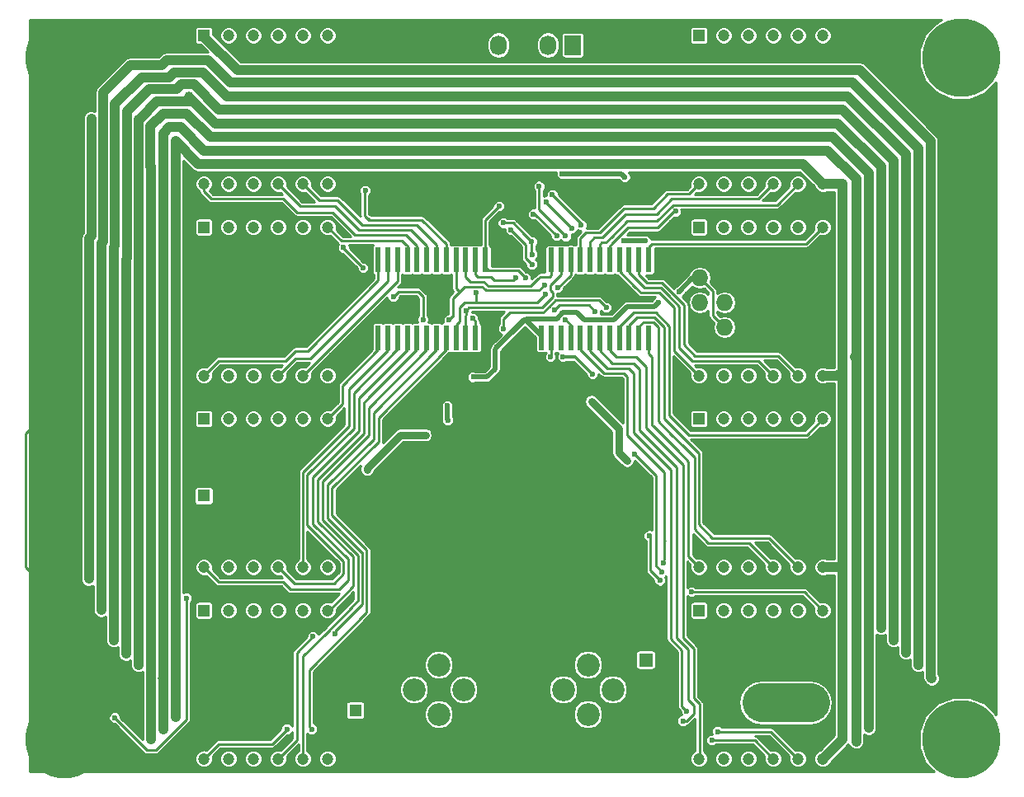
<source format=gbr>
G04 #@! TF.FileFunction,Copper,L2,Bot,Signal*
%FSLAX46Y46*%
G04 Gerber Fmt 4.6, Leading zero omitted, Abs format (unit mm)*
G04 Created by KiCad (PCBNEW 4.0.6) date Wed Sep  6 14:36:40 2017*
%MOMM*%
%LPD*%
G01*
G04 APERTURE LIST*
%ADD10C,0.100000*%
%ADD11R,1.200000X1.200000*%
%ADD12C,1.200000*%
%ADD13C,8.000000*%
%ADD14C,2.349500*%
%ADD15R,1.727200X2.032000*%
%ADD16O,1.727200X2.032000*%
%ADD17R,1.300000X1.300000*%
%ADD18C,1.300000*%
%ADD19R,1.397000X1.397000*%
%ADD20C,1.397000*%
%ADD21C,3.000000*%
%ADD22R,0.600000X2.500000*%
%ADD23R,1.727200X1.727200*%
%ADD24O,1.727200X1.727200*%
%ADD25C,0.600000*%
%ADD26C,1.000000*%
%ADD27C,0.500000*%
%ADD28C,0.254000*%
%ADD29C,0.800000*%
%ADD30C,0.350000*%
%ADD31C,1.000000*%
%ADD32C,0.250000*%
%ADD33C,4.000000*%
G04 APERTURE END LIST*
D10*
D11*
X118110000Y-65405000D03*
D12*
X120650000Y-65405000D03*
X123190000Y-65405000D03*
X125730000Y-65405000D03*
X128270000Y-65405000D03*
X130810000Y-65405000D03*
X125730000Y-80645000D03*
X128270000Y-80645000D03*
X118110000Y-80645000D03*
X120650000Y-80645000D03*
X130810000Y-80645000D03*
X123190000Y-80645000D03*
D13*
X145000000Y-48000000D03*
X53000000Y-118000000D03*
D14*
X93939360Y-112903000D03*
X88859360Y-112903000D03*
X104178100Y-112903000D03*
X109258100Y-112903000D03*
X91399360Y-115443000D03*
X91399360Y-110363000D03*
X106718100Y-115443000D03*
X106718100Y-110363000D03*
D15*
X105175000Y-46700000D03*
D16*
X102635000Y-46700000D03*
X100095000Y-46700000D03*
X97555000Y-46700000D03*
D17*
X82850000Y-115050000D03*
D18*
X82850000Y-110050000D03*
D17*
X67300000Y-93000000D03*
D18*
X72300000Y-93000000D03*
D19*
X112649000Y-109855000D03*
D20*
X112649000Y-117475000D03*
D21*
X124500000Y-114250000D03*
X129500000Y-114250000D03*
X124500000Y-94500000D03*
X129500000Y-94500000D03*
D13*
X145000000Y-118000000D03*
X53000000Y-48000000D03*
D22*
X101942000Y-68771000D03*
X102942000Y-68771000D03*
X103942000Y-68771000D03*
X104942000Y-68771000D03*
X105942000Y-68771000D03*
X106942000Y-68771000D03*
X107942000Y-68771000D03*
X108942000Y-68771000D03*
X109942000Y-68771000D03*
X110942000Y-68771000D03*
X111942000Y-68771000D03*
X112942000Y-68771000D03*
X112942000Y-76771000D03*
X111942000Y-76771000D03*
X110942000Y-76771000D03*
X109942000Y-76771000D03*
X108942000Y-76771000D03*
X107942000Y-76771000D03*
X106942000Y-76771000D03*
X105942000Y-76771000D03*
X104942000Y-76771000D03*
X103942000Y-76771000D03*
X102942000Y-76771000D03*
X101942000Y-76771000D03*
X96178000Y-76771000D03*
X95178000Y-76771000D03*
X94178000Y-76771000D03*
X93178000Y-76771000D03*
X92178000Y-76771000D03*
X91178000Y-76771000D03*
X90178000Y-76771000D03*
X89178000Y-76771000D03*
X88178000Y-76771000D03*
X87178000Y-76771000D03*
X86178000Y-76771000D03*
X85178000Y-76771000D03*
X85178000Y-68771000D03*
X86178000Y-68771000D03*
X87178000Y-68771000D03*
X88178000Y-68771000D03*
X89178000Y-68771000D03*
X90178000Y-68771000D03*
X91178000Y-68771000D03*
X92178000Y-68771000D03*
X93178000Y-68771000D03*
X94178000Y-68771000D03*
X95178000Y-68771000D03*
X96178000Y-68771000D03*
D23*
X118200000Y-75700000D03*
D24*
X120740000Y-75700000D03*
X118200000Y-73160000D03*
X120740000Y-73160000D03*
X118200000Y-70620000D03*
X120740000Y-70620000D03*
D11*
X67310000Y-104775000D03*
D12*
X69850000Y-104775000D03*
X72390000Y-104775000D03*
X74930000Y-104775000D03*
X77470000Y-104775000D03*
X80010000Y-104775000D03*
X74930000Y-120015000D03*
X77470000Y-120015000D03*
X67310000Y-120015000D03*
X69850000Y-120015000D03*
X80010000Y-120015000D03*
X72390000Y-120015000D03*
D11*
X67310000Y-85090000D03*
D12*
X69850000Y-85090000D03*
X72390000Y-85090000D03*
X74930000Y-85090000D03*
X77470000Y-85090000D03*
X80010000Y-85090000D03*
X74930000Y-100330000D03*
X77470000Y-100330000D03*
X67310000Y-100330000D03*
X69850000Y-100330000D03*
X80010000Y-100330000D03*
X72390000Y-100330000D03*
D11*
X67310000Y-65405000D03*
D12*
X69850000Y-65405000D03*
X72390000Y-65405000D03*
X74930000Y-65405000D03*
X77470000Y-65405000D03*
X80010000Y-65405000D03*
X74930000Y-80645000D03*
X77470000Y-80645000D03*
X67310000Y-80645000D03*
X69850000Y-80645000D03*
X80010000Y-80645000D03*
X72390000Y-80645000D03*
D11*
X67310000Y-45720000D03*
D12*
X69850000Y-45720000D03*
X72390000Y-45720000D03*
X74930000Y-45720000D03*
X77470000Y-45720000D03*
X80010000Y-45720000D03*
X74930000Y-60960000D03*
X77470000Y-60960000D03*
X67310000Y-60960000D03*
X69850000Y-60960000D03*
X80010000Y-60960000D03*
X72390000Y-60960000D03*
D11*
X118110000Y-85090000D03*
D12*
X120650000Y-85090000D03*
X123190000Y-85090000D03*
X125730000Y-85090000D03*
X128270000Y-85090000D03*
X130810000Y-85090000D03*
X125730000Y-100330000D03*
X128270000Y-100330000D03*
X118110000Y-100330000D03*
X120650000Y-100330000D03*
X130810000Y-100330000D03*
X123190000Y-100330000D03*
D11*
X118110000Y-104775000D03*
D12*
X120650000Y-104775000D03*
X123190000Y-104775000D03*
X125730000Y-104775000D03*
X128270000Y-104775000D03*
X130810000Y-104775000D03*
X125730000Y-120015000D03*
X128270000Y-120015000D03*
X118110000Y-120015000D03*
X120650000Y-120015000D03*
X130810000Y-120015000D03*
X123190000Y-120015000D03*
D11*
X118110000Y-45720000D03*
D12*
X120650000Y-45720000D03*
X123190000Y-45720000D03*
X125730000Y-45720000D03*
X128270000Y-45720000D03*
X130810000Y-45720000D03*
X125730000Y-60960000D03*
X128270000Y-60960000D03*
X118110000Y-60960000D03*
X120650000Y-60960000D03*
X130810000Y-60960000D03*
X123190000Y-60960000D03*
D25*
X96393000Y-79121000D03*
X95885000Y-79121000D03*
X94869000Y-79248000D03*
X94234000Y-79121000D03*
X90297000Y-81153000D03*
X98806000Y-98298000D03*
X93218000Y-101727000D03*
X107188000Y-71628000D03*
X111760000Y-72644000D03*
X89662000Y-70739000D03*
X92329000Y-72390000D03*
X104013000Y-67056000D03*
D26*
X92710000Y-60198000D03*
X92964000Y-63246000D03*
X68453000Y-82804000D03*
X72390000Y-74549000D03*
D25*
X72700000Y-82600000D03*
X71400000Y-82600000D03*
X69800000Y-82700000D03*
X53700000Y-86200000D03*
X53700000Y-84400000D03*
X53700000Y-83000000D03*
X53700000Y-81600000D03*
X70700000Y-111800000D03*
X73400000Y-111500000D03*
X74800000Y-111000000D03*
D26*
X109664000Y-110190000D03*
D25*
X97300000Y-110400000D03*
X96700000Y-108900000D03*
X98400000Y-108900000D03*
X111800000Y-62650000D03*
X87100000Y-110750000D03*
X96850000Y-107200000D03*
X85450000Y-108750000D03*
X85100000Y-109950000D03*
X110998000Y-61976000D03*
X100076000Y-69342000D03*
X97028000Y-75184000D03*
X82296000Y-71882000D03*
X83820000Y-77724000D03*
X83820000Y-75692000D03*
D26*
X99060000Y-67564000D03*
D25*
X78875000Y-47425000D03*
D26*
X63309500Y-120713500D03*
X74993500Y-109474000D03*
D25*
X111450000Y-104125000D03*
X80400000Y-78600000D03*
X94725000Y-66575000D03*
X86300000Y-61900000D03*
X91675000Y-62100000D03*
X103825000Y-61075000D03*
D26*
X115290600Y-115109000D03*
X89000000Y-72975000D03*
X119278400Y-95237300D03*
X119202200Y-93649800D03*
X52895000Y-53548000D03*
X51752000Y-55580000D03*
X49974000Y-57866000D03*
X50038000Y-55580000D03*
X49974000Y-53548000D03*
X119634000Y-109474000D03*
X120396000Y-115570000D03*
X115062000Y-110236000D03*
X50038000Y-103632000D03*
X50038000Y-101346000D03*
X50038000Y-106426000D03*
X50038000Y-109220000D03*
X117983000Y-98171000D03*
X130429000Y-102489000D03*
X77343000Y-68199000D03*
X65786000Y-62357000D03*
X65595500Y-101282500D03*
X143332200Y-98463100D03*
X143332200Y-96672400D03*
X143243300Y-93408500D03*
X143306800Y-94970600D03*
X76073000Y-95351600D03*
X76098400Y-93929200D03*
X75996800Y-92481400D03*
X81737200Y-94996000D03*
X81711800Y-92329000D03*
X81762600Y-93624400D03*
X86563200Y-93853000D03*
X91059000Y-93675200D03*
X119240300Y-91922600D03*
D25*
X107061000Y-83312000D03*
X110744000Y-89408000D03*
X110425000Y-66800000D03*
X112600000Y-66800000D03*
X110500000Y-60275000D03*
X104075000Y-59950000D03*
X114300000Y-100800000D03*
X111500000Y-88750000D03*
X114500000Y-99900000D03*
X117348000Y-102870000D03*
X116459000Y-116128800D03*
X119430800Y-118110000D03*
X116865400Y-115163600D03*
X120015000Y-117221000D03*
X115697000Y-63792100D03*
D26*
X55498500Y-101554000D03*
X55750000Y-54250000D03*
X141859000Y-91948000D03*
X141859000Y-72263000D03*
X141986000Y-111760000D03*
X118110000Y-49276000D03*
X55499000Y-85090000D03*
X55753000Y-65532000D03*
X56768500Y-104729000D03*
X63000000Y-48750000D03*
X56769000Y-86995000D03*
X56953002Y-63627000D03*
X140589000Y-90678000D03*
X140589000Y-70993000D03*
X140589000Y-110363000D03*
X120650000Y-50546000D03*
X63750000Y-50000000D03*
X58039000Y-88265000D03*
X58166000Y-67310000D03*
X139319000Y-89408000D03*
X139319000Y-69723000D03*
X139319000Y-109093000D03*
X123190000Y-51943000D03*
X58039000Y-107823000D03*
X59308500Y-73487000D03*
X64500000Y-51250000D03*
X59309000Y-89535000D03*
X138049000Y-88138000D03*
X138049000Y-68453000D03*
X138049000Y-107823000D03*
X125730000Y-53340000D03*
X59309000Y-109220000D03*
X59436000Y-68580000D03*
X65750000Y-52000000D03*
X136779000Y-86868000D03*
X136779000Y-67183000D03*
X136779000Y-106553000D03*
X128270000Y-54737000D03*
X60579000Y-110363000D03*
X60579000Y-90805000D03*
X60579000Y-69780002D03*
D25*
X83858100Y-61633100D03*
D26*
X61848500Y-80726000D03*
X61849000Y-98552000D03*
X61849000Y-117983000D03*
X61849000Y-59182000D03*
X135509000Y-97282000D03*
X135509000Y-77470000D03*
X135509000Y-116840000D03*
X120650000Y-56134000D03*
X64389000Y-115697000D03*
X64389000Y-95758000D03*
X64389000Y-76073000D03*
X64389000Y-56584998D03*
X63100000Y-111800000D03*
X63119000Y-97155000D03*
X63119000Y-57785000D03*
X63119000Y-77470000D03*
X134239000Y-98552000D03*
X134112000Y-78740000D03*
X134239000Y-118237000D03*
X123190000Y-57531000D03*
X63119000Y-116967000D03*
D25*
X78486000Y-107442000D03*
X80772000Y-107188000D03*
X75819000Y-116967000D03*
X78359000Y-116967000D03*
X104425000Y-66325000D03*
X101700000Y-61200000D03*
X102870000Y-78740000D03*
X99314000Y-70612000D03*
X102425000Y-62800000D03*
X105050000Y-65525000D03*
X106025000Y-65200000D03*
X103075000Y-62100000D03*
X107442000Y-74041000D03*
X103251000Y-73914000D03*
X100965000Y-68199000D03*
X100950000Y-66900000D03*
X98025000Y-64975000D03*
X100965000Y-69215000D03*
X98806000Y-65659000D03*
X107188000Y-80518000D03*
X104140000Y-78740000D03*
X103505000Y-66294000D03*
X101125000Y-64075000D03*
X113000000Y-97100000D03*
X114100000Y-101700000D03*
X102362000Y-72263000D03*
X103632000Y-71628000D03*
X95250000Y-72175000D03*
X94875000Y-74775000D03*
X94200000Y-73975000D03*
X104394000Y-74930000D03*
X102235000Y-71374000D03*
X92456000Y-74930000D03*
X58150000Y-115800000D03*
X65532000Y-103505000D03*
X83642200Y-69596000D03*
X81635600Y-67513200D03*
X90043000Y-86741000D03*
X113919000Y-73152000D03*
X116078000Y-72009000D03*
X97376000Y-77724000D03*
X100330000Y-70612000D03*
X100330000Y-74930000D03*
X97600000Y-63250000D03*
X94950000Y-80800000D03*
X92275000Y-83775000D03*
X84050000Y-90325000D03*
X92325000Y-85225000D03*
X98044000Y-75819000D03*
X89789000Y-74930000D03*
X86741000Y-72517000D03*
X108585000Y-73660000D03*
D27*
X96178000Y-78906000D02*
X96178000Y-76771000D01*
X96393000Y-79121000D02*
X96178000Y-78906000D01*
X94996000Y-79121000D02*
X95885000Y-79121000D01*
X94869000Y-79248000D02*
X94996000Y-79121000D01*
X92329000Y-79121000D02*
X94234000Y-79121000D01*
X90297000Y-81153000D02*
X92329000Y-79121000D01*
D28*
X93218000Y-105168000D02*
X95250000Y-107200000D01*
X93218000Y-101727000D02*
X93218000Y-105168000D01*
D27*
X110744000Y-71628000D02*
X110109000Y-71628000D01*
X110109000Y-71628000D02*
X107188000Y-71628000D01*
X111760000Y-72644000D02*
X110744000Y-71628000D01*
D28*
X83025000Y-75975000D02*
X83450000Y-75975000D01*
X80400000Y-78600000D02*
X83025000Y-75975000D01*
D29*
X83450000Y-75975000D02*
X84030500Y-75394500D01*
D27*
X80400000Y-78600000D02*
X80912000Y-78600000D01*
X80912000Y-78600000D02*
X83820000Y-75692000D01*
D28*
X89662000Y-70739000D02*
X91313000Y-72390000D01*
X91313000Y-72390000D02*
X92329000Y-72390000D01*
X101942000Y-67056000D02*
X104013000Y-67056000D01*
D30*
X91675000Y-62100000D02*
X91675000Y-61233000D01*
X91675000Y-61233000D02*
X92710000Y-60198000D01*
X92821000Y-63246000D02*
X91675000Y-62100000D01*
X92964000Y-63246000D02*
X92821000Y-63246000D01*
D29*
X65600000Y-87900000D02*
X71415400Y-87900000D01*
X71415400Y-87900000D02*
X75996800Y-92481400D01*
X65600000Y-96045600D02*
X65600000Y-87900000D01*
X65600000Y-87900000D02*
X65659000Y-87900000D01*
X65659000Y-87900000D02*
X65700000Y-87900000D01*
X65700000Y-87900000D02*
X65659000Y-87900000D01*
D28*
X68453000Y-82804000D02*
X66230500Y-82804000D01*
X66230500Y-82804000D02*
X65659000Y-82232500D01*
X65659000Y-82232500D02*
X65659000Y-77406500D01*
X65659000Y-77406500D02*
X68516500Y-74549000D01*
X72390000Y-74549000D02*
X68516500Y-74549000D01*
X72390000Y-74549000D02*
X68707000Y-74549000D01*
X65659000Y-77597000D02*
X68707000Y-74549000D01*
X65659000Y-79184500D02*
X65659000Y-77597000D01*
X65659000Y-87900000D02*
X65659000Y-79184500D01*
D29*
X69900000Y-82600000D02*
X71400000Y-82600000D01*
X69800000Y-82700000D02*
X69900000Y-82600000D01*
X50038000Y-78486000D02*
X50586000Y-78486000D01*
X53700000Y-83000000D02*
X53700000Y-84400000D01*
X50586000Y-78486000D02*
X53700000Y-81600000D01*
X50038000Y-85598000D02*
X50038000Y-78486000D01*
X74300000Y-111500000D02*
X73400000Y-111500000D01*
X74800000Y-111000000D02*
X74300000Y-111500000D01*
X115290600Y-115109000D02*
X110371600Y-110190000D01*
X109664000Y-110190000D02*
X106607986Y-105832057D01*
X110371600Y-110190000D02*
X109664000Y-110190000D01*
X103000000Y-102492000D02*
X103208000Y-102700000D01*
D27*
X94183200Y-93675200D02*
X91059000Y-93675200D01*
X103000000Y-102492000D02*
X98806000Y-98298000D01*
X98806000Y-98298000D02*
X94183200Y-93675200D01*
D29*
X103208000Y-102700000D02*
X106900000Y-102700000D01*
X106900000Y-102700000D02*
X106900000Y-105540043D01*
X106900000Y-105540043D02*
X106607986Y-105832057D01*
X96700000Y-108900000D02*
X98400000Y-108900000D01*
X99850000Y-64300000D02*
X99850000Y-60750000D01*
X103325000Y-61075000D02*
X103825000Y-61075000D01*
X102450000Y-60200000D02*
X103325000Y-61075000D01*
X100400000Y-60200000D02*
X102450000Y-60200000D01*
X99850000Y-60750000D02*
X100400000Y-60200000D01*
X111800000Y-62650000D02*
X111750000Y-62600000D01*
X101942000Y-68771000D02*
X101942000Y-67056000D01*
X101942000Y-67056000D02*
X101942000Y-66392000D01*
X98400000Y-62100000D02*
X95950000Y-62100000D01*
X99250000Y-62950000D02*
X98400000Y-62100000D01*
X99250000Y-63700000D02*
X99250000Y-62950000D01*
X101942000Y-66392000D02*
X99850000Y-64300000D01*
X99850000Y-64300000D02*
X99250000Y-63700000D01*
D31*
X87100000Y-110750000D02*
X87100000Y-110400000D01*
X87100000Y-110400000D02*
X87100000Y-110750000D01*
X87100000Y-110400000D02*
X90300000Y-107200000D01*
X90300000Y-107200000D02*
X95250000Y-107200000D01*
X95250000Y-107200000D02*
X96850000Y-107200000D01*
X82850000Y-110050000D02*
X85000000Y-110050000D01*
X85450000Y-108750000D02*
X87100000Y-110400000D01*
X85000000Y-110050000D02*
X85100000Y-109950000D01*
D29*
X110744000Y-62230000D02*
X109474000Y-62230000D01*
X110998000Y-61976000D02*
X110744000Y-62230000D01*
D28*
X99060000Y-67564000D02*
X99060000Y-68326000D01*
X99060000Y-68326000D02*
X100076000Y-69342000D01*
X97028000Y-75921000D02*
X96178000Y-76771000D01*
X97028000Y-75184000D02*
X97028000Y-75921000D01*
X72390000Y-74549000D02*
X72390000Y-73215500D01*
X79629000Y-74549000D02*
X72390000Y-74549000D01*
X82296000Y-71882000D02*
X79629000Y-74549000D01*
X83820000Y-77724000D02*
X83820000Y-75692000D01*
X84030500Y-75481500D02*
X84030500Y-75394500D01*
X83820000Y-75692000D02*
X84030500Y-75481500D01*
X50927000Y-91012000D02*
X50927000Y-91821000D01*
X53086000Y-100584000D02*
X50038000Y-103632000D01*
X53086000Y-93980000D02*
X53086000Y-100584000D01*
X50927000Y-91821000D02*
X53086000Y-93980000D01*
X53000000Y-118000000D02*
X53000000Y-114976000D01*
X53000000Y-114976000D02*
X50038000Y-112014000D01*
X50038000Y-112014000D02*
X50038000Y-109220000D01*
X99060000Y-67564000D02*
X97028000Y-65532000D01*
X97028000Y-65532000D02*
X97028000Y-65024000D01*
X97028000Y-65024000D02*
X98552000Y-63500000D01*
X98552000Y-63500000D02*
X99050000Y-63500000D01*
X98495000Y-48300000D02*
X100095000Y-46700000D01*
X96375000Y-48300000D02*
X98495000Y-48300000D01*
X95600000Y-47525000D02*
X96375000Y-48300000D01*
X78975000Y-47525000D02*
X95600000Y-47525000D01*
X78875000Y-47425000D02*
X78975000Y-47525000D01*
X99050000Y-63675000D02*
X99050000Y-63500000D01*
X101942000Y-66567000D02*
X99050000Y-63675000D01*
X101942000Y-68771000D02*
X101942000Y-66567000D01*
X99050000Y-63500000D02*
X99050000Y-62000000D01*
X99050000Y-62000000D02*
X99087500Y-62037500D01*
X99087500Y-62037500D02*
X99087500Y-62100000D01*
D29*
X74993500Y-109474000D02*
X74549000Y-109474000D01*
X63309500Y-120713500D02*
X74549000Y-109474000D01*
D28*
X109742943Y-105832057D02*
X106607986Y-105832057D01*
X111450000Y-104125000D02*
X109742943Y-105832057D01*
X101942000Y-68771000D02*
X101846000Y-68675000D01*
X95175000Y-66125000D02*
X95175000Y-63275000D01*
X95175000Y-63275000D02*
X95175000Y-62100000D01*
X94725000Y-66575000D02*
X95175000Y-66125000D01*
X100450000Y-60025000D02*
X100450000Y-60675000D01*
X100450000Y-60675000D02*
X99025000Y-62100000D01*
X99025000Y-62100000D02*
X99087500Y-62100000D01*
X99087500Y-62100000D02*
X95950000Y-62100000D01*
X95950000Y-62100000D02*
X95175000Y-62100000D01*
X95175000Y-62100000D02*
X91675000Y-62100000D01*
X86300000Y-61900000D02*
X86500000Y-62100000D01*
X86500000Y-62100000D02*
X91675000Y-62100000D01*
X103825000Y-61075000D02*
X102775000Y-60025000D01*
X102775000Y-60025000D02*
X100450000Y-60025000D01*
X115290600Y-115109000D02*
X115116781Y-114935181D01*
X115116781Y-114935181D02*
X115114927Y-114935181D01*
D29*
X88375000Y-73600000D02*
X89000000Y-72975000D01*
X84030500Y-75394500D02*
X85825000Y-73600000D01*
X85825000Y-73600000D02*
X88375000Y-73600000D01*
D28*
X119202200Y-91960700D02*
X119202200Y-93649800D01*
X119240300Y-91922600D02*
X119202200Y-91960700D01*
X49974000Y-57358000D02*
X51752000Y-55580000D01*
X49974000Y-57866000D02*
X49974000Y-57358000D01*
X49974000Y-55516000D02*
X50038000Y-55580000D01*
X49974000Y-53548000D02*
X49974000Y-55516000D01*
D32*
X120250000Y-110090000D02*
X121500000Y-111340000D01*
D28*
X120250000Y-110090000D02*
X119634000Y-109474000D01*
D32*
X121500000Y-111340000D02*
X121500000Y-114466000D01*
X121500000Y-114466000D02*
X120396000Y-115570000D01*
D31*
X50038000Y-50962000D02*
X50038000Y-78486000D01*
X50038000Y-50962000D02*
X52750000Y-48250000D01*
D32*
X50038000Y-85598000D02*
X50927000Y-86487000D01*
X50927000Y-86487000D02*
X50927000Y-91012000D01*
D28*
X50038000Y-101346000D02*
X49022000Y-100330000D01*
X49022000Y-100330000D02*
X49022000Y-86614000D01*
X49022000Y-86614000D02*
X50038000Y-85598000D01*
X50038000Y-103632000D02*
X50038000Y-106426000D01*
X143332200Y-98463100D02*
X143332200Y-112598200D01*
X139319000Y-115824000D02*
X139319000Y-120523000D01*
X142240000Y-112903000D02*
X139319000Y-115824000D01*
X143027400Y-112903000D02*
X142240000Y-112903000D01*
X143332200Y-112598200D02*
X143027400Y-112903000D01*
X72390000Y-73152000D02*
X77343000Y-68199000D01*
X72390000Y-73215500D02*
X72390000Y-73152000D01*
X65786000Y-68897500D02*
X70104000Y-73215500D01*
X70104000Y-73215500D02*
X72390000Y-73215500D01*
X65786000Y-62357000D02*
X65786000Y-68897500D01*
X65600000Y-96045600D02*
X65595500Y-96050100D01*
X65595500Y-96050100D02*
X65595500Y-101282500D01*
D29*
X143332200Y-96672400D02*
X143332200Y-98463100D01*
X143306800Y-93472000D02*
X143243300Y-93408500D01*
X143306800Y-94970600D02*
X143306800Y-93472000D01*
X115290600Y-115109000D02*
X115114927Y-114935181D01*
X76098400Y-93929200D02*
X76098400Y-92583000D01*
X76098400Y-92583000D02*
X75996800Y-92481400D01*
X81762600Y-93624400D02*
X81762600Y-92379800D01*
X81762600Y-92379800D02*
X81711800Y-92329000D01*
X86563200Y-93853000D02*
X81991200Y-93853000D01*
X81991200Y-93853000D02*
X81762600Y-93624400D01*
D28*
X96178000Y-76771000D02*
X96178000Y-77864600D01*
X96178000Y-75703800D02*
X96178000Y-76771000D01*
X86563200Y-93853000D02*
X86741000Y-93675200D01*
X86741000Y-93675200D02*
X91059000Y-93675200D01*
D29*
X109855000Y-86106000D02*
X107061000Y-83312000D01*
X109855000Y-88519000D02*
X109855000Y-86106000D01*
X110744000Y-89408000D02*
X109855000Y-88519000D01*
D27*
X110500000Y-60275000D02*
X110175000Y-59950000D01*
X110175000Y-59950000D02*
X104075000Y-59950000D01*
X112600000Y-66800000D02*
X110425000Y-66800000D01*
D28*
X110175000Y-59950000D02*
X104075000Y-59950000D01*
D32*
X113700000Y-99700000D02*
X113700000Y-100200000D01*
X113700000Y-100200000D02*
X114300000Y-100800000D01*
X114300000Y-100800000D02*
X113700000Y-100200000D01*
X113700000Y-90950000D02*
X111500000Y-88750000D01*
X113700000Y-99700000D02*
X113700000Y-90950000D01*
X114500000Y-99654000D02*
X114554000Y-99600000D01*
X114500000Y-99900000D02*
X114500000Y-99654000D01*
X114600000Y-97650000D02*
X114554000Y-97650000D01*
X114554000Y-97696000D02*
X114600000Y-97650000D01*
X114554000Y-99600000D02*
X114554000Y-97696000D01*
X114554000Y-95875000D02*
X114554000Y-96246000D01*
X108331000Y-80391000D02*
X105942000Y-78002000D01*
X114554000Y-95875000D02*
X114554000Y-90551000D01*
X114554000Y-90551000D02*
X110744000Y-86741000D01*
X110744000Y-86741000D02*
X110744000Y-80772000D01*
X110744000Y-80772000D02*
X110363000Y-80391000D01*
X110363000Y-80391000D02*
X108331000Y-80391000D01*
X114554000Y-97650000D02*
X114554000Y-96246000D01*
X130810000Y-104775000D02*
X128905000Y-102870000D01*
X128905000Y-102870000D02*
X117348000Y-102870000D01*
X105942000Y-78002000D02*
X105942000Y-76771000D01*
X116964400Y-108785600D02*
X116964400Y-113964400D01*
X116964400Y-113964400D02*
X117576600Y-114576600D01*
X117376999Y-115624399D02*
X116872598Y-116128800D01*
X117376999Y-115624399D02*
X117576600Y-115424798D01*
X117576600Y-115424798D02*
X117576600Y-114576600D01*
X116872598Y-116128800D02*
X116459000Y-116128800D01*
X120573800Y-118110000D02*
X119430800Y-118110000D01*
X116459000Y-116128800D02*
X116872598Y-116128800D01*
X115824000Y-107645200D02*
X116964400Y-108785600D01*
X115824000Y-107645200D02*
X115824000Y-90043000D01*
X115824000Y-90043000D02*
X112014000Y-86233000D01*
X107942000Y-78097000D02*
X107942000Y-76771000D01*
X109220000Y-79375000D02*
X107942000Y-78097000D01*
X111379000Y-79375000D02*
X109220000Y-79375000D01*
X112014000Y-80010000D02*
X111379000Y-79375000D01*
X112014000Y-86233000D02*
X112014000Y-80010000D01*
X125730000Y-120015000D02*
X123825000Y-118110000D01*
X123825000Y-118110000D02*
X120573800Y-118110000D01*
X116358800Y-108891200D02*
X116358800Y-114657000D01*
X116358800Y-114657000D02*
X116865400Y-115163600D01*
X120015000Y-117221000D02*
X125476000Y-117221000D01*
X125476000Y-117221000D02*
X128270000Y-120015000D01*
X116358800Y-108891200D02*
X115189000Y-107721400D01*
X106942000Y-76771000D02*
X106942000Y-78113000D01*
X115189000Y-90297000D02*
X115189000Y-107238800D01*
X111379000Y-86487000D02*
X115189000Y-90297000D01*
X111379000Y-80391000D02*
X111379000Y-86487000D01*
X110871000Y-79883000D02*
X111379000Y-80391000D01*
X108712000Y-79883000D02*
X110871000Y-79883000D01*
X106942000Y-78113000D02*
X108712000Y-79883000D01*
X115189000Y-107721400D02*
X115189000Y-107238800D01*
X117570000Y-108680000D02*
X117570000Y-113820000D01*
X117570000Y-113820000D02*
X118160800Y-114410800D01*
X118110000Y-120015000D02*
X118160800Y-119964200D01*
X118160800Y-119964200D02*
X118160800Y-114410800D01*
X116459000Y-107569000D02*
X117570000Y-108680000D01*
X108942000Y-76771000D02*
X108942000Y-78081000D01*
X116459000Y-89789000D02*
X116459000Y-107569000D01*
X112649000Y-85979000D02*
X116459000Y-89789000D01*
X112649000Y-79756000D02*
X112649000Y-85979000D01*
X111633000Y-78740000D02*
X112649000Y-79756000D01*
X109601000Y-78740000D02*
X111633000Y-78740000D01*
X108942000Y-78081000D02*
X109601000Y-78740000D01*
D28*
X109942000Y-76771000D02*
X109942000Y-75605000D01*
X109942000Y-75605000D02*
X111379000Y-74168000D01*
X113665000Y-74168000D02*
X115062000Y-75565000D01*
X111379000Y-74168000D02*
X113665000Y-74168000D01*
D32*
X130810000Y-85090000D02*
X129159000Y-86741000D01*
X115062000Y-84709000D02*
X115062000Y-81661000D01*
X117094000Y-86741000D02*
X115062000Y-84709000D01*
X129159000Y-86741000D02*
X117094000Y-86741000D01*
X115062000Y-81661000D02*
X115062000Y-75565000D01*
X109942000Y-76668000D02*
X109942000Y-76771000D01*
D28*
X111942000Y-76771000D02*
X111942000Y-75637000D01*
X111942000Y-75637000D02*
X112395000Y-75184000D01*
X113411000Y-75184000D02*
X113919000Y-75692000D01*
X112395000Y-75184000D02*
X113411000Y-75184000D01*
D32*
X117652800Y-96367600D02*
X117652800Y-96443800D01*
X117652800Y-96443800D02*
X119049800Y-97840800D01*
X116478050Y-87903050D02*
X117652800Y-89077800D01*
X123240800Y-97840800D02*
X125730000Y-100330000D01*
X119049800Y-97840800D02*
X123240800Y-97840800D01*
X117652800Y-89077800D02*
X117652800Y-96367600D01*
X115316000Y-86741000D02*
X113919000Y-85344000D01*
X113919000Y-85344000D02*
X113919000Y-75692000D01*
X115316000Y-86741000D02*
X116478050Y-87903050D01*
D28*
X114554000Y-76200000D02*
X114554000Y-75692000D01*
X110942000Y-75494000D02*
X110942000Y-76771000D01*
X111760000Y-74676000D02*
X110942000Y-75494000D01*
X113538000Y-74676000D02*
X111760000Y-74676000D01*
X114554000Y-75692000D02*
X113538000Y-74676000D01*
D32*
X128270000Y-100330000D02*
X125285500Y-97345500D01*
X118102802Y-88638802D02*
X116840000Y-87376000D01*
X118102802Y-95954002D02*
X118102802Y-88638802D01*
X119494300Y-97345500D02*
X118102802Y-95954002D01*
X125285500Y-97345500D02*
X119494300Y-97345500D01*
X115951000Y-86487000D02*
X114554000Y-85090000D01*
X116840000Y-87376000D02*
X115951000Y-86487000D01*
X114554000Y-85090000D02*
X114554000Y-76200000D01*
X118110000Y-100330000D02*
X117017800Y-99237800D01*
X115900200Y-88341200D02*
X113411000Y-85852000D01*
X112942000Y-78398000D02*
X113284000Y-78740000D01*
X113284000Y-78740000D02*
X113284000Y-85725000D01*
X113284000Y-85725000D02*
X113411000Y-85852000D01*
X112942000Y-76771000D02*
X112942000Y-78398000D01*
X117017800Y-99237800D02*
X117017800Y-89458800D01*
X117017800Y-89458800D02*
X115900200Y-88341200D01*
X130810000Y-65405000D02*
X129115000Y-67100000D01*
X112942000Y-67458000D02*
X112942000Y-68771000D01*
X113300000Y-67100000D02*
X112942000Y-67458000D01*
X129115000Y-67100000D02*
X113300000Y-67100000D01*
D28*
X114935000Y-72390000D02*
X116100000Y-73555000D01*
X116100000Y-73555000D02*
X116100000Y-74300000D01*
X112014000Y-71120000D02*
X112522000Y-71628000D01*
X114173000Y-71628000D02*
X114935000Y-72390000D01*
X112522000Y-71628000D02*
X114173000Y-71628000D01*
D32*
X112014000Y-71120000D02*
X110942000Y-70048000D01*
X120200000Y-79121000D02*
X117421000Y-79121000D01*
X117421000Y-79121000D02*
X117200000Y-78900000D01*
X116100000Y-74300000D02*
X116100000Y-74300000D01*
X116100000Y-77800000D02*
X116100000Y-74300000D01*
X117200000Y-78900000D02*
X116100000Y-77800000D01*
X125730000Y-80645000D02*
X124206000Y-79121000D01*
X124206000Y-79121000D02*
X120200000Y-79121000D01*
X110942000Y-70048000D02*
X110942000Y-68771000D01*
D28*
X116600000Y-73914000D02*
X116600000Y-73420000D01*
X111942000Y-70286000D02*
X111942000Y-68771000D01*
X112776000Y-71120000D02*
X111942000Y-70286000D01*
X114300000Y-71120000D02*
X112776000Y-71120000D01*
X116600000Y-73420000D02*
X114300000Y-71120000D01*
X116600000Y-74000000D02*
X116600000Y-73914000D01*
D32*
X120300000Y-78613000D02*
X117713000Y-78613000D01*
X116600000Y-77500000D02*
X116600000Y-74000000D01*
X117713000Y-78613000D02*
X116600000Y-77500000D01*
X126238000Y-78613000D02*
X128270000Y-80645000D01*
X120300000Y-78613000D02*
X126238000Y-78613000D01*
X111942000Y-68771000D02*
X111942000Y-69905000D01*
D28*
X115600000Y-73914000D02*
X115600000Y-73690000D01*
X112141000Y-72136000D02*
X111506000Y-71501000D01*
X114046000Y-72136000D02*
X112141000Y-72136000D01*
X115600000Y-73690000D02*
X114046000Y-72136000D01*
X115600000Y-74930000D02*
X115600000Y-73914000D01*
D32*
X115600000Y-78135000D02*
X118110000Y-80645000D01*
X115600000Y-74930000D02*
X115600000Y-78135000D01*
X109942000Y-68771000D02*
X109942000Y-69937000D01*
X109942000Y-69937000D02*
X111506000Y-71501000D01*
X110807000Y-65486000D02*
X113855000Y-65486000D01*
X113855000Y-65486000D02*
X114236000Y-65105000D01*
X109219500Y-67073500D02*
X110807000Y-65486000D01*
X108942000Y-67351000D02*
X108942000Y-68771000D01*
X109219500Y-67073500D02*
X108942000Y-67351000D01*
X115697000Y-63792100D02*
X115548900Y-63792100D01*
X115548900Y-63792100D02*
X114236000Y-65105000D01*
D28*
X108942000Y-68771000D02*
X108942000Y-67715000D01*
D32*
X106942000Y-68771000D02*
X106942000Y-66938000D01*
X107378000Y-66502000D02*
X108173800Y-66502000D01*
X106942000Y-66938000D02*
X107378000Y-66502000D01*
D28*
X110591600Y-64084200D02*
X113751006Y-64084200D01*
D32*
X115351206Y-62484000D02*
X124206000Y-62484000D01*
X124206000Y-62484000D02*
X125730000Y-60960000D01*
D28*
X110591600Y-64084200D02*
X108173800Y-66502000D01*
X113751006Y-64084200D02*
X115351206Y-62484000D01*
X106942000Y-67733800D02*
X106942000Y-68771000D01*
D32*
X107942000Y-67208000D02*
X107942000Y-68771000D01*
X108140000Y-67010000D02*
X107942000Y-67208000D01*
X108267000Y-67010000D02*
X108140000Y-67010000D01*
X108529400Y-67010000D02*
X108267000Y-67010000D01*
X109096700Y-66442700D02*
X108529400Y-67010000D01*
D28*
X109096700Y-66442700D02*
X110769400Y-64770000D01*
X110769400Y-64770000D02*
X113792000Y-64770000D01*
X113792000Y-64770000D02*
X115443000Y-63119000D01*
X107942000Y-68771000D02*
X107942000Y-67597400D01*
D32*
X128270000Y-60960000D02*
X126111000Y-63119000D01*
X126111000Y-63119000D02*
X115443000Y-63119000D01*
X105942000Y-67264000D02*
X105942000Y-66541000D01*
X106489000Y-65994000D02*
X107919800Y-65994000D01*
X105942000Y-66541000D02*
X106489000Y-65994000D01*
X105942000Y-68771000D02*
X105942000Y-67264000D01*
D28*
X110972600Y-63474600D02*
X110439200Y-63474600D01*
X110439200Y-63474600D02*
X107919800Y-65994000D01*
X110972600Y-63474600D02*
X113411000Y-63474600D01*
X113411000Y-63474600D02*
X114909600Y-61976000D01*
D32*
X118110000Y-60960000D02*
X117094000Y-61976000D01*
X117094000Y-61976000D02*
X114909600Y-61976000D01*
D28*
X105942000Y-68771000D02*
X105942000Y-67641600D01*
D29*
X55498500Y-101554000D02*
X55499000Y-101554000D01*
X55499000Y-101554000D02*
X55498500Y-101554000D01*
X55498500Y-101554000D02*
X55499000Y-101554000D01*
D31*
X55750000Y-54250000D02*
X55753000Y-54250000D01*
X55750000Y-57500000D02*
X55753000Y-57500000D01*
X55753000Y-57500000D02*
X55750000Y-57500000D01*
X55750000Y-57500000D02*
X55753000Y-57500000D01*
X141859000Y-91948000D02*
X141859000Y-91821000D01*
X141859000Y-109093000D02*
X141859000Y-111633000D01*
X141859000Y-111633000D02*
X141986000Y-111760000D01*
X118110000Y-49276000D02*
X134620000Y-49276000D01*
X141859000Y-56515000D02*
X141859000Y-72263000D01*
X141859000Y-72263000D02*
X141859000Y-91821000D01*
X141859000Y-91821000D02*
X141859000Y-109093000D01*
X141859000Y-109093000D02*
X141859000Y-110109000D01*
X134620000Y-49276000D02*
X141859000Y-56515000D01*
X67310000Y-45720000D02*
X67310000Y-45847000D01*
X67310000Y-45847000D02*
X70739000Y-49276000D01*
X70739000Y-49276000D02*
X118110000Y-49276000D01*
X55753000Y-65532000D02*
X55753000Y-66294000D01*
X55499000Y-66548000D02*
X55499000Y-85090000D01*
X55499000Y-85090000D02*
X55499000Y-101554000D01*
X55753000Y-66294000D02*
X55499000Y-66548000D01*
X55753000Y-54250000D02*
X55753000Y-54864000D01*
X55753000Y-54864000D02*
X55753000Y-56007000D01*
X55753000Y-56007000D02*
X55753000Y-57500000D01*
X55753000Y-57500000D02*
X55753000Y-65532000D01*
X56768500Y-104729000D02*
X56769000Y-104729000D01*
X56769000Y-104729000D02*
X56768500Y-104729000D01*
X56768500Y-104729000D02*
X56769000Y-104729000D01*
X67750000Y-48250000D02*
X63500000Y-48250000D01*
X63500000Y-48250000D02*
X63000000Y-48750000D01*
X72000000Y-50546000D02*
X70046000Y-50546000D01*
X70046000Y-50546000D02*
X67750000Y-48250000D01*
X56953002Y-51562000D02*
X59765002Y-48750000D01*
X56953002Y-51562000D02*
X56953002Y-53000000D01*
X56953002Y-53000000D02*
X56953002Y-63627000D01*
X59765002Y-48750000D02*
X63000000Y-48750000D01*
X120650000Y-50546000D02*
X72000000Y-50546000D01*
X56953002Y-63627000D02*
X56953002Y-66871998D01*
X56769000Y-68326000D02*
X56769000Y-86995000D01*
X56769000Y-67056000D02*
X56769000Y-68326000D01*
X56953002Y-66871998D02*
X56769000Y-67056000D01*
X133858000Y-50546000D02*
X120650000Y-50546000D01*
X140589000Y-57277000D02*
X133858000Y-50546000D01*
X140589000Y-110363000D02*
X140589000Y-90678000D01*
X140589000Y-90678000D02*
X140589000Y-70993000D01*
X140589000Y-70993000D02*
X140589000Y-57277000D01*
X56769000Y-86995000D02*
X56769000Y-104729000D01*
X67250000Y-49500000D02*
X64250000Y-49500000D01*
X69693000Y-51943000D02*
X67250000Y-49500000D01*
X123190000Y-51943000D02*
X69693000Y-51943000D01*
X64250000Y-49500000D02*
X63750000Y-50000000D01*
X58166000Y-67310000D02*
X58039000Y-67437000D01*
X58039000Y-67437000D02*
X58039000Y-88265000D01*
X60916000Y-50000000D02*
X58166000Y-52750000D01*
X58166000Y-64135000D02*
X58166000Y-52750000D01*
X58166000Y-67310000D02*
X58166000Y-64135000D01*
X63750000Y-50000000D02*
X60916000Y-50000000D01*
X133350000Y-51943000D02*
X139319000Y-57912000D01*
X139319000Y-57912000D02*
X139319000Y-69723000D01*
X139319000Y-69723000D02*
X139319000Y-89408000D01*
X139319000Y-89408000D02*
X139319000Y-109093000D01*
X123190000Y-51943000D02*
X133350000Y-51943000D01*
X58039000Y-88265000D02*
X58039000Y-107823000D01*
X59436000Y-68580000D02*
X59308500Y-68707500D01*
X59308500Y-68707500D02*
X59308500Y-73487000D01*
X59309000Y-74376000D02*
X59309000Y-76454000D01*
X59308500Y-73487000D02*
X59309000Y-73487000D01*
X59309000Y-73487000D02*
X59309000Y-73169500D01*
X59309000Y-89535000D02*
X59309000Y-76454000D01*
X59309000Y-73169500D02*
X59309000Y-74376000D01*
X66250000Y-50750000D02*
X65000000Y-50750000D01*
X65000000Y-50750000D02*
X64500000Y-51250000D01*
X125730000Y-53340000D02*
X68840000Y-53340000D01*
X68840000Y-53340000D02*
X66250000Y-50750000D01*
X61686000Y-51250000D02*
X59436000Y-53500000D01*
X59436000Y-53500000D02*
X59436000Y-68580000D01*
X64500000Y-51250000D02*
X61686000Y-51250000D01*
X132842000Y-53340000D02*
X125730000Y-53340000D01*
X138049000Y-58547000D02*
X132842000Y-53340000D01*
X138049000Y-107823000D02*
X138049000Y-88138000D01*
X138049000Y-88138000D02*
X138049000Y-68453000D01*
X138049000Y-68453000D02*
X138049000Y-58547000D01*
X59309000Y-89535000D02*
X59309000Y-109220000D01*
X60750000Y-54250000D02*
X62479002Y-52520998D01*
X66236998Y-52520998D02*
X66216000Y-52500000D01*
X62479002Y-52520998D02*
X66236998Y-52520998D01*
D29*
X66858000Y-53142000D02*
X66216000Y-52500000D01*
X60750000Y-54250000D02*
X60636002Y-54363998D01*
X65750000Y-52000000D02*
X65733000Y-52017000D01*
X65733000Y-52017000D02*
X65750000Y-52000000D01*
X65750000Y-52000000D02*
X65750000Y-52034000D01*
D31*
X132334000Y-54737000D02*
X128270000Y-54737000D01*
X136779000Y-59182000D02*
X132334000Y-54737000D01*
X136779000Y-106553000D02*
X136779000Y-86868000D01*
X136779000Y-86868000D02*
X136779000Y-67183000D01*
X136779000Y-67183000D02*
X136779000Y-59182000D01*
X128270000Y-54737000D02*
X128016000Y-54737000D01*
X128016000Y-54737000D02*
X125730000Y-54737000D01*
X68453000Y-54737000D02*
X125730000Y-54737000D01*
X125730000Y-54737000D02*
X128016000Y-54737000D01*
X65750000Y-52034000D02*
X66858000Y-53142000D01*
X66858000Y-53142000D02*
X68453000Y-54737000D01*
X60579000Y-90805000D02*
X60579000Y-110363000D01*
X60579000Y-69780002D02*
X60579000Y-90805000D01*
X60636002Y-69723000D02*
X60636002Y-54363998D01*
X60579000Y-69780002D02*
X60636002Y-69723000D01*
D28*
X83858100Y-61633100D02*
X83794600Y-61633100D01*
X83794600Y-61633100D02*
X83858100Y-61633100D01*
X83858100Y-61633100D02*
X83794600Y-61633100D01*
X84201000Y-64655700D02*
X84201000Y-64516000D01*
X83794600Y-64249300D02*
X84201000Y-64655700D01*
X83794600Y-64109600D02*
X83794600Y-64249300D01*
X83794600Y-61633100D02*
X83794600Y-64109600D01*
D32*
X84201000Y-64516000D02*
X84328000Y-64643000D01*
X92178000Y-68771000D02*
X92178000Y-67159000D01*
X92178000Y-67159000D02*
X89662000Y-64643000D01*
X89662000Y-64643000D02*
X84328000Y-64643000D01*
X80772000Y-63246000D02*
X83185000Y-65659000D01*
X88519000Y-65659000D02*
X90178000Y-67318000D01*
X83185000Y-65659000D02*
X88519000Y-65659000D01*
X74930000Y-60960000D02*
X77216000Y-63246000D01*
X90178000Y-67318000D02*
X90178000Y-68771000D01*
X77216000Y-63246000D02*
X80772000Y-63246000D01*
X91178000Y-67183000D02*
X89146000Y-65151000D01*
X83566000Y-65151000D02*
X81026000Y-62611000D01*
X89146000Y-65151000D02*
X83566000Y-65151000D01*
X91178000Y-68771000D02*
X91178000Y-67183000D01*
X79121000Y-62611000D02*
X77470000Y-60960000D01*
X81026000Y-62611000D02*
X79121000Y-62611000D01*
D28*
X68580000Y-62484000D02*
X68072000Y-62484000D01*
X68072000Y-62484000D02*
X67310000Y-61722000D01*
X67310000Y-61722000D02*
X67310000Y-60960000D01*
X68580000Y-62484000D02*
X74676000Y-62484000D01*
X75438000Y-62484000D02*
X76835000Y-63881000D01*
X74676000Y-62484000D02*
X75438000Y-62484000D01*
D32*
X89178000Y-68771000D02*
X89178000Y-67334000D01*
X82804000Y-66167000D02*
X80518000Y-63881000D01*
X88011000Y-66167000D02*
X82804000Y-66167000D01*
X89178000Y-67334000D02*
X88011000Y-66167000D01*
X76835000Y-63881000D02*
X80518000Y-63881000D01*
D31*
X61836004Y-59182000D02*
X61849000Y-59182000D01*
X102616000Y-56134000D02*
X67945000Y-56134000D01*
X67945000Y-56134000D02*
X65532000Y-53721000D01*
X65532000Y-53721000D02*
X63119000Y-53721000D01*
X63119000Y-53721000D02*
X61836004Y-55003996D01*
X61836004Y-55003996D02*
X61836004Y-59182000D01*
X61848500Y-80726000D02*
X61849000Y-80726000D01*
X61849000Y-80726000D02*
X61848500Y-80726000D01*
X61848500Y-80726000D02*
X61849000Y-80726000D01*
X61849000Y-78740000D02*
X61849000Y-80726000D01*
X61849000Y-80726000D02*
X61849000Y-98552000D01*
X61849000Y-98552000D02*
X61849000Y-117983000D01*
X61849000Y-59182000D02*
X61849000Y-59182000D01*
X61849000Y-59182000D02*
X61849000Y-78740000D01*
X135509000Y-97282000D02*
X135509000Y-97409000D01*
X120650000Y-56134000D02*
X131826000Y-56134000D01*
X135509000Y-59817000D02*
X135509000Y-77343000D01*
X135509000Y-77343000D02*
X135509000Y-97409000D01*
X135509000Y-97409000D02*
X135509000Y-116840000D01*
X131826000Y-56134000D02*
X135509000Y-59817000D01*
X102870000Y-56134000D02*
X102616000Y-56134000D01*
X102616000Y-56134000D02*
X120650000Y-56134000D01*
X64389000Y-115697000D02*
X64389000Y-95758000D01*
X64389000Y-95758000D02*
X64389000Y-80391000D01*
X64389000Y-76269998D02*
X64389000Y-80391000D01*
X64389000Y-76130002D02*
X64389000Y-56584998D01*
X64389000Y-56584998D02*
X66732002Y-58928000D01*
X66732002Y-58928000D02*
X128778000Y-58928000D01*
X130810000Y-100330000D02*
X132842000Y-100330000D01*
X132715000Y-100457000D02*
X132842000Y-100457000D01*
X132842000Y-100330000D02*
X132715000Y-100457000D01*
X130810000Y-80645000D02*
X132842000Y-80645000D01*
X132461000Y-80518000D02*
X132842000Y-80518000D01*
X132588000Y-80645000D02*
X132461000Y-80518000D01*
X132842000Y-80645000D02*
X132588000Y-80645000D01*
X130810000Y-60960000D02*
X132842000Y-60960000D01*
X132842000Y-117983000D02*
X130810000Y-120015000D01*
X132842000Y-73406000D02*
X132842000Y-80518000D01*
X132842000Y-80518000D02*
X132842000Y-100457000D01*
X132842000Y-100457000D02*
X132842000Y-117983000D01*
X132842000Y-60960000D02*
X132842000Y-73406000D01*
X128778000Y-58928000D02*
X130810000Y-60960000D01*
D29*
X63100000Y-111779000D02*
X63119000Y-111760000D01*
X63100000Y-111800000D02*
X63100000Y-111779000D01*
D31*
X63119000Y-55753000D02*
X63754000Y-55118000D01*
X63119000Y-57785000D02*
X63119000Y-55753000D01*
X63119000Y-111760000D02*
X63119000Y-97155000D01*
X63119000Y-97155000D02*
X63119000Y-77470000D01*
X63119000Y-57912000D02*
X63119000Y-57785000D01*
X63119000Y-63246000D02*
X63119000Y-57912000D01*
X63119000Y-77470000D02*
X63119000Y-63246000D01*
X134239000Y-98552000D02*
X134239000Y-98679000D01*
X67310000Y-57531000D02*
X123063000Y-57531000D01*
X134112000Y-78740000D02*
X134239000Y-78740000D01*
X134239000Y-78740000D02*
X134112000Y-78740000D01*
X134112000Y-78740000D02*
X134239000Y-78740000D01*
X131318000Y-57531000D02*
X123190000Y-57531000D01*
X134239000Y-60452000D02*
X131318000Y-57531000D01*
X134239000Y-118237000D02*
X134239000Y-98679000D01*
X134239000Y-98679000D02*
X134239000Y-78740000D01*
X134239000Y-78740000D02*
X134239000Y-60452000D01*
X63754000Y-55118000D02*
X64897000Y-55118000D01*
X64897000Y-55118000D02*
X67310000Y-57531000D01*
X123190000Y-57531000D02*
X123063000Y-57531000D01*
X63119000Y-116967000D02*
X63119000Y-111760000D01*
D32*
X80010000Y-65405000D02*
X81407000Y-66802000D01*
X87630000Y-66802000D02*
X88011000Y-67183000D01*
X81407000Y-66802000D02*
X87630000Y-66802000D01*
X88178000Y-67350000D02*
X88178000Y-68771000D01*
X88011000Y-67183000D02*
X88178000Y-67350000D01*
X74930000Y-80645000D02*
X76708000Y-78867000D01*
X86178000Y-70921000D02*
X86178000Y-68771000D01*
X78232000Y-78867000D02*
X86178000Y-70921000D01*
X76708000Y-78867000D02*
X78232000Y-78867000D01*
X87178000Y-68771000D02*
X87178000Y-70937000D01*
X87178000Y-70937000D02*
X77470000Y-80645000D01*
D28*
X67310000Y-80645000D02*
X68834000Y-79121000D01*
X75692000Y-79121000D02*
X76708000Y-78105000D01*
X68834000Y-79121000D02*
X75692000Y-79121000D01*
D32*
X85178000Y-70905000D02*
X77978000Y-78105000D01*
X77978000Y-78105000D02*
X76708000Y-78105000D01*
X85178000Y-68771000D02*
X85178000Y-70905000D01*
X81534000Y-83566000D02*
X80010000Y-85090000D01*
X85178000Y-76771000D02*
X85178000Y-78017000D01*
X85178000Y-78017000D02*
X81534000Y-81661000D01*
X81534000Y-81661000D02*
X81534000Y-83566000D01*
D28*
X81622900Y-101003100D02*
X81622900Y-99733100D01*
X77924002Y-90858998D02*
X82677000Y-86106000D01*
X77924002Y-96034202D02*
X77924002Y-90858998D01*
X81622900Y-99733100D02*
X77924002Y-96034202D01*
D32*
X82677000Y-86106000D02*
X82677000Y-82423000D01*
X80645000Y-101981000D02*
X81622900Y-101003100D01*
X74930000Y-100330000D02*
X76581000Y-101981000D01*
X76581000Y-101981000D02*
X80645000Y-101981000D01*
X82677000Y-82423000D02*
X87178000Y-77922000D01*
X87178000Y-77922000D02*
X87178000Y-76771000D01*
D28*
X82169000Y-85852000D02*
X77470000Y-90551000D01*
X77470000Y-90551000D02*
X77470000Y-100330000D01*
D32*
X84963000Y-79248000D02*
X86178000Y-78033000D01*
X86178000Y-78033000D02*
X86178000Y-76771000D01*
X84963000Y-79248000D02*
X82169000Y-82042000D01*
X82169000Y-82042000D02*
X82169000Y-82804000D01*
X82169000Y-82804000D02*
X82169000Y-85852000D01*
D28*
X76327000Y-102616000D02*
X76200000Y-102616000D01*
X75438000Y-101854000D02*
X68834000Y-101854000D01*
X76200000Y-102616000D02*
X75438000Y-101854000D01*
X83185000Y-86207600D02*
X83185000Y-86360000D01*
X82092800Y-99491800D02*
X82092800Y-101676200D01*
X78486000Y-95885000D02*
X82092800Y-99491800D01*
X78486000Y-91059000D02*
X78486000Y-95885000D01*
X83185000Y-86360000D02*
X78486000Y-91059000D01*
D32*
X88178000Y-76771000D02*
X88178000Y-77938000D01*
X88178000Y-77938000D02*
X83185000Y-82931000D01*
X83185000Y-82931000D02*
X83185000Y-86207600D01*
X68834000Y-101854000D02*
X67310000Y-100330000D01*
X81153000Y-102616000D02*
X76327000Y-102616000D01*
X82092800Y-101676200D02*
X81153000Y-102616000D01*
D28*
X82600800Y-102311200D02*
X82600800Y-99237800D01*
X83718400Y-86233000D02*
X83693000Y-86233000D01*
X83718400Y-86614000D02*
X83718400Y-86233000D01*
X78994000Y-91338400D02*
X83718400Y-86614000D01*
X78994000Y-95631000D02*
X78994000Y-91338400D01*
X82600800Y-99237800D02*
X78994000Y-95631000D01*
D32*
X84264500Y-82867500D02*
X83693000Y-83439000D01*
X83693000Y-83439000D02*
X83693000Y-84201000D01*
X89178000Y-77954000D02*
X84264500Y-82867500D01*
X83693000Y-84201000D02*
X83693000Y-86233000D01*
X82600800Y-102311200D02*
X80137000Y-104775000D01*
X89178000Y-76771000D02*
X89178000Y-77954000D01*
X80137000Y-104775000D02*
X80010000Y-104775000D01*
D28*
X82176056Y-97528944D02*
X79984600Y-95337488D01*
X79984600Y-91897200D02*
X84709000Y-87172800D01*
X79984600Y-95337488D02*
X79984600Y-91897200D01*
X82981800Y-104724200D02*
X83562802Y-104143198D01*
X83475314Y-98828202D02*
X82176056Y-97528944D01*
X82176056Y-97528944D02*
X82087156Y-97440044D01*
X83486602Y-98828202D02*
X83475314Y-98828202D01*
X83562802Y-98828202D02*
X83486602Y-98828202D01*
X83562802Y-98915690D02*
X83562802Y-98828202D01*
X83562802Y-104143198D02*
X83562802Y-98915690D01*
D32*
X76835000Y-118110000D02*
X74930000Y-120015000D01*
X76835000Y-109093000D02*
X76835000Y-118110000D01*
X78486000Y-107442000D02*
X76835000Y-109093000D01*
X80772000Y-106934000D02*
X80772000Y-107188000D01*
X82981800Y-104724200D02*
X80772000Y-106934000D01*
X91178000Y-76771000D02*
X91178000Y-77986000D01*
X91178000Y-77986000D02*
X84709000Y-84455000D01*
X84709000Y-84455000D02*
X84709000Y-87172800D01*
D28*
X84201000Y-86334600D02*
X84201000Y-86791800D01*
X82550000Y-104343200D02*
X82550000Y-104394000D01*
X83108800Y-103784400D02*
X82550000Y-104343200D01*
X83108800Y-99103744D02*
X83108800Y-103784400D01*
X79502000Y-95496944D02*
X83108800Y-99103744D01*
X79502000Y-91490800D02*
X79502000Y-95496944D01*
X84201000Y-86791800D02*
X79502000Y-91490800D01*
D32*
X79883000Y-107061000D02*
X77470000Y-109474000D01*
X77470000Y-109474000D02*
X77470000Y-114173000D01*
X82550000Y-104394000D02*
X79883000Y-107061000D01*
X90178000Y-76771000D02*
X90178000Y-77970000D01*
X90178000Y-77970000D02*
X84201000Y-83947000D01*
X84201000Y-83947000D02*
X84201000Y-86334600D01*
X77470000Y-114173000D02*
X77470000Y-120015000D01*
D28*
X67310000Y-120015000D02*
X68834000Y-118491000D01*
X74295000Y-118491000D02*
X75819000Y-116967000D01*
X68834000Y-118491000D02*
X74295000Y-118491000D01*
X84023200Y-104952800D02*
X84023200Y-98577400D01*
X85217000Y-87426800D02*
X85217000Y-86741000D01*
X80467200Y-92176600D02*
X85217000Y-87426800D01*
X80467200Y-95021400D02*
X80467200Y-92176600D01*
X84023200Y-98577400D02*
X80467200Y-95021400D01*
D32*
X78105000Y-116713000D02*
X78359000Y-116967000D01*
X78105000Y-110871000D02*
X78105000Y-116713000D01*
X84023200Y-104952800D02*
X78105000Y-110871000D01*
X85217000Y-84963000D02*
X85217000Y-86741000D01*
X92178000Y-78002000D02*
X85217000Y-84963000D01*
X92178000Y-76771000D02*
X92178000Y-78002000D01*
X67310000Y-119507000D02*
X67310000Y-120015000D01*
D28*
X104425000Y-66325000D02*
X104425000Y-66300000D01*
X104425000Y-66300000D02*
X101700000Y-63575000D01*
X101700000Y-63575000D02*
X101700000Y-61200000D01*
X102942000Y-76771000D02*
X102942000Y-78668000D01*
X102942000Y-78668000D02*
X102870000Y-78740000D01*
X96774000Y-70500000D02*
X97140000Y-70866000D01*
X99060000Y-70866000D02*
X99314000Y-70612000D01*
X97140000Y-70866000D02*
X99060000Y-70866000D01*
D32*
X95178000Y-70278000D02*
X95178000Y-68771000D01*
X95400000Y-70500000D02*
X95178000Y-70278000D01*
X96774000Y-70500000D02*
X95400000Y-70500000D01*
D28*
X102425000Y-62900000D02*
X102425000Y-62800000D01*
X105050000Y-65525000D02*
X102425000Y-62900000D01*
X106025000Y-65050000D02*
X106025000Y-65200000D01*
X103075000Y-62100000D02*
X106025000Y-65050000D01*
X107442000Y-74041000D02*
X106807000Y-73406000D01*
X103759000Y-73406000D02*
X103251000Y-73914000D01*
X106807000Y-73406000D02*
X103759000Y-73406000D01*
X100965000Y-68199000D02*
X100950000Y-68184000D01*
X100950000Y-68184000D02*
X100950000Y-66900000D01*
X100175000Y-66125000D02*
X99025000Y-64975000D01*
X99025000Y-64975000D02*
X98025000Y-64975000D01*
D32*
X100950000Y-66900000D02*
X100175000Y-66125000D01*
D28*
X100965000Y-69215000D02*
X100330000Y-68580000D01*
X100330000Y-68580000D02*
X100330000Y-67183000D01*
X100330000Y-67183000D02*
X98806000Y-65659000D01*
D30*
X107188000Y-80518000D02*
X105410000Y-78740000D01*
X105410000Y-78740000D02*
X104140000Y-78740000D01*
D28*
X101125000Y-64075000D02*
X101286000Y-64075000D01*
X101286000Y-64075000D02*
X103505000Y-66294000D01*
D33*
X129500000Y-114250000D02*
X124500000Y-114250000D01*
D32*
X113100000Y-97200000D02*
X113000000Y-97100000D01*
X113100000Y-100700000D02*
X113100000Y-97200000D01*
X114100000Y-101700000D02*
X113100000Y-100700000D01*
D28*
X101575000Y-70725000D02*
X101815000Y-70485000D01*
X102790000Y-70485000D02*
X102942000Y-70333000D01*
X101815000Y-70485000D02*
X102790000Y-70485000D01*
X102942000Y-70333000D02*
X102942000Y-68771000D01*
D32*
X95925000Y-71000000D02*
X96025000Y-71000000D01*
X100850002Y-71449998D02*
X101575000Y-70725000D01*
X96474998Y-71449998D02*
X100850002Y-71449998D01*
X96025000Y-71000000D02*
X96474998Y-71449998D01*
X94178000Y-68771000D02*
X94178000Y-70503000D01*
X102942000Y-70333000D02*
X102942000Y-68771000D01*
X94675000Y-71000000D02*
X95925000Y-71000000D01*
X94178000Y-70503000D02*
X94675000Y-71000000D01*
D28*
X99187000Y-73152000D02*
X101473000Y-73152000D01*
X101473000Y-73152000D02*
X102362000Y-72263000D01*
X104775000Y-70485000D02*
X104775000Y-70500000D01*
D32*
X104775000Y-70500000D02*
X104942000Y-70333000D01*
X104942000Y-70333000D02*
X104942000Y-68771000D01*
D28*
X103632000Y-71628000D02*
X103647000Y-71628000D01*
X103647000Y-71628000D02*
X103647000Y-71613000D01*
X103647000Y-71613000D02*
X104775000Y-70485000D01*
X95250000Y-72175000D02*
X95250000Y-73152000D01*
X93525000Y-73660000D02*
X94033000Y-73152000D01*
X94033000Y-73152000D02*
X95250000Y-73152000D01*
X95250000Y-73152000D02*
X99187000Y-73152000D01*
D32*
X93525000Y-75100000D02*
X93525000Y-73660000D01*
X93178000Y-75447000D02*
X93178000Y-76771000D01*
X93475000Y-75150000D02*
X93178000Y-75447000D01*
X93475000Y-75150000D02*
X93525000Y-75100000D01*
D28*
X104942000Y-67727200D02*
X104942000Y-68771000D01*
X104942000Y-67574800D02*
X104942000Y-68771000D01*
D32*
X95178000Y-76771000D02*
X95178000Y-75078000D01*
X95178000Y-75078000D02*
X94875000Y-74775000D01*
D28*
X101092000Y-73660000D02*
X101981000Y-73660000D01*
X103124000Y-72517000D02*
X103124000Y-72136000D01*
X101981000Y-73660000D02*
X103124000Y-72517000D01*
X102870000Y-71374000D02*
X102870000Y-71882000D01*
X102870000Y-71882000D02*
X103124000Y-72136000D01*
X101092000Y-73660000D02*
X94515000Y-73660000D01*
D32*
X103942000Y-70283000D02*
X103475000Y-70750000D01*
X103475000Y-70750000D02*
X103378000Y-70847000D01*
X103942000Y-68771000D02*
X103942000Y-70283000D01*
D28*
X102870000Y-71374000D02*
X102870000Y-71374000D01*
X102870000Y-71374000D02*
X103378000Y-70866000D01*
X103378000Y-70866000D02*
X103378000Y-70847000D01*
X94200000Y-73975000D02*
X94515000Y-73660000D01*
D32*
X94178000Y-74475000D02*
X94200000Y-74453000D01*
X94200000Y-74453000D02*
X94200000Y-73975000D01*
X94178000Y-76771000D02*
X94178000Y-74475000D01*
D28*
X103942000Y-68771000D02*
X103942000Y-67660400D01*
D32*
X94157800Y-76791200D02*
X94178000Y-76771000D01*
X94107000Y-76700000D02*
X94178000Y-76771000D01*
D28*
X104942000Y-76771000D02*
X104942000Y-75478000D01*
X104942000Y-75478000D02*
X104394000Y-74930000D01*
X101709000Y-71900000D02*
X101473000Y-71900000D01*
X102235000Y-71374000D02*
X101709000Y-71900000D01*
D32*
X94600000Y-71525000D02*
X95849996Y-71525000D01*
X94075000Y-71525000D02*
X93537500Y-72062500D01*
X94075000Y-71525000D02*
X94600000Y-71525000D01*
X96149998Y-71825002D02*
X96224996Y-71900000D01*
X96149998Y-71900000D02*
X96149998Y-71825002D01*
X100602000Y-71900000D02*
X96149998Y-71900000D01*
X95849996Y-71525000D02*
X96224996Y-71900000D01*
D28*
X101473000Y-71900000D02*
X100602000Y-71900000D01*
X92850000Y-74625000D02*
X92761000Y-74625000D01*
X92761000Y-74625000D02*
X92456000Y-74930000D01*
D32*
X93178000Y-68771000D02*
X93178000Y-71703000D01*
X93178000Y-71703000D02*
X93537500Y-72062500D01*
X92850000Y-72750000D02*
X93537500Y-72062500D01*
X92850000Y-74625000D02*
X92850000Y-72750000D01*
X62200000Y-119126000D02*
X61476000Y-119126000D01*
X61476000Y-119126000D02*
X58150000Y-115800000D01*
D28*
X62200000Y-119126000D02*
X62357000Y-119126000D01*
D32*
X62357000Y-119126000D02*
X65532000Y-115951000D01*
X65532000Y-115951000D02*
X65532000Y-114935000D01*
X65532000Y-115316000D02*
X65532000Y-115951000D01*
X65532000Y-103505000D02*
X65532000Y-114935000D01*
X65532000Y-114935000D02*
X65532000Y-115316000D01*
D28*
X83642200Y-69596000D02*
X81635600Y-67589400D01*
X81635600Y-67589400D02*
X81635600Y-67513200D01*
X81635600Y-67589400D02*
X81635600Y-67513200D01*
D29*
X87630000Y-86750000D02*
X87494000Y-86750000D01*
X87494000Y-86750000D02*
X84050000Y-90194000D01*
X84050000Y-90194000D02*
X84050000Y-90325000D01*
X90043000Y-86741000D02*
X90034000Y-86750000D01*
X90034000Y-86750000D02*
X88700000Y-86750000D01*
X88700000Y-86750000D02*
X87630000Y-86750000D01*
D27*
X106299000Y-74930000D02*
X105537000Y-74168000D01*
X113538000Y-73533000D02*
X110744000Y-73533000D01*
X110744000Y-73533000D02*
X109347000Y-74930000D01*
X109347000Y-74930000D02*
X106299000Y-74930000D01*
X117467000Y-70620000D02*
X116078000Y-72009000D01*
X113919000Y-73152000D02*
X113538000Y-73533000D01*
X100457000Y-74803000D02*
X100330000Y-74930000D01*
X103505000Y-74803000D02*
X100457000Y-74803000D01*
X104140000Y-74168000D02*
X103505000Y-74803000D01*
X105537000Y-74168000D02*
X104140000Y-74168000D01*
X118200000Y-70620000D02*
X117467000Y-70620000D01*
D28*
X118200000Y-70620000D02*
X119507000Y-71927000D01*
X119507000Y-74467000D02*
X120740000Y-75700000D01*
X119507000Y-71927000D02*
X119507000Y-74467000D01*
D27*
X100330000Y-74930000D02*
X101942000Y-76542000D01*
X101942000Y-76542000D02*
X101942000Y-76771000D01*
X98802000Y-76323000D02*
X100195000Y-74930000D01*
X100195000Y-74930000D02*
X100330000Y-74930000D01*
D28*
X97376000Y-77724000D02*
X97401000Y-77724000D01*
X99822000Y-70104000D02*
X100330000Y-70612000D01*
X96520000Y-69850000D02*
X96178000Y-69508000D01*
X99568000Y-69850000D02*
X96520000Y-69850000D01*
X99822000Y-70104000D02*
X99568000Y-69850000D01*
D27*
X97175000Y-78425000D02*
X97175000Y-79975000D01*
X96350000Y-80800000D02*
X94950000Y-80800000D01*
X97175000Y-79975000D02*
X96350000Y-80800000D01*
X97175000Y-78425000D02*
X97175000Y-77950000D01*
X97175000Y-77950000D02*
X97401000Y-77724000D01*
X97401000Y-77724000D02*
X98802000Y-76323000D01*
X98802000Y-76323000D02*
X98875000Y-76250000D01*
X92325000Y-85225000D02*
X92275000Y-85175000D01*
X92275000Y-85175000D02*
X92275000Y-83775000D01*
D28*
X96178000Y-69508000D02*
X96178000Y-68771000D01*
X98875000Y-76250000D02*
X99010000Y-76250000D01*
X99010000Y-76250000D02*
X100330000Y-74930000D01*
X92275000Y-83775000D02*
X92275000Y-85175000D01*
X96178000Y-64672000D02*
X96178000Y-68771000D01*
X97600000Y-63250000D02*
X96178000Y-64672000D01*
X98875000Y-76250000D02*
X97175000Y-77950000D01*
X108585000Y-73660000D02*
X107823000Y-72898000D01*
X103378000Y-72898000D02*
X102743000Y-73533000D01*
X107823000Y-72898000D02*
X103378000Y-72898000D01*
X108204000Y-73279000D02*
X108585000Y-73660000D01*
X101219000Y-74168000D02*
X102108000Y-74168000D01*
X102108000Y-74168000D02*
X102743000Y-73533000D01*
X98044000Y-74803000D02*
X98044000Y-75819000D01*
X98171000Y-74676000D02*
X98044000Y-74803000D01*
X101219000Y-74168000D02*
X98679000Y-74168000D01*
X98679000Y-74168000D02*
X98171000Y-74676000D01*
X89789000Y-72517000D02*
X89789000Y-74930000D01*
X89281000Y-72009000D02*
X89789000Y-72517000D01*
X87249000Y-72009000D02*
X89281000Y-72009000D01*
X86741000Y-72517000D02*
X87249000Y-72009000D01*
X108585000Y-73660000D02*
X108204000Y-73279000D01*
G36*
X142552153Y-44329609D02*
X141333887Y-45545751D01*
X140673753Y-47135530D01*
X140672250Y-48856917D01*
X141329609Y-50447847D01*
X142545751Y-51666113D01*
X144135530Y-52326247D01*
X145856917Y-52327750D01*
X147447847Y-51670391D01*
X148598000Y-50522243D01*
X148598000Y-115479636D01*
X147454249Y-114333887D01*
X145864470Y-113673753D01*
X144143083Y-113672250D01*
X142552153Y-114329609D01*
X141333887Y-115545751D01*
X140673753Y-117135530D01*
X140672250Y-118856917D01*
X141329609Y-120447847D01*
X142228193Y-121348000D01*
X49402000Y-121348000D01*
X49402000Y-101717779D01*
X54671357Y-101717779D01*
X54796995Y-102021846D01*
X55029430Y-102254688D01*
X55333278Y-102380856D01*
X55662279Y-102381143D01*
X55814518Y-102318239D01*
X55815479Y-102318048D01*
X55816287Y-102317508D01*
X55942000Y-102265565D01*
X55942000Y-104562921D01*
X55941644Y-104563778D01*
X55941357Y-104892779D01*
X56066995Y-105196846D01*
X56299430Y-105429688D01*
X56603278Y-105555856D01*
X56932279Y-105556143D01*
X57084518Y-105493239D01*
X57085479Y-105493048D01*
X57086287Y-105492508D01*
X57212000Y-105440565D01*
X57212000Y-107822852D01*
X57211857Y-107986779D01*
X57337495Y-108290846D01*
X57569930Y-108523688D01*
X57873778Y-108649856D01*
X58202779Y-108650143D01*
X58482000Y-108534771D01*
X58482000Y-109219852D01*
X58481857Y-109383779D01*
X58607495Y-109687846D01*
X58839930Y-109920688D01*
X59143778Y-110046856D01*
X59472779Y-110047143D01*
X59752000Y-109931771D01*
X59752000Y-110362852D01*
X59751857Y-110526779D01*
X59877495Y-110830846D01*
X60109930Y-111063688D01*
X60413778Y-111189856D01*
X60742779Y-111190143D01*
X61022000Y-111074771D01*
X61022000Y-117982852D01*
X61021956Y-118032732D01*
X58777011Y-115787787D01*
X58777109Y-115675829D01*
X58681855Y-115445297D01*
X58505631Y-115268765D01*
X58275265Y-115173109D01*
X58025829Y-115172891D01*
X57795297Y-115268145D01*
X57618765Y-115444369D01*
X57523109Y-115674735D01*
X57522891Y-115924171D01*
X57618145Y-116154703D01*
X57794369Y-116331235D01*
X58024735Y-116426891D01*
X58137766Y-116426990D01*
X61156388Y-119445612D01*
X61303027Y-119543594D01*
X61476000Y-119578000D01*
X62189945Y-119578000D01*
X62200000Y-119580000D01*
X62357000Y-119580000D01*
X62530738Y-119545441D01*
X62678026Y-119447026D01*
X62683721Y-119438503D01*
X65851612Y-116270612D01*
X65949594Y-116123973D01*
X65984000Y-115951000D01*
X65984000Y-104175000D01*
X66376594Y-104175000D01*
X66376594Y-105375000D01*
X66399395Y-105496179D01*
X66471012Y-105607474D01*
X66580286Y-105682138D01*
X66710000Y-105708406D01*
X67910000Y-105708406D01*
X68031179Y-105685605D01*
X68142474Y-105613988D01*
X68217138Y-105504714D01*
X68243406Y-105375000D01*
X68243406Y-104958583D01*
X68922839Y-104958583D01*
X69063669Y-105299417D01*
X69324211Y-105560414D01*
X69664799Y-105701839D01*
X70033583Y-105702161D01*
X70374417Y-105561331D01*
X70635414Y-105300789D01*
X70776839Y-104960201D01*
X70776840Y-104958583D01*
X71462839Y-104958583D01*
X71603669Y-105299417D01*
X71864211Y-105560414D01*
X72204799Y-105701839D01*
X72573583Y-105702161D01*
X72914417Y-105561331D01*
X73175414Y-105300789D01*
X73316839Y-104960201D01*
X73316840Y-104958583D01*
X74002839Y-104958583D01*
X74143669Y-105299417D01*
X74404211Y-105560414D01*
X74744799Y-105701839D01*
X75113583Y-105702161D01*
X75454417Y-105561331D01*
X75715414Y-105300789D01*
X75856839Y-104960201D01*
X75856840Y-104958583D01*
X76542839Y-104958583D01*
X76683669Y-105299417D01*
X76944211Y-105560414D01*
X77284799Y-105701839D01*
X77653583Y-105702161D01*
X77994417Y-105561331D01*
X78255414Y-105300789D01*
X78396839Y-104960201D01*
X78397161Y-104591417D01*
X78256331Y-104250583D01*
X77995789Y-103989586D01*
X77655201Y-103848161D01*
X77286417Y-103847839D01*
X76945583Y-103988669D01*
X76684586Y-104249211D01*
X76543161Y-104589799D01*
X76542839Y-104958583D01*
X75856840Y-104958583D01*
X75857161Y-104591417D01*
X75716331Y-104250583D01*
X75455789Y-103989586D01*
X75115201Y-103848161D01*
X74746417Y-103847839D01*
X74405583Y-103988669D01*
X74144586Y-104249211D01*
X74003161Y-104589799D01*
X74002839Y-104958583D01*
X73316840Y-104958583D01*
X73317161Y-104591417D01*
X73176331Y-104250583D01*
X72915789Y-103989586D01*
X72575201Y-103848161D01*
X72206417Y-103847839D01*
X71865583Y-103988669D01*
X71604586Y-104249211D01*
X71463161Y-104589799D01*
X71462839Y-104958583D01*
X70776840Y-104958583D01*
X70777161Y-104591417D01*
X70636331Y-104250583D01*
X70375789Y-103989586D01*
X70035201Y-103848161D01*
X69666417Y-103847839D01*
X69325583Y-103988669D01*
X69064586Y-104249211D01*
X68923161Y-104589799D01*
X68922839Y-104958583D01*
X68243406Y-104958583D01*
X68243406Y-104175000D01*
X68220605Y-104053821D01*
X68148988Y-103942526D01*
X68039714Y-103867862D01*
X67910000Y-103841594D01*
X66710000Y-103841594D01*
X66588821Y-103864395D01*
X66477526Y-103936012D01*
X66402862Y-104045286D01*
X66376594Y-104175000D01*
X65984000Y-104175000D01*
X65984000Y-103939728D01*
X66063235Y-103860631D01*
X66158891Y-103630265D01*
X66159109Y-103380829D01*
X66063855Y-103150297D01*
X65887631Y-102973765D01*
X65657265Y-102878109D01*
X65407829Y-102877891D01*
X65216000Y-102957153D01*
X65216000Y-95758000D01*
X65216143Y-95594221D01*
X65216000Y-95593875D01*
X65216000Y-92350000D01*
X66316594Y-92350000D01*
X66316594Y-93650000D01*
X66339395Y-93771179D01*
X66411012Y-93882474D01*
X66520286Y-93957138D01*
X66650000Y-93983406D01*
X67950000Y-93983406D01*
X68071179Y-93960605D01*
X68182474Y-93888988D01*
X68257138Y-93779714D01*
X68283406Y-93650000D01*
X68283406Y-92350000D01*
X68260605Y-92228821D01*
X68188988Y-92117526D01*
X68079714Y-92042862D01*
X67950000Y-92016594D01*
X66650000Y-92016594D01*
X66528821Y-92039395D01*
X66417526Y-92111012D01*
X66342862Y-92220286D01*
X66316594Y-92350000D01*
X65216000Y-92350000D01*
X65216000Y-84490000D01*
X66376594Y-84490000D01*
X66376594Y-85690000D01*
X66399395Y-85811179D01*
X66471012Y-85922474D01*
X66580286Y-85997138D01*
X66710000Y-86023406D01*
X67910000Y-86023406D01*
X68031179Y-86000605D01*
X68142474Y-85928988D01*
X68217138Y-85819714D01*
X68243406Y-85690000D01*
X68243406Y-85273583D01*
X68922839Y-85273583D01*
X69063669Y-85614417D01*
X69324211Y-85875414D01*
X69664799Y-86016839D01*
X70033583Y-86017161D01*
X70374417Y-85876331D01*
X70635414Y-85615789D01*
X70776839Y-85275201D01*
X70776840Y-85273583D01*
X71462839Y-85273583D01*
X71603669Y-85614417D01*
X71864211Y-85875414D01*
X72204799Y-86016839D01*
X72573583Y-86017161D01*
X72914417Y-85876331D01*
X73175414Y-85615789D01*
X73316839Y-85275201D01*
X73316840Y-85273583D01*
X74002839Y-85273583D01*
X74143669Y-85614417D01*
X74404211Y-85875414D01*
X74744799Y-86016839D01*
X75113583Y-86017161D01*
X75454417Y-85876331D01*
X75715414Y-85615789D01*
X75856839Y-85275201D01*
X75856840Y-85273583D01*
X76542839Y-85273583D01*
X76683669Y-85614417D01*
X76944211Y-85875414D01*
X77284799Y-86016839D01*
X77653583Y-86017161D01*
X77994417Y-85876331D01*
X78255414Y-85615789D01*
X78396839Y-85275201D01*
X78397161Y-84906417D01*
X78256331Y-84565583D01*
X77995789Y-84304586D01*
X77655201Y-84163161D01*
X77286417Y-84162839D01*
X76945583Y-84303669D01*
X76684586Y-84564211D01*
X76543161Y-84904799D01*
X76542839Y-85273583D01*
X75856840Y-85273583D01*
X75857161Y-84906417D01*
X75716331Y-84565583D01*
X75455789Y-84304586D01*
X75115201Y-84163161D01*
X74746417Y-84162839D01*
X74405583Y-84303669D01*
X74144586Y-84564211D01*
X74003161Y-84904799D01*
X74002839Y-85273583D01*
X73316840Y-85273583D01*
X73317161Y-84906417D01*
X73176331Y-84565583D01*
X72915789Y-84304586D01*
X72575201Y-84163161D01*
X72206417Y-84162839D01*
X71865583Y-84303669D01*
X71604586Y-84564211D01*
X71463161Y-84904799D01*
X71462839Y-85273583D01*
X70776840Y-85273583D01*
X70777161Y-84906417D01*
X70636331Y-84565583D01*
X70375789Y-84304586D01*
X70035201Y-84163161D01*
X69666417Y-84162839D01*
X69325583Y-84303669D01*
X69064586Y-84564211D01*
X68923161Y-84904799D01*
X68922839Y-85273583D01*
X68243406Y-85273583D01*
X68243406Y-84490000D01*
X68220605Y-84368821D01*
X68148988Y-84257526D01*
X68039714Y-84182862D01*
X67910000Y-84156594D01*
X66710000Y-84156594D01*
X66588821Y-84179395D01*
X66477526Y-84251012D01*
X66402862Y-84360286D01*
X66376594Y-84490000D01*
X65216000Y-84490000D01*
X65216000Y-76269998D01*
X65211680Y-76248279D01*
X65215856Y-76238222D01*
X65215950Y-76130252D01*
X65216000Y-76130002D01*
X65216000Y-76073148D01*
X65216143Y-75909221D01*
X65216000Y-75908875D01*
X65216000Y-64805000D01*
X66376594Y-64805000D01*
X66376594Y-66005000D01*
X66399395Y-66126179D01*
X66471012Y-66237474D01*
X66580286Y-66312138D01*
X66710000Y-66338406D01*
X67910000Y-66338406D01*
X68031179Y-66315605D01*
X68142474Y-66243988D01*
X68217138Y-66134714D01*
X68243406Y-66005000D01*
X68243406Y-65588583D01*
X68922839Y-65588583D01*
X69063669Y-65929417D01*
X69324211Y-66190414D01*
X69664799Y-66331839D01*
X70033583Y-66332161D01*
X70374417Y-66191331D01*
X70635414Y-65930789D01*
X70776839Y-65590201D01*
X70776840Y-65588583D01*
X71462839Y-65588583D01*
X71603669Y-65929417D01*
X71864211Y-66190414D01*
X72204799Y-66331839D01*
X72573583Y-66332161D01*
X72914417Y-66191331D01*
X73175414Y-65930789D01*
X73316839Y-65590201D01*
X73316840Y-65588583D01*
X74002839Y-65588583D01*
X74143669Y-65929417D01*
X74404211Y-66190414D01*
X74744799Y-66331839D01*
X75113583Y-66332161D01*
X75454417Y-66191331D01*
X75715414Y-65930789D01*
X75856839Y-65590201D01*
X75856840Y-65588583D01*
X76542839Y-65588583D01*
X76683669Y-65929417D01*
X76944211Y-66190414D01*
X77284799Y-66331839D01*
X77653583Y-66332161D01*
X77994417Y-66191331D01*
X78255414Y-65930789D01*
X78396839Y-65590201D01*
X78397161Y-65221417D01*
X78256331Y-64880583D01*
X77995789Y-64619586D01*
X77655201Y-64478161D01*
X77286417Y-64477839D01*
X76945583Y-64618669D01*
X76684586Y-64879211D01*
X76543161Y-65219799D01*
X76542839Y-65588583D01*
X75856840Y-65588583D01*
X75857161Y-65221417D01*
X75716331Y-64880583D01*
X75455789Y-64619586D01*
X75115201Y-64478161D01*
X74746417Y-64477839D01*
X74405583Y-64618669D01*
X74144586Y-64879211D01*
X74003161Y-65219799D01*
X74002839Y-65588583D01*
X73316840Y-65588583D01*
X73317161Y-65221417D01*
X73176331Y-64880583D01*
X72915789Y-64619586D01*
X72575201Y-64478161D01*
X72206417Y-64477839D01*
X71865583Y-64618669D01*
X71604586Y-64879211D01*
X71463161Y-65219799D01*
X71462839Y-65588583D01*
X70776840Y-65588583D01*
X70777161Y-65221417D01*
X70636331Y-64880583D01*
X70375789Y-64619586D01*
X70035201Y-64478161D01*
X69666417Y-64477839D01*
X69325583Y-64618669D01*
X69064586Y-64879211D01*
X68923161Y-65219799D01*
X68922839Y-65588583D01*
X68243406Y-65588583D01*
X68243406Y-64805000D01*
X68220605Y-64683821D01*
X68148988Y-64572526D01*
X68039714Y-64497862D01*
X67910000Y-64471594D01*
X66710000Y-64471594D01*
X66588821Y-64494395D01*
X66477526Y-64566012D01*
X66402862Y-64675286D01*
X66376594Y-64805000D01*
X65216000Y-64805000D01*
X65216000Y-61143583D01*
X66382839Y-61143583D01*
X66523669Y-61484417D01*
X66784211Y-61745414D01*
X66867540Y-61780015D01*
X66876908Y-61827109D01*
X66890559Y-61895738D01*
X66988974Y-62043026D01*
X67750974Y-62805027D01*
X67898262Y-62903441D01*
X68072000Y-62938000D01*
X75249948Y-62938000D01*
X76513973Y-64202026D01*
X76661261Y-64300441D01*
X76835000Y-64334999D01*
X76845050Y-64333000D01*
X80330776Y-64333000D01*
X82347776Y-66350000D01*
X81594225Y-66350000D01*
X80906790Y-65662566D01*
X80936839Y-65590201D01*
X80937161Y-65221417D01*
X80796331Y-64880583D01*
X80535789Y-64619586D01*
X80195201Y-64478161D01*
X79826417Y-64477839D01*
X79485583Y-64618669D01*
X79224586Y-64879211D01*
X79083161Y-65219799D01*
X79082839Y-65588583D01*
X79223669Y-65929417D01*
X79484211Y-66190414D01*
X79824799Y-66331839D01*
X80193583Y-66332161D01*
X80267425Y-66301650D01*
X81087387Y-67121612D01*
X81119135Y-67142825D01*
X81104365Y-67157569D01*
X81008709Y-67387935D01*
X81008491Y-67637371D01*
X81103745Y-67867903D01*
X81279969Y-68044435D01*
X81510335Y-68140091D01*
X81544269Y-68140121D01*
X83015186Y-69611039D01*
X83015091Y-69720171D01*
X83110345Y-69950703D01*
X83286569Y-70127235D01*
X83516935Y-70222891D01*
X83766371Y-70223109D01*
X83996903Y-70127855D01*
X84173435Y-69951631D01*
X84269091Y-69721265D01*
X84269309Y-69471829D01*
X84174055Y-69241297D01*
X83997831Y-69064765D01*
X83767465Y-68969109D01*
X83657266Y-68969013D01*
X82262547Y-67574295D01*
X82262709Y-67389029D01*
X82206916Y-67254000D01*
X84689058Y-67254000D01*
X84645526Y-67282012D01*
X84570862Y-67391286D01*
X84544594Y-67521000D01*
X84544594Y-70021000D01*
X84567395Y-70142179D01*
X84639012Y-70253474D01*
X84726000Y-70312911D01*
X84726000Y-70717775D01*
X77790776Y-77653000D01*
X76718050Y-77653000D01*
X76708000Y-77651001D01*
X76534262Y-77685559D01*
X76386974Y-77783974D01*
X75503948Y-78667000D01*
X68834000Y-78667000D01*
X68698128Y-78694027D01*
X68660261Y-78701559D01*
X68512973Y-78799974D01*
X67565568Y-79747380D01*
X67495201Y-79718161D01*
X67126417Y-79717839D01*
X66785583Y-79858669D01*
X66524586Y-80119211D01*
X66383161Y-80459799D01*
X66382839Y-80828583D01*
X66523669Y-81169417D01*
X66784211Y-81430414D01*
X67124799Y-81571839D01*
X67493583Y-81572161D01*
X67834417Y-81431331D01*
X68095414Y-81170789D01*
X68236839Y-80830201D01*
X68236840Y-80828583D01*
X68922839Y-80828583D01*
X69063669Y-81169417D01*
X69324211Y-81430414D01*
X69664799Y-81571839D01*
X70033583Y-81572161D01*
X70374417Y-81431331D01*
X70635414Y-81170789D01*
X70776839Y-80830201D01*
X70776840Y-80828583D01*
X71462839Y-80828583D01*
X71603669Y-81169417D01*
X71864211Y-81430414D01*
X72204799Y-81571839D01*
X72573583Y-81572161D01*
X72914417Y-81431331D01*
X73175414Y-81170789D01*
X73316839Y-80830201D01*
X73317161Y-80461417D01*
X73176331Y-80120583D01*
X72915789Y-79859586D01*
X72575201Y-79718161D01*
X72206417Y-79717839D01*
X71865583Y-79858669D01*
X71604586Y-80119211D01*
X71463161Y-80459799D01*
X71462839Y-80828583D01*
X70776840Y-80828583D01*
X70777161Y-80461417D01*
X70636331Y-80120583D01*
X70375789Y-79859586D01*
X70035201Y-79718161D01*
X69666417Y-79717839D01*
X69325583Y-79858669D01*
X69064586Y-80119211D01*
X68923161Y-80459799D01*
X68922839Y-80828583D01*
X68236840Y-80828583D01*
X68237161Y-80461417D01*
X68207477Y-80389576D01*
X69022053Y-79575000D01*
X75360776Y-79575000D01*
X75187566Y-79748210D01*
X75115201Y-79718161D01*
X74746417Y-79717839D01*
X74405583Y-79858669D01*
X74144586Y-80119211D01*
X74003161Y-80459799D01*
X74002839Y-80828583D01*
X74143669Y-81169417D01*
X74404211Y-81430414D01*
X74744799Y-81571839D01*
X75113583Y-81572161D01*
X75454417Y-81431331D01*
X75715414Y-81170789D01*
X75856839Y-80830201D01*
X75857161Y-80461417D01*
X75826650Y-80387574D01*
X76895224Y-79319000D01*
X78156776Y-79319000D01*
X77727566Y-79748210D01*
X77655201Y-79718161D01*
X77286417Y-79717839D01*
X76945583Y-79858669D01*
X76684586Y-80119211D01*
X76543161Y-80459799D01*
X76542839Y-80828583D01*
X76683669Y-81169417D01*
X76944211Y-81430414D01*
X77284799Y-81571839D01*
X77653583Y-81572161D01*
X77994417Y-81431331D01*
X78255414Y-81170789D01*
X78396839Y-80830201D01*
X78396840Y-80828583D01*
X79082839Y-80828583D01*
X79223669Y-81169417D01*
X79484211Y-81430414D01*
X79824799Y-81571839D01*
X80193583Y-81572161D01*
X80534417Y-81431331D01*
X80795414Y-81170789D01*
X80936839Y-80830201D01*
X80937161Y-80461417D01*
X80796331Y-80120583D01*
X80535789Y-79859586D01*
X80195201Y-79718161D01*
X79826417Y-79717839D01*
X79485583Y-79858669D01*
X79224586Y-80119211D01*
X79083161Y-80459799D01*
X79082839Y-80828583D01*
X78396840Y-80828583D01*
X78397161Y-80461417D01*
X78366650Y-80387574D01*
X86113892Y-72640332D01*
X86113891Y-72641171D01*
X86209145Y-72871703D01*
X86385369Y-73048235D01*
X86615735Y-73143891D01*
X86865171Y-73144109D01*
X87095703Y-73048855D01*
X87272235Y-72872631D01*
X87367891Y-72642265D01*
X87367987Y-72532065D01*
X87437053Y-72463000D01*
X89092948Y-72463000D01*
X89335000Y-72705053D01*
X89335000Y-74497269D01*
X89257765Y-74574369D01*
X89162109Y-74804735D01*
X89161891Y-75054171D01*
X89217020Y-75187594D01*
X88878000Y-75187594D01*
X88756821Y-75210395D01*
X88677419Y-75261489D01*
X88607714Y-75213862D01*
X88478000Y-75187594D01*
X87878000Y-75187594D01*
X87756821Y-75210395D01*
X87677419Y-75261489D01*
X87607714Y-75213862D01*
X87478000Y-75187594D01*
X86878000Y-75187594D01*
X86756821Y-75210395D01*
X86677419Y-75261489D01*
X86607714Y-75213862D01*
X86478000Y-75187594D01*
X85878000Y-75187594D01*
X85756821Y-75210395D01*
X85677419Y-75261489D01*
X85607714Y-75213862D01*
X85478000Y-75187594D01*
X84878000Y-75187594D01*
X84756821Y-75210395D01*
X84645526Y-75282012D01*
X84570862Y-75391286D01*
X84544594Y-75521000D01*
X84544594Y-78011182D01*
X81214388Y-81341388D01*
X81116406Y-81488027D01*
X81082000Y-81661000D01*
X81082000Y-83378775D01*
X80267566Y-84193210D01*
X80195201Y-84163161D01*
X79826417Y-84162839D01*
X79485583Y-84303669D01*
X79224586Y-84564211D01*
X79083161Y-84904799D01*
X79082839Y-85273583D01*
X79223669Y-85614417D01*
X79484211Y-85875414D01*
X79824799Y-86016839D01*
X80193583Y-86017161D01*
X80534417Y-85876331D01*
X80795414Y-85615789D01*
X80936839Y-85275201D01*
X80937161Y-84906417D01*
X80906650Y-84832575D01*
X81717000Y-84022225D01*
X81717000Y-85661947D01*
X77148974Y-90229974D01*
X77050559Y-90377262D01*
X77016000Y-90551000D01*
X77016000Y-99514573D01*
X76945583Y-99543669D01*
X76684586Y-99804211D01*
X76543161Y-100144799D01*
X76542839Y-100513583D01*
X76683669Y-100854417D01*
X76944211Y-101115414D01*
X77284799Y-101256839D01*
X77653583Y-101257161D01*
X77994417Y-101116331D01*
X78255414Y-100855789D01*
X78396839Y-100515201D01*
X78396840Y-100513583D01*
X79082839Y-100513583D01*
X79223669Y-100854417D01*
X79484211Y-101115414D01*
X79824799Y-101256839D01*
X80193583Y-101257161D01*
X80534417Y-101116331D01*
X80795414Y-100855789D01*
X80936839Y-100515201D01*
X80937161Y-100146417D01*
X80796331Y-99805583D01*
X80535789Y-99544586D01*
X80195201Y-99403161D01*
X79826417Y-99402839D01*
X79485583Y-99543669D01*
X79224586Y-99804211D01*
X79083161Y-100144799D01*
X79082839Y-100513583D01*
X78396840Y-100513583D01*
X78397161Y-100146417D01*
X78256331Y-99805583D01*
X77995789Y-99544586D01*
X77924000Y-99514776D01*
X77924000Y-96676252D01*
X81168900Y-99921153D01*
X81168900Y-100817875D01*
X80457776Y-101529000D01*
X76768225Y-101529000D01*
X75826790Y-100587566D01*
X75856839Y-100515201D01*
X75857161Y-100146417D01*
X75716331Y-99805583D01*
X75455789Y-99544586D01*
X75115201Y-99403161D01*
X74746417Y-99402839D01*
X74405583Y-99543669D01*
X74144586Y-99804211D01*
X74003161Y-100144799D01*
X74002839Y-100513583D01*
X74143669Y-100854417D01*
X74404211Y-101115414D01*
X74744799Y-101256839D01*
X75113583Y-101257161D01*
X75187425Y-101226650D01*
X75360776Y-101400000D01*
X69019225Y-101400000D01*
X68206790Y-100587566D01*
X68236839Y-100515201D01*
X68236840Y-100513583D01*
X68922839Y-100513583D01*
X69063669Y-100854417D01*
X69324211Y-101115414D01*
X69664799Y-101256839D01*
X70033583Y-101257161D01*
X70374417Y-101116331D01*
X70635414Y-100855789D01*
X70776839Y-100515201D01*
X70776840Y-100513583D01*
X71462839Y-100513583D01*
X71603669Y-100854417D01*
X71864211Y-101115414D01*
X72204799Y-101256839D01*
X72573583Y-101257161D01*
X72914417Y-101116331D01*
X73175414Y-100855789D01*
X73316839Y-100515201D01*
X73317161Y-100146417D01*
X73176331Y-99805583D01*
X72915789Y-99544586D01*
X72575201Y-99403161D01*
X72206417Y-99402839D01*
X71865583Y-99543669D01*
X71604586Y-99804211D01*
X71463161Y-100144799D01*
X71462839Y-100513583D01*
X70776840Y-100513583D01*
X70777161Y-100146417D01*
X70636331Y-99805583D01*
X70375789Y-99544586D01*
X70035201Y-99403161D01*
X69666417Y-99402839D01*
X69325583Y-99543669D01*
X69064586Y-99804211D01*
X68923161Y-100144799D01*
X68922839Y-100513583D01*
X68236840Y-100513583D01*
X68237161Y-100146417D01*
X68096331Y-99805583D01*
X67835789Y-99544586D01*
X67495201Y-99403161D01*
X67126417Y-99402839D01*
X66785583Y-99543669D01*
X66524586Y-99804211D01*
X66383161Y-100144799D01*
X66382839Y-100513583D01*
X66523669Y-100854417D01*
X66784211Y-101115414D01*
X67124799Y-101256839D01*
X67493583Y-101257161D01*
X67567425Y-101226650D01*
X68507281Y-102166506D01*
X68512974Y-102175026D01*
X68660262Y-102273441D01*
X68834000Y-102308000D01*
X75249948Y-102308000D01*
X75878974Y-102937027D01*
X76026262Y-103035441D01*
X76200000Y-103070000D01*
X76327000Y-103070000D01*
X76337055Y-103068000D01*
X81153000Y-103068000D01*
X81217631Y-103055144D01*
X80357304Y-103915472D01*
X80195201Y-103848161D01*
X79826417Y-103847839D01*
X79485583Y-103988669D01*
X79224586Y-104249211D01*
X79083161Y-104589799D01*
X79082839Y-104958583D01*
X79223669Y-105299417D01*
X79484211Y-105560414D01*
X79824799Y-105701839D01*
X80193583Y-105702161D01*
X80534417Y-105561331D01*
X80795414Y-105300789D01*
X80936839Y-104960201D01*
X80937141Y-104614083D01*
X82654800Y-102896425D01*
X82654800Y-103596347D01*
X82228974Y-104022174D01*
X82130559Y-104169462D01*
X82129379Y-104175396D01*
X79563388Y-106741388D01*
X79076221Y-107228555D01*
X79017855Y-107087297D01*
X78841631Y-106910765D01*
X78611265Y-106815109D01*
X78361829Y-106814891D01*
X78131297Y-106910145D01*
X77954765Y-107086369D01*
X77859109Y-107316735D01*
X77859010Y-107429765D01*
X76515388Y-108773388D01*
X76417406Y-108920027D01*
X76383000Y-109093000D01*
X76383000Y-116690094D01*
X76350855Y-116612297D01*
X76174631Y-116435765D01*
X75944265Y-116340109D01*
X75694829Y-116339891D01*
X75464297Y-116435145D01*
X75287765Y-116611369D01*
X75192109Y-116841735D01*
X75192013Y-116951935D01*
X74106948Y-118037000D01*
X68834000Y-118037000D01*
X68689086Y-118065825D01*
X68660261Y-118071559D01*
X68512973Y-118169974D01*
X67565568Y-119117380D01*
X67495201Y-119088161D01*
X67476632Y-119088145D01*
X67310000Y-119055000D01*
X67144824Y-119087855D01*
X67126417Y-119087839D01*
X66785583Y-119228669D01*
X66524586Y-119489211D01*
X66383161Y-119829799D01*
X66382839Y-120198583D01*
X66523669Y-120539417D01*
X66784211Y-120800414D01*
X67124799Y-120941839D01*
X67493583Y-120942161D01*
X67834417Y-120801331D01*
X68095414Y-120540789D01*
X68236839Y-120200201D01*
X68236840Y-120198583D01*
X68922839Y-120198583D01*
X69063669Y-120539417D01*
X69324211Y-120800414D01*
X69664799Y-120941839D01*
X70033583Y-120942161D01*
X70374417Y-120801331D01*
X70635414Y-120540789D01*
X70776839Y-120200201D01*
X70776840Y-120198583D01*
X71462839Y-120198583D01*
X71603669Y-120539417D01*
X71864211Y-120800414D01*
X72204799Y-120941839D01*
X72573583Y-120942161D01*
X72914417Y-120801331D01*
X73175414Y-120540789D01*
X73316839Y-120200201D01*
X73317161Y-119831417D01*
X73176331Y-119490583D01*
X72915789Y-119229586D01*
X72575201Y-119088161D01*
X72206417Y-119087839D01*
X71865583Y-119228669D01*
X71604586Y-119489211D01*
X71463161Y-119829799D01*
X71462839Y-120198583D01*
X70776840Y-120198583D01*
X70777161Y-119831417D01*
X70636331Y-119490583D01*
X70375789Y-119229586D01*
X70035201Y-119088161D01*
X69666417Y-119087839D01*
X69325583Y-119228669D01*
X69064586Y-119489211D01*
X68923161Y-119829799D01*
X68922839Y-120198583D01*
X68236840Y-120198583D01*
X68237161Y-119831417D01*
X68207477Y-119759576D01*
X69022053Y-118945000D01*
X74295000Y-118945000D01*
X74468738Y-118910441D01*
X74616026Y-118812026D01*
X75834039Y-117594014D01*
X75943171Y-117594109D01*
X76173703Y-117498855D01*
X76350235Y-117322631D01*
X76383000Y-117243724D01*
X76383000Y-117922776D01*
X75187566Y-119118210D01*
X75115201Y-119088161D01*
X74746417Y-119087839D01*
X74405583Y-119228669D01*
X74144586Y-119489211D01*
X74003161Y-119829799D01*
X74002839Y-120198583D01*
X74143669Y-120539417D01*
X74404211Y-120800414D01*
X74744799Y-120941839D01*
X75113583Y-120942161D01*
X75454417Y-120801331D01*
X75715414Y-120540789D01*
X75856839Y-120200201D01*
X75857161Y-119831417D01*
X75826650Y-119757574D01*
X77018000Y-118566224D01*
X77018000Y-119198747D01*
X76945583Y-119228669D01*
X76684586Y-119489211D01*
X76543161Y-119829799D01*
X76542839Y-120198583D01*
X76683669Y-120539417D01*
X76944211Y-120800414D01*
X77284799Y-120941839D01*
X77653583Y-120942161D01*
X77994417Y-120801331D01*
X78255414Y-120540789D01*
X78396839Y-120200201D01*
X78396840Y-120198583D01*
X79082839Y-120198583D01*
X79223669Y-120539417D01*
X79484211Y-120800414D01*
X79824799Y-120941839D01*
X80193583Y-120942161D01*
X80534417Y-120801331D01*
X80795414Y-120540789D01*
X80936839Y-120200201D01*
X80937161Y-119831417D01*
X80796331Y-119490583D01*
X80535789Y-119229586D01*
X80195201Y-119088161D01*
X79826417Y-119087839D01*
X79485583Y-119228669D01*
X79224586Y-119489211D01*
X79083161Y-119829799D01*
X79082839Y-120198583D01*
X78396840Y-120198583D01*
X78397161Y-119831417D01*
X78256331Y-119490583D01*
X77995789Y-119229586D01*
X77922000Y-119198946D01*
X77922000Y-117416724D01*
X78003369Y-117498235D01*
X78233735Y-117593891D01*
X78483171Y-117594109D01*
X78713703Y-117498855D01*
X78890235Y-117322631D01*
X78985891Y-117092265D01*
X78986109Y-116842829D01*
X78890855Y-116612297D01*
X78714631Y-116435765D01*
X78557000Y-116370311D01*
X78557000Y-114400000D01*
X81866594Y-114400000D01*
X81866594Y-115700000D01*
X81889395Y-115821179D01*
X81961012Y-115932474D01*
X82070286Y-116007138D01*
X82200000Y-116033406D01*
X83500000Y-116033406D01*
X83621179Y-116010605D01*
X83732474Y-115938988D01*
X83807138Y-115829714D01*
X83825223Y-115740406D01*
X89897350Y-115740406D01*
X90125496Y-116292562D01*
X90547576Y-116715379D01*
X91099333Y-116944489D01*
X91696766Y-116945010D01*
X92248922Y-116716864D01*
X92671739Y-116294784D01*
X92900849Y-115743027D01*
X92900851Y-115740406D01*
X105216090Y-115740406D01*
X105444236Y-116292562D01*
X105866316Y-116715379D01*
X106418073Y-116944489D01*
X107015506Y-116945010D01*
X107567662Y-116716864D01*
X107990479Y-116294784D01*
X108219589Y-115743027D01*
X108220110Y-115145594D01*
X107991964Y-114593438D01*
X107569884Y-114170621D01*
X107018127Y-113941511D01*
X106420694Y-113940990D01*
X105868538Y-114169136D01*
X105445721Y-114591216D01*
X105216611Y-115142973D01*
X105216090Y-115740406D01*
X92900851Y-115740406D01*
X92901370Y-115145594D01*
X92673224Y-114593438D01*
X92251144Y-114170621D01*
X91699387Y-113941511D01*
X91101954Y-113940990D01*
X90549798Y-114169136D01*
X90126981Y-114591216D01*
X89897871Y-115142973D01*
X89897350Y-115740406D01*
X83825223Y-115740406D01*
X83833406Y-115700000D01*
X83833406Y-114400000D01*
X83810605Y-114278821D01*
X83738988Y-114167526D01*
X83629714Y-114092862D01*
X83500000Y-114066594D01*
X82200000Y-114066594D01*
X82078821Y-114089395D01*
X81967526Y-114161012D01*
X81892862Y-114270286D01*
X81866594Y-114400000D01*
X78557000Y-114400000D01*
X78557000Y-113200406D01*
X87357350Y-113200406D01*
X87585496Y-113752562D01*
X88007576Y-114175379D01*
X88559333Y-114404489D01*
X89156766Y-114405010D01*
X89708922Y-114176864D01*
X90131739Y-113754784D01*
X90360849Y-113203027D01*
X90360851Y-113200406D01*
X92437350Y-113200406D01*
X92665496Y-113752562D01*
X93087576Y-114175379D01*
X93639333Y-114404489D01*
X94236766Y-114405010D01*
X94788922Y-114176864D01*
X95211739Y-113754784D01*
X95440849Y-113203027D01*
X95440851Y-113200406D01*
X102676090Y-113200406D01*
X102904236Y-113752562D01*
X103326316Y-114175379D01*
X103878073Y-114404489D01*
X104475506Y-114405010D01*
X105027662Y-114176864D01*
X105450479Y-113754784D01*
X105679589Y-113203027D01*
X105679591Y-113200406D01*
X107756090Y-113200406D01*
X107984236Y-113752562D01*
X108406316Y-114175379D01*
X108958073Y-114404489D01*
X109555506Y-114405010D01*
X110107662Y-114176864D01*
X110530479Y-113754784D01*
X110759589Y-113203027D01*
X110760110Y-112605594D01*
X110531964Y-112053438D01*
X110109884Y-111630621D01*
X109558127Y-111401511D01*
X108960694Y-111400990D01*
X108408538Y-111629136D01*
X107985721Y-112051216D01*
X107756611Y-112602973D01*
X107756090Y-113200406D01*
X105679591Y-113200406D01*
X105680110Y-112605594D01*
X105451964Y-112053438D01*
X105029884Y-111630621D01*
X104478127Y-111401511D01*
X103880694Y-111400990D01*
X103328538Y-111629136D01*
X102905721Y-112051216D01*
X102676611Y-112602973D01*
X102676090Y-113200406D01*
X95440851Y-113200406D01*
X95441370Y-112605594D01*
X95213224Y-112053438D01*
X94791144Y-111630621D01*
X94239387Y-111401511D01*
X93641954Y-111400990D01*
X93089798Y-111629136D01*
X92666981Y-112051216D01*
X92437871Y-112602973D01*
X92437350Y-113200406D01*
X90360851Y-113200406D01*
X90361370Y-112605594D01*
X90133224Y-112053438D01*
X89711144Y-111630621D01*
X89159387Y-111401511D01*
X88561954Y-111400990D01*
X88009798Y-111629136D01*
X87586981Y-112051216D01*
X87357871Y-112602973D01*
X87357350Y-113200406D01*
X78557000Y-113200406D01*
X78557000Y-111058224D01*
X78954818Y-110660406D01*
X89897350Y-110660406D01*
X90125496Y-111212562D01*
X90547576Y-111635379D01*
X91099333Y-111864489D01*
X91696766Y-111865010D01*
X92248922Y-111636864D01*
X92671739Y-111214784D01*
X92900849Y-110663027D01*
X92900851Y-110660406D01*
X105216090Y-110660406D01*
X105444236Y-111212562D01*
X105866316Y-111635379D01*
X106418073Y-111864489D01*
X107015506Y-111865010D01*
X107567662Y-111636864D01*
X107990479Y-111214784D01*
X108219589Y-110663027D01*
X108220110Y-110065594D01*
X107991964Y-109513438D01*
X107635649Y-109156500D01*
X111617094Y-109156500D01*
X111617094Y-110553500D01*
X111639895Y-110674679D01*
X111711512Y-110785974D01*
X111820786Y-110860638D01*
X111950500Y-110886906D01*
X113347500Y-110886906D01*
X113468679Y-110864105D01*
X113579974Y-110792488D01*
X113654638Y-110683214D01*
X113680906Y-110553500D01*
X113680906Y-109156500D01*
X113658105Y-109035321D01*
X113586488Y-108924026D01*
X113477214Y-108849362D01*
X113347500Y-108823094D01*
X111950500Y-108823094D01*
X111829321Y-108845895D01*
X111718026Y-108917512D01*
X111643362Y-109026786D01*
X111617094Y-109156500D01*
X107635649Y-109156500D01*
X107569884Y-109090621D01*
X107018127Y-108861511D01*
X106420694Y-108860990D01*
X105868538Y-109089136D01*
X105445721Y-109511216D01*
X105216611Y-110062973D01*
X105216090Y-110660406D01*
X92900851Y-110660406D01*
X92901370Y-110065594D01*
X92673224Y-109513438D01*
X92251144Y-109090621D01*
X91699387Y-108861511D01*
X91101954Y-108860990D01*
X90549798Y-109089136D01*
X90126981Y-109511216D01*
X89897871Y-110062973D01*
X89897350Y-110660406D01*
X78954818Y-110660406D01*
X84335703Y-105279521D01*
X84344226Y-105273826D01*
X84442641Y-105126538D01*
X84477200Y-104952800D01*
X84477200Y-98577400D01*
X84442641Y-98403662D01*
X84442641Y-98403661D01*
X84344226Y-98256373D01*
X80921200Y-94833348D01*
X80921200Y-92364652D01*
X83395006Y-89890847D01*
X83378340Y-89915789D01*
X83378340Y-89915790D01*
X83322999Y-90194000D01*
X83323000Y-90194005D01*
X83323000Y-90325000D01*
X83378340Y-90603211D01*
X83535933Y-90839067D01*
X83771789Y-90996660D01*
X84050000Y-91052000D01*
X84328211Y-90996660D01*
X84564067Y-90839067D01*
X84721660Y-90603211D01*
X84734755Y-90537379D01*
X87795133Y-87477000D01*
X90033995Y-87477000D01*
X90034000Y-87477001D01*
X90266052Y-87430842D01*
X90312211Y-87421660D01*
X90548067Y-87264067D01*
X90557067Y-87255067D01*
X90714660Y-87019210D01*
X90770001Y-86741000D01*
X90714660Y-86462789D01*
X90557067Y-86226933D01*
X90321211Y-86069340D01*
X90043000Y-86013999D01*
X89997750Y-86023000D01*
X87494005Y-86023000D01*
X87494000Y-86022999D01*
X87215790Y-86078339D01*
X87137527Y-86130633D01*
X86979933Y-86235933D01*
X86979931Y-86235936D01*
X85641683Y-87574183D01*
X85671000Y-87426800D01*
X85671000Y-86741000D01*
X85669000Y-86730945D01*
X85669000Y-85150224D01*
X86920053Y-83899171D01*
X91647891Y-83899171D01*
X91698000Y-84020444D01*
X91698000Y-85174995D01*
X91697999Y-85175000D01*
X91698043Y-85175221D01*
X91697891Y-85349171D01*
X91793145Y-85579703D01*
X91969369Y-85756235D01*
X92199735Y-85851891D01*
X92449171Y-85852109D01*
X92679703Y-85756855D01*
X92856235Y-85580631D01*
X92951891Y-85350265D01*
X92952109Y-85100829D01*
X92856855Y-84870297D01*
X92852000Y-84865434D01*
X92852000Y-84020416D01*
X92901891Y-83900265D01*
X92902109Y-83650829D01*
X92806855Y-83420297D01*
X92630631Y-83243765D01*
X92400265Y-83148109D01*
X92150829Y-83147891D01*
X91920297Y-83243145D01*
X91743765Y-83419369D01*
X91648109Y-83649735D01*
X91647891Y-83899171D01*
X86920053Y-83899171D01*
X92464819Y-78354406D01*
X92478000Y-78354406D01*
X92599179Y-78331605D01*
X92678581Y-78280511D01*
X92748286Y-78328138D01*
X92878000Y-78354406D01*
X93478000Y-78354406D01*
X93599179Y-78331605D01*
X93678581Y-78280511D01*
X93748286Y-78328138D01*
X93878000Y-78354406D01*
X94478000Y-78354406D01*
X94599179Y-78331605D01*
X94678581Y-78280511D01*
X94748286Y-78328138D01*
X94878000Y-78354406D01*
X95478000Y-78354406D01*
X95599179Y-78331605D01*
X95710474Y-78259988D01*
X95785138Y-78150714D01*
X95811406Y-78021000D01*
X95811406Y-75521000D01*
X95788605Y-75399821D01*
X95716988Y-75288526D01*
X95630000Y-75229089D01*
X95630000Y-75078000D01*
X95595594Y-74905027D01*
X95502009Y-74764969D01*
X95502109Y-74650829D01*
X95406855Y-74420297D01*
X95230631Y-74243765D01*
X95000265Y-74148109D01*
X94807095Y-74147940D01*
X94821188Y-74114000D01*
X98090948Y-74114000D01*
X97849976Y-74354972D01*
X97849973Y-74354974D01*
X97722974Y-74481974D01*
X97624559Y-74629262D01*
X97590000Y-74803000D01*
X97590000Y-75386269D01*
X97512765Y-75463369D01*
X97417109Y-75693735D01*
X97416891Y-75943171D01*
X97512145Y-76173703D01*
X97688369Y-76350235D01*
X97879429Y-76429570D01*
X97184138Y-77124861D01*
X97021297Y-77192145D01*
X96844765Y-77368369D01*
X96776693Y-77532305D01*
X96766999Y-77541999D01*
X96641922Y-77729192D01*
X96597999Y-77950000D01*
X96598000Y-77950005D01*
X96598000Y-79735999D01*
X96110998Y-80223000D01*
X95195416Y-80223000D01*
X95075265Y-80173109D01*
X94825829Y-80172891D01*
X94595297Y-80268145D01*
X94418765Y-80444369D01*
X94323109Y-80674735D01*
X94322891Y-80924171D01*
X94418145Y-81154703D01*
X94594369Y-81331235D01*
X94824735Y-81426891D01*
X95074171Y-81427109D01*
X95195444Y-81377000D01*
X96349995Y-81377000D01*
X96350000Y-81377001D01*
X96570808Y-81333078D01*
X96758001Y-81208001D01*
X97582998Y-80383003D01*
X97583001Y-80383001D01*
X97708078Y-80195808D01*
X97752000Y-79975000D01*
X97752000Y-78234595D01*
X97907235Y-78079631D01*
X97939803Y-78001199D01*
X99209998Y-76731003D01*
X99210001Y-76731001D01*
X100262500Y-75678502D01*
X101308594Y-76724595D01*
X101308594Y-78021000D01*
X101331395Y-78142179D01*
X101403012Y-78253474D01*
X101512286Y-78328138D01*
X101642000Y-78354406D01*
X102242000Y-78354406D01*
X102363179Y-78331605D01*
X102442581Y-78280511D01*
X102442714Y-78280601D01*
X102338765Y-78384369D01*
X102243109Y-78614735D01*
X102242891Y-78864171D01*
X102338145Y-79094703D01*
X102514369Y-79271235D01*
X102744735Y-79366891D01*
X102994171Y-79367109D01*
X103224703Y-79271855D01*
X103401235Y-79095631D01*
X103496891Y-78865265D01*
X103497109Y-78615829D01*
X103401855Y-78385297D01*
X103396000Y-78379432D01*
X103396000Y-78310485D01*
X103442581Y-78280511D01*
X103512286Y-78328138D01*
X103639323Y-78353864D01*
X103608765Y-78384369D01*
X103513109Y-78614735D01*
X103512891Y-78864171D01*
X103608145Y-79094703D01*
X103784369Y-79271235D01*
X104014735Y-79366891D01*
X104264171Y-79367109D01*
X104494703Y-79271855D01*
X104524610Y-79242000D01*
X105202064Y-79242000D01*
X106560927Y-80600862D01*
X106560891Y-80642171D01*
X106656145Y-80872703D01*
X106832369Y-81049235D01*
X107062735Y-81144891D01*
X107312171Y-81145109D01*
X107542703Y-81049855D01*
X107719235Y-80873631D01*
X107814891Y-80643265D01*
X107815004Y-80514228D01*
X108011388Y-80710612D01*
X108158027Y-80808594D01*
X108331000Y-80843000D01*
X110175776Y-80843000D01*
X110292000Y-80959225D01*
X110292000Y-85514867D01*
X107575067Y-82797933D01*
X107339210Y-82640340D01*
X107061000Y-82584999D01*
X106782790Y-82640340D01*
X106546933Y-82797933D01*
X106389340Y-83033790D01*
X106333999Y-83312000D01*
X106389340Y-83590210D01*
X106546933Y-83826067D01*
X109128000Y-86407133D01*
X109128000Y-88518995D01*
X109127999Y-88519000D01*
X109156208Y-88660812D01*
X109183340Y-88797211D01*
X109295548Y-88965143D01*
X109340933Y-89033067D01*
X110229933Y-89922067D01*
X110465790Y-90079660D01*
X110744000Y-90135001D01*
X111022211Y-90079660D01*
X111258067Y-89922067D01*
X111415660Y-89686211D01*
X111471001Y-89408000D01*
X111464829Y-89376970D01*
X111487766Y-89376990D01*
X113248000Y-91137224D01*
X113248000Y-96524073D01*
X113125265Y-96473109D01*
X112875829Y-96472891D01*
X112645297Y-96568145D01*
X112468765Y-96744369D01*
X112373109Y-96974735D01*
X112372891Y-97224171D01*
X112468145Y-97454703D01*
X112644369Y-97631235D01*
X112648000Y-97632743D01*
X112648000Y-100700000D01*
X112682406Y-100872973D01*
X112780388Y-101019612D01*
X113472989Y-101712214D01*
X113472891Y-101824171D01*
X113568145Y-102054703D01*
X113744369Y-102231235D01*
X113974735Y-102326891D01*
X114224171Y-102327109D01*
X114454703Y-102231855D01*
X114631235Y-102055631D01*
X114726891Y-101825265D01*
X114727109Y-101575829D01*
X114631855Y-101345297D01*
X114629027Y-101342464D01*
X114654703Y-101331855D01*
X114737000Y-101249702D01*
X114737000Y-107721400D01*
X114771406Y-107894373D01*
X114869388Y-108041012D01*
X115906800Y-109078424D01*
X115906800Y-114657000D01*
X115941206Y-114829973D01*
X116039188Y-114976612D01*
X116238389Y-115175813D01*
X116238291Y-115287771D01*
X116327869Y-115504567D01*
X116104297Y-115596945D01*
X115927765Y-115773169D01*
X115832109Y-116003535D01*
X115831891Y-116252971D01*
X115927145Y-116483503D01*
X116103369Y-116660035D01*
X116333735Y-116755691D01*
X116583171Y-116755909D01*
X116813703Y-116660655D01*
X116898948Y-116575559D01*
X117045571Y-116546394D01*
X117192210Y-116448412D01*
X117708800Y-115931822D01*
X117708800Y-119177757D01*
X117585583Y-119228669D01*
X117324586Y-119489211D01*
X117183161Y-119829799D01*
X117182839Y-120198583D01*
X117323669Y-120539417D01*
X117584211Y-120800414D01*
X117924799Y-120941839D01*
X118293583Y-120942161D01*
X118634417Y-120801331D01*
X118895414Y-120540789D01*
X119036839Y-120200201D01*
X119036840Y-120198583D01*
X119722839Y-120198583D01*
X119863669Y-120539417D01*
X120124211Y-120800414D01*
X120464799Y-120941839D01*
X120833583Y-120942161D01*
X121174417Y-120801331D01*
X121435414Y-120540789D01*
X121576839Y-120200201D01*
X121576840Y-120198583D01*
X122262839Y-120198583D01*
X122403669Y-120539417D01*
X122664211Y-120800414D01*
X123004799Y-120941839D01*
X123373583Y-120942161D01*
X123714417Y-120801331D01*
X123975414Y-120540789D01*
X124116839Y-120200201D01*
X124117161Y-119831417D01*
X123976331Y-119490583D01*
X123715789Y-119229586D01*
X123375201Y-119088161D01*
X123006417Y-119087839D01*
X122665583Y-119228669D01*
X122404586Y-119489211D01*
X122263161Y-119829799D01*
X122262839Y-120198583D01*
X121576840Y-120198583D01*
X121577161Y-119831417D01*
X121436331Y-119490583D01*
X121175789Y-119229586D01*
X120835201Y-119088161D01*
X120466417Y-119087839D01*
X120125583Y-119228669D01*
X119864586Y-119489211D01*
X119723161Y-119829799D01*
X119722839Y-120198583D01*
X119036840Y-120198583D01*
X119037161Y-119831417D01*
X118896331Y-119490583D01*
X118635789Y-119229586D01*
X118612800Y-119220040D01*
X118612800Y-118234171D01*
X118803691Y-118234171D01*
X118898945Y-118464703D01*
X119075169Y-118641235D01*
X119305535Y-118736891D01*
X119554971Y-118737109D01*
X119785503Y-118641855D01*
X119865498Y-118562000D01*
X123637776Y-118562000D01*
X124833210Y-119757434D01*
X124803161Y-119829799D01*
X124802839Y-120198583D01*
X124943669Y-120539417D01*
X125204211Y-120800414D01*
X125544799Y-120941839D01*
X125913583Y-120942161D01*
X126254417Y-120801331D01*
X126515414Y-120540789D01*
X126656839Y-120200201D01*
X126657161Y-119831417D01*
X126516331Y-119490583D01*
X126255789Y-119229586D01*
X125915201Y-119088161D01*
X125546417Y-119087839D01*
X125472574Y-119118350D01*
X124144612Y-117790388D01*
X123997973Y-117692406D01*
X123900411Y-117673000D01*
X125288776Y-117673000D01*
X127373210Y-119757434D01*
X127343161Y-119829799D01*
X127342839Y-120198583D01*
X127483669Y-120539417D01*
X127744211Y-120800414D01*
X128084799Y-120941839D01*
X128453583Y-120942161D01*
X128794417Y-120801331D01*
X129055414Y-120540789D01*
X129196839Y-120200201D01*
X129197161Y-119831417D01*
X129056331Y-119490583D01*
X128795789Y-119229586D01*
X128455201Y-119088161D01*
X128086417Y-119087839D01*
X128012574Y-119118350D01*
X125795612Y-116901388D01*
X125648973Y-116803406D01*
X125476000Y-116769000D01*
X120449728Y-116769000D01*
X120370631Y-116689765D01*
X120140265Y-116594109D01*
X119890829Y-116593891D01*
X119660297Y-116689145D01*
X119483765Y-116865369D01*
X119388109Y-117095735D01*
X119387891Y-117345171D01*
X119444846Y-117483012D01*
X119306629Y-117482891D01*
X119076097Y-117578145D01*
X118899565Y-117754369D01*
X118803909Y-117984735D01*
X118803691Y-118234171D01*
X118612800Y-118234171D01*
X118612800Y-114410800D01*
X118580816Y-114250000D01*
X122173000Y-114250000D01*
X122350132Y-115140504D01*
X122854563Y-115895437D01*
X123609496Y-116399868D01*
X124500000Y-116577000D01*
X129500000Y-116577000D01*
X130390504Y-116399868D01*
X131145437Y-115895437D01*
X131649868Y-115140504D01*
X131827000Y-114250000D01*
X131649868Y-113359496D01*
X131145437Y-112604563D01*
X130390504Y-112100132D01*
X129500000Y-111923000D01*
X124500000Y-111923000D01*
X123609496Y-112100132D01*
X122854563Y-112604563D01*
X122350132Y-113359496D01*
X122173000Y-114250000D01*
X118580816Y-114250000D01*
X118578394Y-114237827D01*
X118578238Y-114237594D01*
X118480412Y-114091187D01*
X118022000Y-113632776D01*
X118022000Y-108680000D01*
X117987594Y-108507027D01*
X117889612Y-108360388D01*
X116911000Y-107381776D01*
X116911000Y-104175000D01*
X117176594Y-104175000D01*
X117176594Y-105375000D01*
X117199395Y-105496179D01*
X117271012Y-105607474D01*
X117380286Y-105682138D01*
X117510000Y-105708406D01*
X118710000Y-105708406D01*
X118831179Y-105685605D01*
X118942474Y-105613988D01*
X119017138Y-105504714D01*
X119043406Y-105375000D01*
X119043406Y-104958583D01*
X119722839Y-104958583D01*
X119863669Y-105299417D01*
X120124211Y-105560414D01*
X120464799Y-105701839D01*
X120833583Y-105702161D01*
X121174417Y-105561331D01*
X121435414Y-105300789D01*
X121576839Y-104960201D01*
X121576840Y-104958583D01*
X122262839Y-104958583D01*
X122403669Y-105299417D01*
X122664211Y-105560414D01*
X123004799Y-105701839D01*
X123373583Y-105702161D01*
X123714417Y-105561331D01*
X123975414Y-105300789D01*
X124116839Y-104960201D01*
X124116840Y-104958583D01*
X124802839Y-104958583D01*
X124943669Y-105299417D01*
X125204211Y-105560414D01*
X125544799Y-105701839D01*
X125913583Y-105702161D01*
X126254417Y-105561331D01*
X126515414Y-105300789D01*
X126656839Y-104960201D01*
X126656840Y-104958583D01*
X127342839Y-104958583D01*
X127483669Y-105299417D01*
X127744211Y-105560414D01*
X128084799Y-105701839D01*
X128453583Y-105702161D01*
X128794417Y-105561331D01*
X129055414Y-105300789D01*
X129196839Y-104960201D01*
X129197161Y-104591417D01*
X129056331Y-104250583D01*
X128795789Y-103989586D01*
X128455201Y-103848161D01*
X128086417Y-103847839D01*
X127745583Y-103988669D01*
X127484586Y-104249211D01*
X127343161Y-104589799D01*
X127342839Y-104958583D01*
X126656840Y-104958583D01*
X126657161Y-104591417D01*
X126516331Y-104250583D01*
X126255789Y-103989586D01*
X125915201Y-103848161D01*
X125546417Y-103847839D01*
X125205583Y-103988669D01*
X124944586Y-104249211D01*
X124803161Y-104589799D01*
X124802839Y-104958583D01*
X124116840Y-104958583D01*
X124117161Y-104591417D01*
X123976331Y-104250583D01*
X123715789Y-103989586D01*
X123375201Y-103848161D01*
X123006417Y-103847839D01*
X122665583Y-103988669D01*
X122404586Y-104249211D01*
X122263161Y-104589799D01*
X122262839Y-104958583D01*
X121576840Y-104958583D01*
X121577161Y-104591417D01*
X121436331Y-104250583D01*
X121175789Y-103989586D01*
X120835201Y-103848161D01*
X120466417Y-103847839D01*
X120125583Y-103988669D01*
X119864586Y-104249211D01*
X119723161Y-104589799D01*
X119722839Y-104958583D01*
X119043406Y-104958583D01*
X119043406Y-104175000D01*
X119020605Y-104053821D01*
X118948988Y-103942526D01*
X118839714Y-103867862D01*
X118710000Y-103841594D01*
X117510000Y-103841594D01*
X117388821Y-103864395D01*
X117277526Y-103936012D01*
X117202862Y-104045286D01*
X117176594Y-104175000D01*
X116911000Y-104175000D01*
X116911000Y-103319724D01*
X116992369Y-103401235D01*
X117222735Y-103496891D01*
X117472171Y-103497109D01*
X117702703Y-103401855D01*
X117782698Y-103322000D01*
X128717776Y-103322000D01*
X129913210Y-104517434D01*
X129883161Y-104589799D01*
X129882839Y-104958583D01*
X130023669Y-105299417D01*
X130284211Y-105560414D01*
X130624799Y-105701839D01*
X130993583Y-105702161D01*
X131334417Y-105561331D01*
X131595414Y-105300789D01*
X131736839Y-104960201D01*
X131737161Y-104591417D01*
X131596331Y-104250583D01*
X131335789Y-103989586D01*
X130995201Y-103848161D01*
X130626417Y-103847839D01*
X130552574Y-103878350D01*
X129224612Y-102550388D01*
X129077973Y-102452406D01*
X128905000Y-102418000D01*
X117782728Y-102418000D01*
X117703631Y-102338765D01*
X117473265Y-102243109D01*
X117223829Y-102242891D01*
X116993297Y-102338145D01*
X116911000Y-102420298D01*
X116911000Y-99770224D01*
X117213210Y-100072434D01*
X117183161Y-100144799D01*
X117182839Y-100513583D01*
X117323669Y-100854417D01*
X117584211Y-101115414D01*
X117924799Y-101256839D01*
X118293583Y-101257161D01*
X118634417Y-101116331D01*
X118895414Y-100855789D01*
X119036839Y-100515201D01*
X119036840Y-100513583D01*
X119722839Y-100513583D01*
X119863669Y-100854417D01*
X120124211Y-101115414D01*
X120464799Y-101256839D01*
X120833583Y-101257161D01*
X121174417Y-101116331D01*
X121435414Y-100855789D01*
X121576839Y-100515201D01*
X121576840Y-100513583D01*
X122262839Y-100513583D01*
X122403669Y-100854417D01*
X122664211Y-101115414D01*
X123004799Y-101256839D01*
X123373583Y-101257161D01*
X123714417Y-101116331D01*
X123975414Y-100855789D01*
X124116839Y-100515201D01*
X124117161Y-100146417D01*
X123976331Y-99805583D01*
X123715789Y-99544586D01*
X123375201Y-99403161D01*
X123006417Y-99402839D01*
X122665583Y-99543669D01*
X122404586Y-99804211D01*
X122263161Y-100144799D01*
X122262839Y-100513583D01*
X121576840Y-100513583D01*
X121577161Y-100146417D01*
X121436331Y-99805583D01*
X121175789Y-99544586D01*
X120835201Y-99403161D01*
X120466417Y-99402839D01*
X120125583Y-99543669D01*
X119864586Y-99804211D01*
X119723161Y-100144799D01*
X119722839Y-100513583D01*
X119036840Y-100513583D01*
X119037161Y-100146417D01*
X118896331Y-99805583D01*
X118635789Y-99544586D01*
X118295201Y-99403161D01*
X117926417Y-99402839D01*
X117852574Y-99433350D01*
X117469800Y-99050576D01*
X117469800Y-96900024D01*
X118730187Y-98160412D01*
X118842595Y-98235521D01*
X118876827Y-98258394D01*
X119049800Y-98292800D01*
X123053576Y-98292800D01*
X124833210Y-100072434D01*
X124803161Y-100144799D01*
X124802839Y-100513583D01*
X124943669Y-100854417D01*
X125204211Y-101115414D01*
X125544799Y-101256839D01*
X125913583Y-101257161D01*
X126254417Y-101116331D01*
X126515414Y-100855789D01*
X126656839Y-100515201D01*
X126657161Y-100146417D01*
X126516331Y-99805583D01*
X126255789Y-99544586D01*
X125915201Y-99403161D01*
X125546417Y-99402839D01*
X125472575Y-99433350D01*
X123836724Y-97797500D01*
X125098276Y-97797500D01*
X127373210Y-100072434D01*
X127343161Y-100144799D01*
X127342839Y-100513583D01*
X127483669Y-100854417D01*
X127744211Y-101115414D01*
X128084799Y-101256839D01*
X128453583Y-101257161D01*
X128794417Y-101116331D01*
X129055414Y-100855789D01*
X129196839Y-100515201D01*
X129197161Y-100146417D01*
X129056331Y-99805583D01*
X128795789Y-99544586D01*
X128455201Y-99403161D01*
X128086417Y-99402839D01*
X128012575Y-99433350D01*
X125605112Y-97025888D01*
X125458473Y-96927906D01*
X125285500Y-96893500D01*
X119681525Y-96893500D01*
X118554802Y-95766778D01*
X118554802Y-88638802D01*
X118520396Y-88465829D01*
X118422414Y-88319190D01*
X117296224Y-87193000D01*
X129159000Y-87193000D01*
X129331973Y-87158594D01*
X129478612Y-87060612D01*
X130552434Y-85986790D01*
X130624799Y-86016839D01*
X130993583Y-86017161D01*
X131334417Y-85876331D01*
X131595414Y-85615789D01*
X131736839Y-85275201D01*
X131737161Y-84906417D01*
X131596331Y-84565583D01*
X131335789Y-84304586D01*
X130995201Y-84163161D01*
X130626417Y-84162839D01*
X130285583Y-84303669D01*
X130024586Y-84564211D01*
X129883161Y-84904799D01*
X129882839Y-85273583D01*
X129913350Y-85347425D01*
X128971776Y-86289000D01*
X117281224Y-86289000D01*
X115514000Y-84521776D01*
X115514000Y-84490000D01*
X117176594Y-84490000D01*
X117176594Y-85690000D01*
X117199395Y-85811179D01*
X117271012Y-85922474D01*
X117380286Y-85997138D01*
X117510000Y-86023406D01*
X118710000Y-86023406D01*
X118831179Y-86000605D01*
X118942474Y-85928988D01*
X119017138Y-85819714D01*
X119043406Y-85690000D01*
X119043406Y-85273583D01*
X119722839Y-85273583D01*
X119863669Y-85614417D01*
X120124211Y-85875414D01*
X120464799Y-86016839D01*
X120833583Y-86017161D01*
X121174417Y-85876331D01*
X121435414Y-85615789D01*
X121576839Y-85275201D01*
X121576840Y-85273583D01*
X122262839Y-85273583D01*
X122403669Y-85614417D01*
X122664211Y-85875414D01*
X123004799Y-86016839D01*
X123373583Y-86017161D01*
X123714417Y-85876331D01*
X123975414Y-85615789D01*
X124116839Y-85275201D01*
X124116840Y-85273583D01*
X124802839Y-85273583D01*
X124943669Y-85614417D01*
X125204211Y-85875414D01*
X125544799Y-86016839D01*
X125913583Y-86017161D01*
X126254417Y-85876331D01*
X126515414Y-85615789D01*
X126656839Y-85275201D01*
X126656840Y-85273583D01*
X127342839Y-85273583D01*
X127483669Y-85614417D01*
X127744211Y-85875414D01*
X128084799Y-86016839D01*
X128453583Y-86017161D01*
X128794417Y-85876331D01*
X129055414Y-85615789D01*
X129196839Y-85275201D01*
X129197161Y-84906417D01*
X129056331Y-84565583D01*
X128795789Y-84304586D01*
X128455201Y-84163161D01*
X128086417Y-84162839D01*
X127745583Y-84303669D01*
X127484586Y-84564211D01*
X127343161Y-84904799D01*
X127342839Y-85273583D01*
X126656840Y-85273583D01*
X126657161Y-84906417D01*
X126516331Y-84565583D01*
X126255789Y-84304586D01*
X125915201Y-84163161D01*
X125546417Y-84162839D01*
X125205583Y-84303669D01*
X124944586Y-84564211D01*
X124803161Y-84904799D01*
X124802839Y-85273583D01*
X124116840Y-85273583D01*
X124117161Y-84906417D01*
X123976331Y-84565583D01*
X123715789Y-84304586D01*
X123375201Y-84163161D01*
X123006417Y-84162839D01*
X122665583Y-84303669D01*
X122404586Y-84564211D01*
X122263161Y-84904799D01*
X122262839Y-85273583D01*
X121576840Y-85273583D01*
X121577161Y-84906417D01*
X121436331Y-84565583D01*
X121175789Y-84304586D01*
X120835201Y-84163161D01*
X120466417Y-84162839D01*
X120125583Y-84303669D01*
X119864586Y-84564211D01*
X119723161Y-84904799D01*
X119722839Y-85273583D01*
X119043406Y-85273583D01*
X119043406Y-84490000D01*
X119020605Y-84368821D01*
X118948988Y-84257526D01*
X118839714Y-84182862D01*
X118710000Y-84156594D01*
X117510000Y-84156594D01*
X117388821Y-84179395D01*
X117277526Y-84251012D01*
X117202862Y-84360286D01*
X117176594Y-84490000D01*
X115514000Y-84490000D01*
X115514000Y-78688224D01*
X117213210Y-80387434D01*
X117183161Y-80459799D01*
X117182839Y-80828583D01*
X117323669Y-81169417D01*
X117584211Y-81430414D01*
X117924799Y-81571839D01*
X118293583Y-81572161D01*
X118634417Y-81431331D01*
X118895414Y-81170789D01*
X119036839Y-80830201D01*
X119036840Y-80828583D01*
X119722839Y-80828583D01*
X119863669Y-81169417D01*
X120124211Y-81430414D01*
X120464799Y-81571839D01*
X120833583Y-81572161D01*
X121174417Y-81431331D01*
X121435414Y-81170789D01*
X121576839Y-80830201D01*
X121576840Y-80828583D01*
X122262839Y-80828583D01*
X122403669Y-81169417D01*
X122664211Y-81430414D01*
X123004799Y-81571839D01*
X123373583Y-81572161D01*
X123714417Y-81431331D01*
X123975414Y-81170789D01*
X124116839Y-80830201D01*
X124117161Y-80461417D01*
X123976331Y-80120583D01*
X123715789Y-79859586D01*
X123375201Y-79718161D01*
X123006417Y-79717839D01*
X122665583Y-79858669D01*
X122404586Y-80119211D01*
X122263161Y-80459799D01*
X122262839Y-80828583D01*
X121576840Y-80828583D01*
X121577161Y-80461417D01*
X121436331Y-80120583D01*
X121175789Y-79859586D01*
X120835201Y-79718161D01*
X120466417Y-79717839D01*
X120125583Y-79858669D01*
X119864586Y-80119211D01*
X119723161Y-80459799D01*
X119722839Y-80828583D01*
X119036840Y-80828583D01*
X119037161Y-80461417D01*
X118896331Y-80120583D01*
X118635789Y-79859586D01*
X118295201Y-79718161D01*
X117926417Y-79717839D01*
X117852574Y-79748350D01*
X117677224Y-79573000D01*
X124018776Y-79573000D01*
X124833210Y-80387434D01*
X124803161Y-80459799D01*
X124802839Y-80828583D01*
X124943669Y-81169417D01*
X125204211Y-81430414D01*
X125544799Y-81571839D01*
X125913583Y-81572161D01*
X126254417Y-81431331D01*
X126515414Y-81170789D01*
X126656839Y-80830201D01*
X126657161Y-80461417D01*
X126516331Y-80120583D01*
X126255789Y-79859586D01*
X125915201Y-79718161D01*
X125546417Y-79717839D01*
X125472575Y-79748350D01*
X124789224Y-79065000D01*
X126050776Y-79065000D01*
X127373210Y-80387434D01*
X127343161Y-80459799D01*
X127342839Y-80828583D01*
X127483669Y-81169417D01*
X127744211Y-81430414D01*
X128084799Y-81571839D01*
X128453583Y-81572161D01*
X128794417Y-81431331D01*
X129055414Y-81170789D01*
X129196839Y-80830201D01*
X129197161Y-80461417D01*
X129056331Y-80120583D01*
X128795789Y-79859586D01*
X128455201Y-79718161D01*
X128086417Y-79717839D01*
X128012574Y-79748350D01*
X126557612Y-78293388D01*
X126410973Y-78195406D01*
X126238000Y-78161000D01*
X117900224Y-78161000D01*
X117052000Y-77312776D01*
X117052000Y-74010055D01*
X117054000Y-74000000D01*
X117054000Y-73420000D01*
X117019441Y-73246262D01*
X116921026Y-73098973D01*
X116383315Y-72561262D01*
X116432703Y-72540855D01*
X116609235Y-72364631D01*
X116659555Y-72243447D01*
X117393892Y-71509109D01*
X117744377Y-71743296D01*
X118200000Y-71833925D01*
X118655623Y-71743296D01*
X118670981Y-71733034D01*
X119053000Y-72115053D01*
X119053000Y-72311435D01*
X119041881Y-72294794D01*
X118655623Y-72036704D01*
X118200000Y-71946075D01*
X117744377Y-72036704D01*
X117358119Y-72294794D01*
X117100029Y-72681052D01*
X117009400Y-73136675D01*
X117009400Y-73183325D01*
X117100029Y-73638948D01*
X117358119Y-74025206D01*
X117744377Y-74283296D01*
X118200000Y-74373925D01*
X118655623Y-74283296D01*
X119041881Y-74025206D01*
X119053000Y-74008565D01*
X119053000Y-74467000D01*
X119084622Y-74625973D01*
X119087559Y-74640738D01*
X119185974Y-74788026D01*
X119636540Y-75238592D01*
X119549400Y-75676675D01*
X119549400Y-75723325D01*
X119640029Y-76178948D01*
X119898119Y-76565206D01*
X120284377Y-76823296D01*
X120740000Y-76913925D01*
X121195623Y-76823296D01*
X121581881Y-76565206D01*
X121839971Y-76178948D01*
X121930600Y-75723325D01*
X121930600Y-75676675D01*
X121839971Y-75221052D01*
X121581881Y-74834794D01*
X121195623Y-74576704D01*
X120740000Y-74486075D01*
X120284377Y-74576704D01*
X120269019Y-74586966D01*
X119961000Y-74278948D01*
X119961000Y-74067222D01*
X120284377Y-74283296D01*
X120740000Y-74373925D01*
X121195623Y-74283296D01*
X121581881Y-74025206D01*
X121839971Y-73638948D01*
X121930600Y-73183325D01*
X121930600Y-73136675D01*
X121839971Y-72681052D01*
X121581881Y-72294794D01*
X121195623Y-72036704D01*
X120740000Y-71946075D01*
X120284377Y-72036704D01*
X119961000Y-72252778D01*
X119961000Y-71927000D01*
X119926441Y-71753262D01*
X119889498Y-71697973D01*
X119828026Y-71605973D01*
X119303460Y-71081407D01*
X119390600Y-70643325D01*
X119390600Y-70596675D01*
X119299971Y-70141052D01*
X119041881Y-69754794D01*
X118655623Y-69496704D01*
X118200000Y-69406075D01*
X117744377Y-69496704D01*
X117358119Y-69754794D01*
X117100029Y-70141052D01*
X117090043Y-70191256D01*
X117058999Y-70211999D01*
X117058997Y-70212002D01*
X115843534Y-71427464D01*
X115723297Y-71477145D01*
X115546765Y-71653369D01*
X115525833Y-71703780D01*
X114621026Y-70798974D01*
X114473738Y-70700559D01*
X114300000Y-70666000D01*
X112964053Y-70666000D01*
X112652458Y-70354406D01*
X113242000Y-70354406D01*
X113363179Y-70331605D01*
X113474474Y-70259988D01*
X113549138Y-70150714D01*
X113575406Y-70021000D01*
X113575406Y-67552000D01*
X129115000Y-67552000D01*
X129287973Y-67517594D01*
X129434612Y-67419612D01*
X130552434Y-66301790D01*
X130624799Y-66331839D01*
X130993583Y-66332161D01*
X131334417Y-66191331D01*
X131595414Y-65930789D01*
X131736839Y-65590201D01*
X131737161Y-65221417D01*
X131596331Y-64880583D01*
X131335789Y-64619586D01*
X130995201Y-64478161D01*
X130626417Y-64477839D01*
X130285583Y-64618669D01*
X130024586Y-64879211D01*
X129883161Y-65219799D01*
X129882839Y-65588583D01*
X129913350Y-65662426D01*
X128927776Y-66648000D01*
X113300000Y-66648000D01*
X113222019Y-66663511D01*
X113131855Y-66445297D01*
X112955631Y-66268765D01*
X112725265Y-66173109D01*
X112475829Y-66172891D01*
X112354556Y-66223000D01*
X110709224Y-66223000D01*
X110994224Y-65938000D01*
X113855000Y-65938000D01*
X114027973Y-65903594D01*
X114174612Y-65805612D01*
X114555612Y-65424613D01*
X114555614Y-65424610D01*
X115175224Y-64805000D01*
X117176594Y-64805000D01*
X117176594Y-66005000D01*
X117199395Y-66126179D01*
X117271012Y-66237474D01*
X117380286Y-66312138D01*
X117510000Y-66338406D01*
X118710000Y-66338406D01*
X118831179Y-66315605D01*
X118942474Y-66243988D01*
X119017138Y-66134714D01*
X119043406Y-66005000D01*
X119043406Y-65588583D01*
X119722839Y-65588583D01*
X119863669Y-65929417D01*
X120124211Y-66190414D01*
X120464799Y-66331839D01*
X120833583Y-66332161D01*
X121174417Y-66191331D01*
X121435414Y-65930789D01*
X121576839Y-65590201D01*
X121576840Y-65588583D01*
X122262839Y-65588583D01*
X122403669Y-65929417D01*
X122664211Y-66190414D01*
X123004799Y-66331839D01*
X123373583Y-66332161D01*
X123714417Y-66191331D01*
X123975414Y-65930789D01*
X124116839Y-65590201D01*
X124116840Y-65588583D01*
X124802839Y-65588583D01*
X124943669Y-65929417D01*
X125204211Y-66190414D01*
X125544799Y-66331839D01*
X125913583Y-66332161D01*
X126254417Y-66191331D01*
X126515414Y-65930789D01*
X126656839Y-65590201D01*
X126656840Y-65588583D01*
X127342839Y-65588583D01*
X127483669Y-65929417D01*
X127744211Y-66190414D01*
X128084799Y-66331839D01*
X128453583Y-66332161D01*
X128794417Y-66191331D01*
X129055414Y-65930789D01*
X129196839Y-65590201D01*
X129197161Y-65221417D01*
X129056331Y-64880583D01*
X128795789Y-64619586D01*
X128455201Y-64478161D01*
X128086417Y-64477839D01*
X127745583Y-64618669D01*
X127484586Y-64879211D01*
X127343161Y-65219799D01*
X127342839Y-65588583D01*
X126656840Y-65588583D01*
X126657161Y-65221417D01*
X126516331Y-64880583D01*
X126255789Y-64619586D01*
X125915201Y-64478161D01*
X125546417Y-64477839D01*
X125205583Y-64618669D01*
X124944586Y-64879211D01*
X124803161Y-65219799D01*
X124802839Y-65588583D01*
X124116840Y-65588583D01*
X124117161Y-65221417D01*
X123976331Y-64880583D01*
X123715789Y-64619586D01*
X123375201Y-64478161D01*
X123006417Y-64477839D01*
X122665583Y-64618669D01*
X122404586Y-64879211D01*
X122263161Y-65219799D01*
X122262839Y-65588583D01*
X121576840Y-65588583D01*
X121577161Y-65221417D01*
X121436331Y-64880583D01*
X121175789Y-64619586D01*
X120835201Y-64478161D01*
X120466417Y-64477839D01*
X120125583Y-64618669D01*
X119864586Y-64879211D01*
X119723161Y-65219799D01*
X119722839Y-65588583D01*
X119043406Y-65588583D01*
X119043406Y-64805000D01*
X119020605Y-64683821D01*
X118948988Y-64572526D01*
X118839714Y-64497862D01*
X118710000Y-64471594D01*
X117510000Y-64471594D01*
X117388821Y-64494395D01*
X117277526Y-64566012D01*
X117202862Y-64675286D01*
X117176594Y-64805000D01*
X115175224Y-64805000D01*
X115564314Y-64415910D01*
X115571735Y-64418991D01*
X115821171Y-64419209D01*
X116051703Y-64323955D01*
X116228235Y-64147731D01*
X116323891Y-63917365D01*
X116324109Y-63667929D01*
X116284059Y-63571000D01*
X126111000Y-63571000D01*
X126283973Y-63536594D01*
X126430612Y-63438612D01*
X128012434Y-61856790D01*
X128084799Y-61886839D01*
X128453583Y-61887161D01*
X128794417Y-61746331D01*
X129055414Y-61485789D01*
X129196839Y-61145201D01*
X129197161Y-60776417D01*
X129056331Y-60435583D01*
X128795789Y-60174586D01*
X128455201Y-60033161D01*
X128086417Y-60032839D01*
X127745583Y-60173669D01*
X127484586Y-60434211D01*
X127343161Y-60774799D01*
X127342839Y-61143583D01*
X127373350Y-61217426D01*
X125923776Y-62667000D01*
X124662224Y-62667000D01*
X125472434Y-61856790D01*
X125544799Y-61886839D01*
X125913583Y-61887161D01*
X126254417Y-61746331D01*
X126515414Y-61485789D01*
X126656839Y-61145201D01*
X126657161Y-60776417D01*
X126516331Y-60435583D01*
X126255789Y-60174586D01*
X125915201Y-60033161D01*
X125546417Y-60032839D01*
X125205583Y-60173669D01*
X124944586Y-60434211D01*
X124803161Y-60774799D01*
X124802839Y-61143583D01*
X124833350Y-61217425D01*
X124018776Y-62032000D01*
X117677224Y-62032000D01*
X117852434Y-61856790D01*
X117924799Y-61886839D01*
X118293583Y-61887161D01*
X118634417Y-61746331D01*
X118895414Y-61485789D01*
X119036839Y-61145201D01*
X119036840Y-61143583D01*
X119722839Y-61143583D01*
X119863669Y-61484417D01*
X120124211Y-61745414D01*
X120464799Y-61886839D01*
X120833583Y-61887161D01*
X121174417Y-61746331D01*
X121435414Y-61485789D01*
X121576839Y-61145201D01*
X121576840Y-61143583D01*
X122262839Y-61143583D01*
X122403669Y-61484417D01*
X122664211Y-61745414D01*
X123004799Y-61886839D01*
X123373583Y-61887161D01*
X123714417Y-61746331D01*
X123975414Y-61485789D01*
X124116839Y-61145201D01*
X124117161Y-60776417D01*
X123976331Y-60435583D01*
X123715789Y-60174586D01*
X123375201Y-60033161D01*
X123006417Y-60032839D01*
X122665583Y-60173669D01*
X122404586Y-60434211D01*
X122263161Y-60774799D01*
X122262839Y-61143583D01*
X121576840Y-61143583D01*
X121577161Y-60776417D01*
X121436331Y-60435583D01*
X121175789Y-60174586D01*
X120835201Y-60033161D01*
X120466417Y-60032839D01*
X120125583Y-60173669D01*
X119864586Y-60434211D01*
X119723161Y-60774799D01*
X119722839Y-61143583D01*
X119036840Y-61143583D01*
X119037161Y-60776417D01*
X118896331Y-60435583D01*
X118635789Y-60174586D01*
X118295201Y-60033161D01*
X117926417Y-60032839D01*
X117585583Y-60173669D01*
X117324586Y-60434211D01*
X117183161Y-60774799D01*
X117182839Y-61143583D01*
X117213350Y-61217426D01*
X116906776Y-61524000D01*
X114919650Y-61524000D01*
X114909600Y-61522001D01*
X114735861Y-61556559D01*
X114588573Y-61654974D01*
X113222948Y-63020600D01*
X110439200Y-63020600D01*
X110265462Y-63055159D01*
X110118174Y-63153573D01*
X107729748Y-65542000D01*
X106561895Y-65542000D01*
X106651891Y-65325265D01*
X106652109Y-65075829D01*
X106556855Y-64845297D01*
X106380631Y-64668765D01*
X106218491Y-64601439D01*
X103702014Y-62084962D01*
X103702109Y-61975829D01*
X103606855Y-61745297D01*
X103430631Y-61568765D01*
X103200265Y-61473109D01*
X102950829Y-61472891D01*
X102720297Y-61568145D01*
X102543765Y-61744369D01*
X102448109Y-61974735D01*
X102447936Y-62173020D01*
X102300829Y-62172891D01*
X102154000Y-62233560D01*
X102154000Y-61632731D01*
X102231235Y-61555631D01*
X102326891Y-61325265D01*
X102327109Y-61075829D01*
X102231855Y-60845297D01*
X102055631Y-60668765D01*
X101825265Y-60573109D01*
X101575829Y-60572891D01*
X101345297Y-60668145D01*
X101168765Y-60844369D01*
X101073109Y-61074735D01*
X101072891Y-61324171D01*
X101168145Y-61554703D01*
X101246000Y-61632694D01*
X101246000Y-63448105D01*
X101000829Y-63447891D01*
X100770297Y-63543145D01*
X100593765Y-63719369D01*
X100498109Y-63949735D01*
X100497891Y-64199171D01*
X100593145Y-64429703D01*
X100769369Y-64606235D01*
X100999735Y-64701891D01*
X101249171Y-64702109D01*
X101264658Y-64695710D01*
X102877986Y-66309039D01*
X102877891Y-66418171D01*
X102973145Y-66648703D01*
X103149369Y-66825235D01*
X103379735Y-66920891D01*
X103629171Y-66921109D01*
X103859703Y-66825855D01*
X103949529Y-66736186D01*
X104069369Y-66856235D01*
X104299735Y-66951891D01*
X104549171Y-66952109D01*
X104779703Y-66856855D01*
X104956235Y-66680631D01*
X105051891Y-66450265D01*
X105052109Y-66200829D01*
X105031927Y-66151985D01*
X105174171Y-66152109D01*
X105404703Y-66056855D01*
X105581235Y-65880631D01*
X105650937Y-65712770D01*
X105669369Y-65731235D01*
X105899735Y-65826891D01*
X106016783Y-65826993D01*
X105622388Y-66221388D01*
X105524406Y-66368027D01*
X105490000Y-66541000D01*
X105490000Y-67230228D01*
X105441419Y-67261489D01*
X105371714Y-67213862D01*
X105242000Y-67187594D01*
X105163981Y-67187594D01*
X105115738Y-67155359D01*
X104942000Y-67120800D01*
X104768262Y-67155359D01*
X104720019Y-67187594D01*
X104642000Y-67187594D01*
X104520821Y-67210395D01*
X104441419Y-67261489D01*
X104371714Y-67213862D01*
X104242000Y-67187594D01*
X103642000Y-67187594D01*
X103520821Y-67210395D01*
X103441419Y-67261489D01*
X103371714Y-67213862D01*
X103242000Y-67187594D01*
X102642000Y-67187594D01*
X102520821Y-67210395D01*
X102409526Y-67282012D01*
X102334862Y-67391286D01*
X102308594Y-67521000D01*
X102308594Y-70021000D01*
X102310476Y-70031000D01*
X101815000Y-70031000D01*
X101641262Y-70065559D01*
X101493973Y-70163974D01*
X101253974Y-70403974D01*
X101248279Y-70412497D01*
X100956920Y-70703856D01*
X100957109Y-70487829D01*
X100861855Y-70257297D01*
X100685631Y-70080765D01*
X100455265Y-69985109D01*
X100345065Y-69985013D01*
X100143028Y-69782976D01*
X100143026Y-69782973D01*
X99889026Y-69528974D01*
X99741738Y-69430559D01*
X99568000Y-69396000D01*
X96811406Y-69396000D01*
X96811406Y-67521000D01*
X96788605Y-67399821D01*
X96716988Y-67288526D01*
X96632000Y-67230456D01*
X96632000Y-65099171D01*
X97397891Y-65099171D01*
X97493145Y-65329703D01*
X97669369Y-65506235D01*
X97899735Y-65601891D01*
X98149171Y-65602109D01*
X98179060Y-65589759D01*
X98178891Y-65783171D01*
X98274145Y-66013703D01*
X98450369Y-66190235D01*
X98680735Y-66285891D01*
X98790935Y-66285987D01*
X99876000Y-67371053D01*
X99876000Y-68580000D01*
X99901362Y-68707500D01*
X99910559Y-68753738D01*
X100008974Y-68901026D01*
X100337986Y-69230039D01*
X100337891Y-69339171D01*
X100433145Y-69569703D01*
X100609369Y-69746235D01*
X100839735Y-69841891D01*
X101089171Y-69842109D01*
X101319703Y-69746855D01*
X101496235Y-69570631D01*
X101591891Y-69340265D01*
X101592109Y-69090829D01*
X101496855Y-68860297D01*
X101343713Y-68706887D01*
X101496235Y-68554631D01*
X101591891Y-68324265D01*
X101592109Y-68074829D01*
X101496855Y-67844297D01*
X101404000Y-67751280D01*
X101404000Y-67332731D01*
X101481235Y-67255631D01*
X101576891Y-67025265D01*
X101577109Y-66775829D01*
X101481855Y-66545297D01*
X101305631Y-66368765D01*
X101075265Y-66273109D01*
X100962235Y-66273010D01*
X100501724Y-65812500D01*
X100496027Y-65803974D01*
X99346026Y-64653974D01*
X99198738Y-64555559D01*
X99025000Y-64521000D01*
X98457731Y-64521000D01*
X98380631Y-64443765D01*
X98150265Y-64348109D01*
X97900829Y-64347891D01*
X97670297Y-64443145D01*
X97493765Y-64619369D01*
X97398109Y-64849735D01*
X97397891Y-65099171D01*
X96632000Y-65099171D01*
X96632000Y-64860052D01*
X97615039Y-63877014D01*
X97724171Y-63877109D01*
X97954703Y-63781855D01*
X98131235Y-63605631D01*
X98226891Y-63375265D01*
X98227109Y-63125829D01*
X98131855Y-62895297D01*
X97955631Y-62718765D01*
X97725265Y-62623109D01*
X97475829Y-62622891D01*
X97245297Y-62718145D01*
X97068765Y-62894369D01*
X96973109Y-63124735D01*
X96973013Y-63234935D01*
X95856974Y-64350974D01*
X95758559Y-64498262D01*
X95724000Y-64672000D01*
X95724000Y-67231515D01*
X95677419Y-67261489D01*
X95607714Y-67213862D01*
X95478000Y-67187594D01*
X94878000Y-67187594D01*
X94756821Y-67210395D01*
X94677419Y-67261489D01*
X94607714Y-67213862D01*
X94478000Y-67187594D01*
X93878000Y-67187594D01*
X93756821Y-67210395D01*
X93677419Y-67261489D01*
X93607714Y-67213862D01*
X93478000Y-67187594D01*
X92878000Y-67187594D01*
X92756821Y-67210395D01*
X92677419Y-67261489D01*
X92630000Y-67229089D01*
X92630000Y-67159000D01*
X92595594Y-66986027D01*
X92497612Y-66839388D01*
X89981612Y-64323388D01*
X89834973Y-64225406D01*
X89662000Y-64191000D01*
X84516079Y-64191000D01*
X84374738Y-64096559D01*
X84261359Y-64074006D01*
X84248600Y-64061248D01*
X84248600Y-62129220D01*
X84389335Y-61988731D01*
X84484991Y-61758365D01*
X84485209Y-61508929D01*
X84389955Y-61278397D01*
X84213731Y-61101865D01*
X83983365Y-61006209D01*
X83733929Y-61005991D01*
X83503397Y-61101245D01*
X83326865Y-61277469D01*
X83231209Y-61507835D01*
X83230991Y-61757271D01*
X83326245Y-61987803D01*
X83340600Y-62002183D01*
X83340600Y-64249300D01*
X83349806Y-64295581D01*
X81345612Y-62291388D01*
X81198973Y-62193406D01*
X81026000Y-62159000D01*
X79308225Y-62159000D01*
X78366790Y-61217566D01*
X78396839Y-61145201D01*
X78396840Y-61143583D01*
X79082839Y-61143583D01*
X79223669Y-61484417D01*
X79484211Y-61745414D01*
X79824799Y-61886839D01*
X80193583Y-61887161D01*
X80534417Y-61746331D01*
X80795414Y-61485789D01*
X80936839Y-61145201D01*
X80937161Y-60776417D01*
X80796331Y-60435583D01*
X80535789Y-60174586D01*
X80195201Y-60033161D01*
X79826417Y-60032839D01*
X79485583Y-60173669D01*
X79224586Y-60434211D01*
X79083161Y-60774799D01*
X79082839Y-61143583D01*
X78396840Y-61143583D01*
X78397161Y-60776417D01*
X78256331Y-60435583D01*
X77995789Y-60174586D01*
X77655201Y-60033161D01*
X77286417Y-60032839D01*
X76945583Y-60173669D01*
X76684586Y-60434211D01*
X76543161Y-60774799D01*
X76542839Y-61143583D01*
X76683669Y-61484417D01*
X76944211Y-61745414D01*
X77284799Y-61886839D01*
X77653583Y-61887161D01*
X77727425Y-61856650D01*
X78664775Y-62794000D01*
X77403224Y-62794000D01*
X75826790Y-61217566D01*
X75856839Y-61145201D01*
X75857161Y-60776417D01*
X75716331Y-60435583D01*
X75455789Y-60174586D01*
X75115201Y-60033161D01*
X74746417Y-60032839D01*
X74405583Y-60173669D01*
X74144586Y-60434211D01*
X74003161Y-60774799D01*
X74002839Y-61143583D01*
X74143669Y-61484417D01*
X74404211Y-61745414D01*
X74744799Y-61886839D01*
X75113583Y-61887161D01*
X75187426Y-61856650D01*
X75360776Y-62030000D01*
X68260053Y-62030000D01*
X67905462Y-61675410D01*
X68095414Y-61485789D01*
X68236839Y-61145201D01*
X68236840Y-61143583D01*
X68922839Y-61143583D01*
X69063669Y-61484417D01*
X69324211Y-61745414D01*
X69664799Y-61886839D01*
X70033583Y-61887161D01*
X70374417Y-61746331D01*
X70635414Y-61485789D01*
X70776839Y-61145201D01*
X70776840Y-61143583D01*
X71462839Y-61143583D01*
X71603669Y-61484417D01*
X71864211Y-61745414D01*
X72204799Y-61886839D01*
X72573583Y-61887161D01*
X72914417Y-61746331D01*
X73175414Y-61485789D01*
X73316839Y-61145201D01*
X73317161Y-60776417D01*
X73176331Y-60435583D01*
X72915789Y-60174586D01*
X72575201Y-60033161D01*
X72206417Y-60032839D01*
X71865583Y-60173669D01*
X71604586Y-60434211D01*
X71463161Y-60774799D01*
X71462839Y-61143583D01*
X70776840Y-61143583D01*
X70777161Y-60776417D01*
X70636331Y-60435583D01*
X70375789Y-60174586D01*
X70035201Y-60033161D01*
X69666417Y-60032839D01*
X69325583Y-60173669D01*
X69064586Y-60434211D01*
X68923161Y-60774799D01*
X68922839Y-61143583D01*
X68236840Y-61143583D01*
X68237161Y-60776417D01*
X68096331Y-60435583D01*
X67835789Y-60174586D01*
X67495201Y-60033161D01*
X67126417Y-60032839D01*
X66785583Y-60173669D01*
X66524586Y-60434211D01*
X66383161Y-60774799D01*
X66382839Y-61143583D01*
X65216000Y-61143583D01*
X65216000Y-58581552D01*
X66147225Y-59512777D01*
X66415523Y-59692048D01*
X66732002Y-59755000D01*
X103477065Y-59755000D01*
X103448109Y-59824735D01*
X103447891Y-60074171D01*
X103543145Y-60304703D01*
X103719369Y-60481235D01*
X103949735Y-60576891D01*
X104199171Y-60577109D01*
X104320444Y-60527000D01*
X109925709Y-60527000D01*
X109968145Y-60629703D01*
X110144369Y-60806235D01*
X110374735Y-60901891D01*
X110624171Y-60902109D01*
X110854703Y-60806855D01*
X111031235Y-60630631D01*
X111126891Y-60400265D01*
X111127109Y-60150829D01*
X111031855Y-59920297D01*
X110866846Y-59755000D01*
X128435446Y-59755000D01*
X129924249Y-61243803D01*
X130023669Y-61484417D01*
X130284211Y-61745414D01*
X130624799Y-61886839D01*
X130993583Y-61887161D01*
X131235991Y-61787000D01*
X132015000Y-61787000D01*
X132015000Y-79818000D01*
X131235639Y-79818000D01*
X130995201Y-79718161D01*
X130626417Y-79717839D01*
X130285583Y-79858669D01*
X130024586Y-80119211D01*
X129883161Y-80459799D01*
X129882839Y-80828583D01*
X130023669Y-81169417D01*
X130284211Y-81430414D01*
X130624799Y-81571839D01*
X130993583Y-81572161D01*
X131235991Y-81472000D01*
X132015000Y-81472000D01*
X132015000Y-99503000D01*
X131235639Y-99503000D01*
X130995201Y-99403161D01*
X130626417Y-99402839D01*
X130285583Y-99543669D01*
X130024586Y-99804211D01*
X129883161Y-100144799D01*
X129882839Y-100513583D01*
X130023669Y-100854417D01*
X130284211Y-101115414D01*
X130624799Y-101256839D01*
X130993583Y-101257161D01*
X131235991Y-101157000D01*
X132015000Y-101157000D01*
X132015000Y-117640446D01*
X130526197Y-119129249D01*
X130285583Y-119228669D01*
X130024586Y-119489211D01*
X129883161Y-119829799D01*
X129882839Y-120198583D01*
X130023669Y-120539417D01*
X130284211Y-120800414D01*
X130624799Y-120941839D01*
X130993583Y-120942161D01*
X131334417Y-120801331D01*
X131595414Y-120540789D01*
X131695998Y-120298556D01*
X133426777Y-118567777D01*
X133460194Y-118517764D01*
X133537495Y-118704846D01*
X133769930Y-118937688D01*
X134073778Y-119063856D01*
X134402779Y-119064143D01*
X134706846Y-118938505D01*
X134939688Y-118706070D01*
X135065856Y-118402222D01*
X135066143Y-118073221D01*
X135066000Y-118072875D01*
X135066000Y-117551513D01*
X135343778Y-117666856D01*
X135672779Y-117667143D01*
X135976846Y-117541505D01*
X136209688Y-117309070D01*
X136335856Y-117005222D01*
X136336143Y-116676221D01*
X136336000Y-116675875D01*
X136336000Y-107264513D01*
X136613778Y-107379856D01*
X136942779Y-107380143D01*
X137222000Y-107264771D01*
X137222000Y-107822852D01*
X137221857Y-107986779D01*
X137347495Y-108290846D01*
X137579930Y-108523688D01*
X137883778Y-108649856D01*
X138212779Y-108650143D01*
X138492000Y-108534771D01*
X138492000Y-109092852D01*
X138491857Y-109256779D01*
X138617495Y-109560846D01*
X138849930Y-109793688D01*
X139153778Y-109919856D01*
X139482779Y-109920143D01*
X139762000Y-109804771D01*
X139762000Y-110362852D01*
X139761857Y-110526779D01*
X139887495Y-110830846D01*
X140119930Y-111063688D01*
X140423778Y-111189856D01*
X140752779Y-111190143D01*
X141032000Y-111074771D01*
X141032000Y-111633000D01*
X141094952Y-111949479D01*
X141274223Y-112217777D01*
X141400427Y-112343981D01*
X141516930Y-112460688D01*
X141820778Y-112586856D01*
X142149779Y-112587143D01*
X142453846Y-112461505D01*
X142686688Y-112229070D01*
X142812856Y-111925222D01*
X142813143Y-111596221D01*
X142687505Y-111292154D01*
X142686000Y-111290646D01*
X142686000Y-91948000D01*
X142686143Y-91784221D01*
X142686000Y-91783875D01*
X142686000Y-72263000D01*
X142686143Y-72099221D01*
X142686000Y-72098875D01*
X142686000Y-56515000D01*
X142623048Y-56198521D01*
X142443777Y-55930223D01*
X135204777Y-48691223D01*
X134936479Y-48511952D01*
X134620000Y-48449000D01*
X118110148Y-48449000D01*
X117946221Y-48448857D01*
X117945875Y-48449000D01*
X71081555Y-48449000D01*
X68536138Y-45903583D01*
X68922839Y-45903583D01*
X69063669Y-46244417D01*
X69324211Y-46505414D01*
X69664799Y-46646839D01*
X70033583Y-46647161D01*
X70374417Y-46506331D01*
X70635414Y-46245789D01*
X70776839Y-45905201D01*
X70776840Y-45903583D01*
X71462839Y-45903583D01*
X71603669Y-46244417D01*
X71864211Y-46505414D01*
X72204799Y-46646839D01*
X72573583Y-46647161D01*
X72914417Y-46506331D01*
X73175414Y-46245789D01*
X73316839Y-45905201D01*
X73316840Y-45903583D01*
X74002839Y-45903583D01*
X74143669Y-46244417D01*
X74404211Y-46505414D01*
X74744799Y-46646839D01*
X75113583Y-46647161D01*
X75454417Y-46506331D01*
X75715414Y-46245789D01*
X75856839Y-45905201D01*
X75856840Y-45903583D01*
X76542839Y-45903583D01*
X76683669Y-46244417D01*
X76944211Y-46505414D01*
X77284799Y-46646839D01*
X77653583Y-46647161D01*
X77994417Y-46506331D01*
X78255414Y-46245789D01*
X78396839Y-45905201D01*
X78396840Y-45903583D01*
X79082839Y-45903583D01*
X79223669Y-46244417D01*
X79484211Y-46505414D01*
X79824799Y-46646839D01*
X80193583Y-46647161D01*
X80498215Y-46521289D01*
X96364400Y-46521289D01*
X96364400Y-46878711D01*
X96455029Y-47334334D01*
X96713119Y-47720592D01*
X97099377Y-47978682D01*
X97555000Y-48069311D01*
X98010623Y-47978682D01*
X98396881Y-47720592D01*
X98654971Y-47334334D01*
X98745600Y-46878711D01*
X98745600Y-46521289D01*
X101444400Y-46521289D01*
X101444400Y-46878711D01*
X101535029Y-47334334D01*
X101793119Y-47720592D01*
X102179377Y-47978682D01*
X102635000Y-48069311D01*
X103090623Y-47978682D01*
X103476881Y-47720592D01*
X103734971Y-47334334D01*
X103825600Y-46878711D01*
X103825600Y-46521289D01*
X103734971Y-46065666D01*
X103479950Y-45684000D01*
X103977994Y-45684000D01*
X103977994Y-47716000D01*
X104000795Y-47837179D01*
X104072412Y-47948474D01*
X104181686Y-48023138D01*
X104311400Y-48049406D01*
X106038600Y-48049406D01*
X106159779Y-48026605D01*
X106271074Y-47954988D01*
X106345738Y-47845714D01*
X106372006Y-47716000D01*
X106372006Y-45684000D01*
X106349205Y-45562821D01*
X106277588Y-45451526D01*
X106168314Y-45376862D01*
X106038600Y-45350594D01*
X104311400Y-45350594D01*
X104190221Y-45373395D01*
X104078926Y-45445012D01*
X104004262Y-45554286D01*
X103977994Y-45684000D01*
X103479950Y-45684000D01*
X103476881Y-45679408D01*
X103090623Y-45421318D01*
X102635000Y-45330689D01*
X102179377Y-45421318D01*
X101793119Y-45679408D01*
X101535029Y-46065666D01*
X101444400Y-46521289D01*
X98745600Y-46521289D01*
X98654971Y-46065666D01*
X98396881Y-45679408D01*
X98010623Y-45421318D01*
X97555000Y-45330689D01*
X97099377Y-45421318D01*
X96713119Y-45679408D01*
X96455029Y-46065666D01*
X96364400Y-46521289D01*
X80498215Y-46521289D01*
X80534417Y-46506331D01*
X80795414Y-46245789D01*
X80936839Y-45905201D01*
X80937161Y-45536417D01*
X80796331Y-45195583D01*
X80720880Y-45120000D01*
X117176594Y-45120000D01*
X117176594Y-46320000D01*
X117199395Y-46441179D01*
X117271012Y-46552474D01*
X117380286Y-46627138D01*
X117510000Y-46653406D01*
X118710000Y-46653406D01*
X118831179Y-46630605D01*
X118942474Y-46558988D01*
X119017138Y-46449714D01*
X119043406Y-46320000D01*
X119043406Y-45903583D01*
X119722839Y-45903583D01*
X119863669Y-46244417D01*
X120124211Y-46505414D01*
X120464799Y-46646839D01*
X120833583Y-46647161D01*
X121174417Y-46506331D01*
X121435414Y-46245789D01*
X121576839Y-45905201D01*
X121576840Y-45903583D01*
X122262839Y-45903583D01*
X122403669Y-46244417D01*
X122664211Y-46505414D01*
X123004799Y-46646839D01*
X123373583Y-46647161D01*
X123714417Y-46506331D01*
X123975414Y-46245789D01*
X124116839Y-45905201D01*
X124116840Y-45903583D01*
X124802839Y-45903583D01*
X124943669Y-46244417D01*
X125204211Y-46505414D01*
X125544799Y-46646839D01*
X125913583Y-46647161D01*
X126254417Y-46506331D01*
X126515414Y-46245789D01*
X126656839Y-45905201D01*
X126656840Y-45903583D01*
X127342839Y-45903583D01*
X127483669Y-46244417D01*
X127744211Y-46505414D01*
X128084799Y-46646839D01*
X128453583Y-46647161D01*
X128794417Y-46506331D01*
X129055414Y-46245789D01*
X129196839Y-45905201D01*
X129196840Y-45903583D01*
X129882839Y-45903583D01*
X130023669Y-46244417D01*
X130284211Y-46505414D01*
X130624799Y-46646839D01*
X130993583Y-46647161D01*
X131334417Y-46506331D01*
X131595414Y-46245789D01*
X131736839Y-45905201D01*
X131737161Y-45536417D01*
X131596331Y-45195583D01*
X131335789Y-44934586D01*
X130995201Y-44793161D01*
X130626417Y-44792839D01*
X130285583Y-44933669D01*
X130024586Y-45194211D01*
X129883161Y-45534799D01*
X129882839Y-45903583D01*
X129196840Y-45903583D01*
X129197161Y-45536417D01*
X129056331Y-45195583D01*
X128795789Y-44934586D01*
X128455201Y-44793161D01*
X128086417Y-44792839D01*
X127745583Y-44933669D01*
X127484586Y-45194211D01*
X127343161Y-45534799D01*
X127342839Y-45903583D01*
X126656840Y-45903583D01*
X126657161Y-45536417D01*
X126516331Y-45195583D01*
X126255789Y-44934586D01*
X125915201Y-44793161D01*
X125546417Y-44792839D01*
X125205583Y-44933669D01*
X124944586Y-45194211D01*
X124803161Y-45534799D01*
X124802839Y-45903583D01*
X124116840Y-45903583D01*
X124117161Y-45536417D01*
X123976331Y-45195583D01*
X123715789Y-44934586D01*
X123375201Y-44793161D01*
X123006417Y-44792839D01*
X122665583Y-44933669D01*
X122404586Y-45194211D01*
X122263161Y-45534799D01*
X122262839Y-45903583D01*
X121576840Y-45903583D01*
X121577161Y-45536417D01*
X121436331Y-45195583D01*
X121175789Y-44934586D01*
X120835201Y-44793161D01*
X120466417Y-44792839D01*
X120125583Y-44933669D01*
X119864586Y-45194211D01*
X119723161Y-45534799D01*
X119722839Y-45903583D01*
X119043406Y-45903583D01*
X119043406Y-45120000D01*
X119020605Y-44998821D01*
X118948988Y-44887526D01*
X118839714Y-44812862D01*
X118710000Y-44786594D01*
X117510000Y-44786594D01*
X117388821Y-44809395D01*
X117277526Y-44881012D01*
X117202862Y-44990286D01*
X117176594Y-45120000D01*
X80720880Y-45120000D01*
X80535789Y-44934586D01*
X80195201Y-44793161D01*
X79826417Y-44792839D01*
X79485583Y-44933669D01*
X79224586Y-45194211D01*
X79083161Y-45534799D01*
X79082839Y-45903583D01*
X78396840Y-45903583D01*
X78397161Y-45536417D01*
X78256331Y-45195583D01*
X77995789Y-44934586D01*
X77655201Y-44793161D01*
X77286417Y-44792839D01*
X76945583Y-44933669D01*
X76684586Y-45194211D01*
X76543161Y-45534799D01*
X76542839Y-45903583D01*
X75856840Y-45903583D01*
X75857161Y-45536417D01*
X75716331Y-45195583D01*
X75455789Y-44934586D01*
X75115201Y-44793161D01*
X74746417Y-44792839D01*
X74405583Y-44933669D01*
X74144586Y-45194211D01*
X74003161Y-45534799D01*
X74002839Y-45903583D01*
X73316840Y-45903583D01*
X73317161Y-45536417D01*
X73176331Y-45195583D01*
X72915789Y-44934586D01*
X72575201Y-44793161D01*
X72206417Y-44792839D01*
X71865583Y-44933669D01*
X71604586Y-45194211D01*
X71463161Y-45534799D01*
X71462839Y-45903583D01*
X70776840Y-45903583D01*
X70777161Y-45536417D01*
X70636331Y-45195583D01*
X70375789Y-44934586D01*
X70035201Y-44793161D01*
X69666417Y-44792839D01*
X69325583Y-44933669D01*
X69064586Y-45194211D01*
X68923161Y-45534799D01*
X68922839Y-45903583D01*
X68536138Y-45903583D01*
X68243406Y-45610852D01*
X68243406Y-45120000D01*
X68220605Y-44998821D01*
X68148988Y-44887526D01*
X68039714Y-44812862D01*
X67910000Y-44786594D01*
X66710000Y-44786594D01*
X66588821Y-44809395D01*
X66477526Y-44881012D01*
X66402862Y-44990286D01*
X66376594Y-45120000D01*
X66376594Y-46320000D01*
X66399395Y-46441179D01*
X66471012Y-46552474D01*
X66580286Y-46627138D01*
X66710000Y-46653406D01*
X66946852Y-46653406D01*
X67716446Y-47423000D01*
X63500000Y-47423000D01*
X63183521Y-47485952D01*
X62915223Y-47665223D01*
X62657446Y-47923000D01*
X59765002Y-47923000D01*
X59448523Y-47985952D01*
X59180225Y-48165222D01*
X56368225Y-50977223D01*
X56188954Y-51245521D01*
X56126002Y-51562000D01*
X56126002Y-53510667D01*
X56074400Y-53489240D01*
X56069479Y-53485952D01*
X56063725Y-53484807D01*
X55915222Y-53423144D01*
X55753013Y-53423002D01*
X55753000Y-53423000D01*
X55750148Y-53423000D01*
X55586221Y-53422857D01*
X55282154Y-53548495D01*
X55049312Y-53780930D01*
X54923144Y-54084778D01*
X54922857Y-54413779D01*
X54926000Y-54421386D01*
X54926000Y-57484918D01*
X54923000Y-57500000D01*
X54926000Y-57515082D01*
X54926000Y-65531852D01*
X54925857Y-65695779D01*
X54926000Y-65696125D01*
X54926000Y-65951446D01*
X54914223Y-65963223D01*
X54734952Y-66231521D01*
X54672000Y-66548000D01*
X54672000Y-85089852D01*
X54671857Y-85253779D01*
X54672000Y-85254125D01*
X54672000Y-101387921D01*
X54671644Y-101388778D01*
X54671357Y-101717779D01*
X49402000Y-101717779D01*
X49402000Y-44152000D01*
X142982000Y-44152000D01*
X142552153Y-44329609D01*
X142552153Y-44329609D01*
G37*
X142552153Y-44329609D02*
X141333887Y-45545751D01*
X140673753Y-47135530D01*
X140672250Y-48856917D01*
X141329609Y-50447847D01*
X142545751Y-51666113D01*
X144135530Y-52326247D01*
X145856917Y-52327750D01*
X147447847Y-51670391D01*
X148598000Y-50522243D01*
X148598000Y-115479636D01*
X147454249Y-114333887D01*
X145864470Y-113673753D01*
X144143083Y-113672250D01*
X142552153Y-114329609D01*
X141333887Y-115545751D01*
X140673753Y-117135530D01*
X140672250Y-118856917D01*
X141329609Y-120447847D01*
X142228193Y-121348000D01*
X49402000Y-121348000D01*
X49402000Y-101717779D01*
X54671357Y-101717779D01*
X54796995Y-102021846D01*
X55029430Y-102254688D01*
X55333278Y-102380856D01*
X55662279Y-102381143D01*
X55814518Y-102318239D01*
X55815479Y-102318048D01*
X55816287Y-102317508D01*
X55942000Y-102265565D01*
X55942000Y-104562921D01*
X55941644Y-104563778D01*
X55941357Y-104892779D01*
X56066995Y-105196846D01*
X56299430Y-105429688D01*
X56603278Y-105555856D01*
X56932279Y-105556143D01*
X57084518Y-105493239D01*
X57085479Y-105493048D01*
X57086287Y-105492508D01*
X57212000Y-105440565D01*
X57212000Y-107822852D01*
X57211857Y-107986779D01*
X57337495Y-108290846D01*
X57569930Y-108523688D01*
X57873778Y-108649856D01*
X58202779Y-108650143D01*
X58482000Y-108534771D01*
X58482000Y-109219852D01*
X58481857Y-109383779D01*
X58607495Y-109687846D01*
X58839930Y-109920688D01*
X59143778Y-110046856D01*
X59472779Y-110047143D01*
X59752000Y-109931771D01*
X59752000Y-110362852D01*
X59751857Y-110526779D01*
X59877495Y-110830846D01*
X60109930Y-111063688D01*
X60413778Y-111189856D01*
X60742779Y-111190143D01*
X61022000Y-111074771D01*
X61022000Y-117982852D01*
X61021956Y-118032732D01*
X58777011Y-115787787D01*
X58777109Y-115675829D01*
X58681855Y-115445297D01*
X58505631Y-115268765D01*
X58275265Y-115173109D01*
X58025829Y-115172891D01*
X57795297Y-115268145D01*
X57618765Y-115444369D01*
X57523109Y-115674735D01*
X57522891Y-115924171D01*
X57618145Y-116154703D01*
X57794369Y-116331235D01*
X58024735Y-116426891D01*
X58137766Y-116426990D01*
X61156388Y-119445612D01*
X61303027Y-119543594D01*
X61476000Y-119578000D01*
X62189945Y-119578000D01*
X62200000Y-119580000D01*
X62357000Y-119580000D01*
X62530738Y-119545441D01*
X62678026Y-119447026D01*
X62683721Y-119438503D01*
X65851612Y-116270612D01*
X65949594Y-116123973D01*
X65984000Y-115951000D01*
X65984000Y-104175000D01*
X66376594Y-104175000D01*
X66376594Y-105375000D01*
X66399395Y-105496179D01*
X66471012Y-105607474D01*
X66580286Y-105682138D01*
X66710000Y-105708406D01*
X67910000Y-105708406D01*
X68031179Y-105685605D01*
X68142474Y-105613988D01*
X68217138Y-105504714D01*
X68243406Y-105375000D01*
X68243406Y-104958583D01*
X68922839Y-104958583D01*
X69063669Y-105299417D01*
X69324211Y-105560414D01*
X69664799Y-105701839D01*
X70033583Y-105702161D01*
X70374417Y-105561331D01*
X70635414Y-105300789D01*
X70776839Y-104960201D01*
X70776840Y-104958583D01*
X71462839Y-104958583D01*
X71603669Y-105299417D01*
X71864211Y-105560414D01*
X72204799Y-105701839D01*
X72573583Y-105702161D01*
X72914417Y-105561331D01*
X73175414Y-105300789D01*
X73316839Y-104960201D01*
X73316840Y-104958583D01*
X74002839Y-104958583D01*
X74143669Y-105299417D01*
X74404211Y-105560414D01*
X74744799Y-105701839D01*
X75113583Y-105702161D01*
X75454417Y-105561331D01*
X75715414Y-105300789D01*
X75856839Y-104960201D01*
X75856840Y-104958583D01*
X76542839Y-104958583D01*
X76683669Y-105299417D01*
X76944211Y-105560414D01*
X77284799Y-105701839D01*
X77653583Y-105702161D01*
X77994417Y-105561331D01*
X78255414Y-105300789D01*
X78396839Y-104960201D01*
X78397161Y-104591417D01*
X78256331Y-104250583D01*
X77995789Y-103989586D01*
X77655201Y-103848161D01*
X77286417Y-103847839D01*
X76945583Y-103988669D01*
X76684586Y-104249211D01*
X76543161Y-104589799D01*
X76542839Y-104958583D01*
X75856840Y-104958583D01*
X75857161Y-104591417D01*
X75716331Y-104250583D01*
X75455789Y-103989586D01*
X75115201Y-103848161D01*
X74746417Y-103847839D01*
X74405583Y-103988669D01*
X74144586Y-104249211D01*
X74003161Y-104589799D01*
X74002839Y-104958583D01*
X73316840Y-104958583D01*
X73317161Y-104591417D01*
X73176331Y-104250583D01*
X72915789Y-103989586D01*
X72575201Y-103848161D01*
X72206417Y-103847839D01*
X71865583Y-103988669D01*
X71604586Y-104249211D01*
X71463161Y-104589799D01*
X71462839Y-104958583D01*
X70776840Y-104958583D01*
X70777161Y-104591417D01*
X70636331Y-104250583D01*
X70375789Y-103989586D01*
X70035201Y-103848161D01*
X69666417Y-103847839D01*
X69325583Y-103988669D01*
X69064586Y-104249211D01*
X68923161Y-104589799D01*
X68922839Y-104958583D01*
X68243406Y-104958583D01*
X68243406Y-104175000D01*
X68220605Y-104053821D01*
X68148988Y-103942526D01*
X68039714Y-103867862D01*
X67910000Y-103841594D01*
X66710000Y-103841594D01*
X66588821Y-103864395D01*
X66477526Y-103936012D01*
X66402862Y-104045286D01*
X66376594Y-104175000D01*
X65984000Y-104175000D01*
X65984000Y-103939728D01*
X66063235Y-103860631D01*
X66158891Y-103630265D01*
X66159109Y-103380829D01*
X66063855Y-103150297D01*
X65887631Y-102973765D01*
X65657265Y-102878109D01*
X65407829Y-102877891D01*
X65216000Y-102957153D01*
X65216000Y-95758000D01*
X65216143Y-95594221D01*
X65216000Y-95593875D01*
X65216000Y-92350000D01*
X66316594Y-92350000D01*
X66316594Y-93650000D01*
X66339395Y-93771179D01*
X66411012Y-93882474D01*
X66520286Y-93957138D01*
X66650000Y-93983406D01*
X67950000Y-93983406D01*
X68071179Y-93960605D01*
X68182474Y-93888988D01*
X68257138Y-93779714D01*
X68283406Y-93650000D01*
X68283406Y-92350000D01*
X68260605Y-92228821D01*
X68188988Y-92117526D01*
X68079714Y-92042862D01*
X67950000Y-92016594D01*
X66650000Y-92016594D01*
X66528821Y-92039395D01*
X66417526Y-92111012D01*
X66342862Y-92220286D01*
X66316594Y-92350000D01*
X65216000Y-92350000D01*
X65216000Y-84490000D01*
X66376594Y-84490000D01*
X66376594Y-85690000D01*
X66399395Y-85811179D01*
X66471012Y-85922474D01*
X66580286Y-85997138D01*
X66710000Y-86023406D01*
X67910000Y-86023406D01*
X68031179Y-86000605D01*
X68142474Y-85928988D01*
X68217138Y-85819714D01*
X68243406Y-85690000D01*
X68243406Y-85273583D01*
X68922839Y-85273583D01*
X69063669Y-85614417D01*
X69324211Y-85875414D01*
X69664799Y-86016839D01*
X70033583Y-86017161D01*
X70374417Y-85876331D01*
X70635414Y-85615789D01*
X70776839Y-85275201D01*
X70776840Y-85273583D01*
X71462839Y-85273583D01*
X71603669Y-85614417D01*
X71864211Y-85875414D01*
X72204799Y-86016839D01*
X72573583Y-86017161D01*
X72914417Y-85876331D01*
X73175414Y-85615789D01*
X73316839Y-85275201D01*
X73316840Y-85273583D01*
X74002839Y-85273583D01*
X74143669Y-85614417D01*
X74404211Y-85875414D01*
X74744799Y-86016839D01*
X75113583Y-86017161D01*
X75454417Y-85876331D01*
X75715414Y-85615789D01*
X75856839Y-85275201D01*
X75856840Y-85273583D01*
X76542839Y-85273583D01*
X76683669Y-85614417D01*
X76944211Y-85875414D01*
X77284799Y-86016839D01*
X77653583Y-86017161D01*
X77994417Y-85876331D01*
X78255414Y-85615789D01*
X78396839Y-85275201D01*
X78397161Y-84906417D01*
X78256331Y-84565583D01*
X77995789Y-84304586D01*
X77655201Y-84163161D01*
X77286417Y-84162839D01*
X76945583Y-84303669D01*
X76684586Y-84564211D01*
X76543161Y-84904799D01*
X76542839Y-85273583D01*
X75856840Y-85273583D01*
X75857161Y-84906417D01*
X75716331Y-84565583D01*
X75455789Y-84304586D01*
X75115201Y-84163161D01*
X74746417Y-84162839D01*
X74405583Y-84303669D01*
X74144586Y-84564211D01*
X74003161Y-84904799D01*
X74002839Y-85273583D01*
X73316840Y-85273583D01*
X73317161Y-84906417D01*
X73176331Y-84565583D01*
X72915789Y-84304586D01*
X72575201Y-84163161D01*
X72206417Y-84162839D01*
X71865583Y-84303669D01*
X71604586Y-84564211D01*
X71463161Y-84904799D01*
X71462839Y-85273583D01*
X70776840Y-85273583D01*
X70777161Y-84906417D01*
X70636331Y-84565583D01*
X70375789Y-84304586D01*
X70035201Y-84163161D01*
X69666417Y-84162839D01*
X69325583Y-84303669D01*
X69064586Y-84564211D01*
X68923161Y-84904799D01*
X68922839Y-85273583D01*
X68243406Y-85273583D01*
X68243406Y-84490000D01*
X68220605Y-84368821D01*
X68148988Y-84257526D01*
X68039714Y-84182862D01*
X67910000Y-84156594D01*
X66710000Y-84156594D01*
X66588821Y-84179395D01*
X66477526Y-84251012D01*
X66402862Y-84360286D01*
X66376594Y-84490000D01*
X65216000Y-84490000D01*
X65216000Y-76269998D01*
X65211680Y-76248279D01*
X65215856Y-76238222D01*
X65215950Y-76130252D01*
X65216000Y-76130002D01*
X65216000Y-76073148D01*
X65216143Y-75909221D01*
X65216000Y-75908875D01*
X65216000Y-64805000D01*
X66376594Y-64805000D01*
X66376594Y-66005000D01*
X66399395Y-66126179D01*
X66471012Y-66237474D01*
X66580286Y-66312138D01*
X66710000Y-66338406D01*
X67910000Y-66338406D01*
X68031179Y-66315605D01*
X68142474Y-66243988D01*
X68217138Y-66134714D01*
X68243406Y-66005000D01*
X68243406Y-65588583D01*
X68922839Y-65588583D01*
X69063669Y-65929417D01*
X69324211Y-66190414D01*
X69664799Y-66331839D01*
X70033583Y-66332161D01*
X70374417Y-66191331D01*
X70635414Y-65930789D01*
X70776839Y-65590201D01*
X70776840Y-65588583D01*
X71462839Y-65588583D01*
X71603669Y-65929417D01*
X71864211Y-66190414D01*
X72204799Y-66331839D01*
X72573583Y-66332161D01*
X72914417Y-66191331D01*
X73175414Y-65930789D01*
X73316839Y-65590201D01*
X73316840Y-65588583D01*
X74002839Y-65588583D01*
X74143669Y-65929417D01*
X74404211Y-66190414D01*
X74744799Y-66331839D01*
X75113583Y-66332161D01*
X75454417Y-66191331D01*
X75715414Y-65930789D01*
X75856839Y-65590201D01*
X75856840Y-65588583D01*
X76542839Y-65588583D01*
X76683669Y-65929417D01*
X76944211Y-66190414D01*
X77284799Y-66331839D01*
X77653583Y-66332161D01*
X77994417Y-66191331D01*
X78255414Y-65930789D01*
X78396839Y-65590201D01*
X78397161Y-65221417D01*
X78256331Y-64880583D01*
X77995789Y-64619586D01*
X77655201Y-64478161D01*
X77286417Y-64477839D01*
X76945583Y-64618669D01*
X76684586Y-64879211D01*
X76543161Y-65219799D01*
X76542839Y-65588583D01*
X75856840Y-65588583D01*
X75857161Y-65221417D01*
X75716331Y-64880583D01*
X75455789Y-64619586D01*
X75115201Y-64478161D01*
X74746417Y-64477839D01*
X74405583Y-64618669D01*
X74144586Y-64879211D01*
X74003161Y-65219799D01*
X74002839Y-65588583D01*
X73316840Y-65588583D01*
X73317161Y-65221417D01*
X73176331Y-64880583D01*
X72915789Y-64619586D01*
X72575201Y-64478161D01*
X72206417Y-64477839D01*
X71865583Y-64618669D01*
X71604586Y-64879211D01*
X71463161Y-65219799D01*
X71462839Y-65588583D01*
X70776840Y-65588583D01*
X70777161Y-65221417D01*
X70636331Y-64880583D01*
X70375789Y-64619586D01*
X70035201Y-64478161D01*
X69666417Y-64477839D01*
X69325583Y-64618669D01*
X69064586Y-64879211D01*
X68923161Y-65219799D01*
X68922839Y-65588583D01*
X68243406Y-65588583D01*
X68243406Y-64805000D01*
X68220605Y-64683821D01*
X68148988Y-64572526D01*
X68039714Y-64497862D01*
X67910000Y-64471594D01*
X66710000Y-64471594D01*
X66588821Y-64494395D01*
X66477526Y-64566012D01*
X66402862Y-64675286D01*
X66376594Y-64805000D01*
X65216000Y-64805000D01*
X65216000Y-61143583D01*
X66382839Y-61143583D01*
X66523669Y-61484417D01*
X66784211Y-61745414D01*
X66867540Y-61780015D01*
X66876908Y-61827109D01*
X66890559Y-61895738D01*
X66988974Y-62043026D01*
X67750974Y-62805027D01*
X67898262Y-62903441D01*
X68072000Y-62938000D01*
X75249948Y-62938000D01*
X76513973Y-64202026D01*
X76661261Y-64300441D01*
X76835000Y-64334999D01*
X76845050Y-64333000D01*
X80330776Y-64333000D01*
X82347776Y-66350000D01*
X81594225Y-66350000D01*
X80906790Y-65662566D01*
X80936839Y-65590201D01*
X80937161Y-65221417D01*
X80796331Y-64880583D01*
X80535789Y-64619586D01*
X80195201Y-64478161D01*
X79826417Y-64477839D01*
X79485583Y-64618669D01*
X79224586Y-64879211D01*
X79083161Y-65219799D01*
X79082839Y-65588583D01*
X79223669Y-65929417D01*
X79484211Y-66190414D01*
X79824799Y-66331839D01*
X80193583Y-66332161D01*
X80267425Y-66301650D01*
X81087387Y-67121612D01*
X81119135Y-67142825D01*
X81104365Y-67157569D01*
X81008709Y-67387935D01*
X81008491Y-67637371D01*
X81103745Y-67867903D01*
X81279969Y-68044435D01*
X81510335Y-68140091D01*
X81544269Y-68140121D01*
X83015186Y-69611039D01*
X83015091Y-69720171D01*
X83110345Y-69950703D01*
X83286569Y-70127235D01*
X83516935Y-70222891D01*
X83766371Y-70223109D01*
X83996903Y-70127855D01*
X84173435Y-69951631D01*
X84269091Y-69721265D01*
X84269309Y-69471829D01*
X84174055Y-69241297D01*
X83997831Y-69064765D01*
X83767465Y-68969109D01*
X83657266Y-68969013D01*
X82262547Y-67574295D01*
X82262709Y-67389029D01*
X82206916Y-67254000D01*
X84689058Y-67254000D01*
X84645526Y-67282012D01*
X84570862Y-67391286D01*
X84544594Y-67521000D01*
X84544594Y-70021000D01*
X84567395Y-70142179D01*
X84639012Y-70253474D01*
X84726000Y-70312911D01*
X84726000Y-70717775D01*
X77790776Y-77653000D01*
X76718050Y-77653000D01*
X76708000Y-77651001D01*
X76534262Y-77685559D01*
X76386974Y-77783974D01*
X75503948Y-78667000D01*
X68834000Y-78667000D01*
X68698128Y-78694027D01*
X68660261Y-78701559D01*
X68512973Y-78799974D01*
X67565568Y-79747380D01*
X67495201Y-79718161D01*
X67126417Y-79717839D01*
X66785583Y-79858669D01*
X66524586Y-80119211D01*
X66383161Y-80459799D01*
X66382839Y-80828583D01*
X66523669Y-81169417D01*
X66784211Y-81430414D01*
X67124799Y-81571839D01*
X67493583Y-81572161D01*
X67834417Y-81431331D01*
X68095414Y-81170789D01*
X68236839Y-80830201D01*
X68236840Y-80828583D01*
X68922839Y-80828583D01*
X69063669Y-81169417D01*
X69324211Y-81430414D01*
X69664799Y-81571839D01*
X70033583Y-81572161D01*
X70374417Y-81431331D01*
X70635414Y-81170789D01*
X70776839Y-80830201D01*
X70776840Y-80828583D01*
X71462839Y-80828583D01*
X71603669Y-81169417D01*
X71864211Y-81430414D01*
X72204799Y-81571839D01*
X72573583Y-81572161D01*
X72914417Y-81431331D01*
X73175414Y-81170789D01*
X73316839Y-80830201D01*
X73317161Y-80461417D01*
X73176331Y-80120583D01*
X72915789Y-79859586D01*
X72575201Y-79718161D01*
X72206417Y-79717839D01*
X71865583Y-79858669D01*
X71604586Y-80119211D01*
X71463161Y-80459799D01*
X71462839Y-80828583D01*
X70776840Y-80828583D01*
X70777161Y-80461417D01*
X70636331Y-80120583D01*
X70375789Y-79859586D01*
X70035201Y-79718161D01*
X69666417Y-79717839D01*
X69325583Y-79858669D01*
X69064586Y-80119211D01*
X68923161Y-80459799D01*
X68922839Y-80828583D01*
X68236840Y-80828583D01*
X68237161Y-80461417D01*
X68207477Y-80389576D01*
X69022053Y-79575000D01*
X75360776Y-79575000D01*
X75187566Y-79748210D01*
X75115201Y-79718161D01*
X74746417Y-79717839D01*
X74405583Y-79858669D01*
X74144586Y-80119211D01*
X74003161Y-80459799D01*
X74002839Y-80828583D01*
X74143669Y-81169417D01*
X74404211Y-81430414D01*
X74744799Y-81571839D01*
X75113583Y-81572161D01*
X75454417Y-81431331D01*
X75715414Y-81170789D01*
X75856839Y-80830201D01*
X75857161Y-80461417D01*
X75826650Y-80387574D01*
X76895224Y-79319000D01*
X78156776Y-79319000D01*
X77727566Y-79748210D01*
X77655201Y-79718161D01*
X77286417Y-79717839D01*
X76945583Y-79858669D01*
X76684586Y-80119211D01*
X76543161Y-80459799D01*
X76542839Y-80828583D01*
X76683669Y-81169417D01*
X76944211Y-81430414D01*
X77284799Y-81571839D01*
X77653583Y-81572161D01*
X77994417Y-81431331D01*
X78255414Y-81170789D01*
X78396839Y-80830201D01*
X78396840Y-80828583D01*
X79082839Y-80828583D01*
X79223669Y-81169417D01*
X79484211Y-81430414D01*
X79824799Y-81571839D01*
X80193583Y-81572161D01*
X80534417Y-81431331D01*
X80795414Y-81170789D01*
X80936839Y-80830201D01*
X80937161Y-80461417D01*
X80796331Y-80120583D01*
X80535789Y-79859586D01*
X80195201Y-79718161D01*
X79826417Y-79717839D01*
X79485583Y-79858669D01*
X79224586Y-80119211D01*
X79083161Y-80459799D01*
X79082839Y-80828583D01*
X78396840Y-80828583D01*
X78397161Y-80461417D01*
X78366650Y-80387574D01*
X86113892Y-72640332D01*
X86113891Y-72641171D01*
X86209145Y-72871703D01*
X86385369Y-73048235D01*
X86615735Y-73143891D01*
X86865171Y-73144109D01*
X87095703Y-73048855D01*
X87272235Y-72872631D01*
X87367891Y-72642265D01*
X87367987Y-72532065D01*
X87437053Y-72463000D01*
X89092948Y-72463000D01*
X89335000Y-72705053D01*
X89335000Y-74497269D01*
X89257765Y-74574369D01*
X89162109Y-74804735D01*
X89161891Y-75054171D01*
X89217020Y-75187594D01*
X88878000Y-75187594D01*
X88756821Y-75210395D01*
X88677419Y-75261489D01*
X88607714Y-75213862D01*
X88478000Y-75187594D01*
X87878000Y-75187594D01*
X87756821Y-75210395D01*
X87677419Y-75261489D01*
X87607714Y-75213862D01*
X87478000Y-75187594D01*
X86878000Y-75187594D01*
X86756821Y-75210395D01*
X86677419Y-75261489D01*
X86607714Y-75213862D01*
X86478000Y-75187594D01*
X85878000Y-75187594D01*
X85756821Y-75210395D01*
X85677419Y-75261489D01*
X85607714Y-75213862D01*
X85478000Y-75187594D01*
X84878000Y-75187594D01*
X84756821Y-75210395D01*
X84645526Y-75282012D01*
X84570862Y-75391286D01*
X84544594Y-75521000D01*
X84544594Y-78011182D01*
X81214388Y-81341388D01*
X81116406Y-81488027D01*
X81082000Y-81661000D01*
X81082000Y-83378775D01*
X80267566Y-84193210D01*
X80195201Y-84163161D01*
X79826417Y-84162839D01*
X79485583Y-84303669D01*
X79224586Y-84564211D01*
X79083161Y-84904799D01*
X79082839Y-85273583D01*
X79223669Y-85614417D01*
X79484211Y-85875414D01*
X79824799Y-86016839D01*
X80193583Y-86017161D01*
X80534417Y-85876331D01*
X80795414Y-85615789D01*
X80936839Y-85275201D01*
X80937161Y-84906417D01*
X80906650Y-84832575D01*
X81717000Y-84022225D01*
X81717000Y-85661947D01*
X77148974Y-90229974D01*
X77050559Y-90377262D01*
X77016000Y-90551000D01*
X77016000Y-99514573D01*
X76945583Y-99543669D01*
X76684586Y-99804211D01*
X76543161Y-100144799D01*
X76542839Y-100513583D01*
X76683669Y-100854417D01*
X76944211Y-101115414D01*
X77284799Y-101256839D01*
X77653583Y-101257161D01*
X77994417Y-101116331D01*
X78255414Y-100855789D01*
X78396839Y-100515201D01*
X78396840Y-100513583D01*
X79082839Y-100513583D01*
X79223669Y-100854417D01*
X79484211Y-101115414D01*
X79824799Y-101256839D01*
X80193583Y-101257161D01*
X80534417Y-101116331D01*
X80795414Y-100855789D01*
X80936839Y-100515201D01*
X80937161Y-100146417D01*
X80796331Y-99805583D01*
X80535789Y-99544586D01*
X80195201Y-99403161D01*
X79826417Y-99402839D01*
X79485583Y-99543669D01*
X79224586Y-99804211D01*
X79083161Y-100144799D01*
X79082839Y-100513583D01*
X78396840Y-100513583D01*
X78397161Y-100146417D01*
X78256331Y-99805583D01*
X77995789Y-99544586D01*
X77924000Y-99514776D01*
X77924000Y-96676252D01*
X81168900Y-99921153D01*
X81168900Y-100817875D01*
X80457776Y-101529000D01*
X76768225Y-101529000D01*
X75826790Y-100587566D01*
X75856839Y-100515201D01*
X75857161Y-100146417D01*
X75716331Y-99805583D01*
X75455789Y-99544586D01*
X75115201Y-99403161D01*
X74746417Y-99402839D01*
X74405583Y-99543669D01*
X74144586Y-99804211D01*
X74003161Y-100144799D01*
X74002839Y-100513583D01*
X74143669Y-100854417D01*
X74404211Y-101115414D01*
X74744799Y-101256839D01*
X75113583Y-101257161D01*
X75187425Y-101226650D01*
X75360776Y-101400000D01*
X69019225Y-101400000D01*
X68206790Y-100587566D01*
X68236839Y-100515201D01*
X68236840Y-100513583D01*
X68922839Y-100513583D01*
X69063669Y-100854417D01*
X69324211Y-101115414D01*
X69664799Y-101256839D01*
X70033583Y-101257161D01*
X70374417Y-101116331D01*
X70635414Y-100855789D01*
X70776839Y-100515201D01*
X70776840Y-100513583D01*
X71462839Y-100513583D01*
X71603669Y-100854417D01*
X71864211Y-101115414D01*
X72204799Y-101256839D01*
X72573583Y-101257161D01*
X72914417Y-101116331D01*
X73175414Y-100855789D01*
X73316839Y-100515201D01*
X73317161Y-100146417D01*
X73176331Y-99805583D01*
X72915789Y-99544586D01*
X72575201Y-99403161D01*
X72206417Y-99402839D01*
X71865583Y-99543669D01*
X71604586Y-99804211D01*
X71463161Y-100144799D01*
X71462839Y-100513583D01*
X70776840Y-100513583D01*
X70777161Y-100146417D01*
X70636331Y-99805583D01*
X70375789Y-99544586D01*
X70035201Y-99403161D01*
X69666417Y-99402839D01*
X69325583Y-99543669D01*
X69064586Y-99804211D01*
X68923161Y-100144799D01*
X68922839Y-100513583D01*
X68236840Y-100513583D01*
X68237161Y-100146417D01*
X68096331Y-99805583D01*
X67835789Y-99544586D01*
X67495201Y-99403161D01*
X67126417Y-99402839D01*
X66785583Y-99543669D01*
X66524586Y-99804211D01*
X66383161Y-100144799D01*
X66382839Y-100513583D01*
X66523669Y-100854417D01*
X66784211Y-101115414D01*
X67124799Y-101256839D01*
X67493583Y-101257161D01*
X67567425Y-101226650D01*
X68507281Y-102166506D01*
X68512974Y-102175026D01*
X68660262Y-102273441D01*
X68834000Y-102308000D01*
X75249948Y-102308000D01*
X75878974Y-102937027D01*
X76026262Y-103035441D01*
X76200000Y-103070000D01*
X76327000Y-103070000D01*
X76337055Y-103068000D01*
X81153000Y-103068000D01*
X81217631Y-103055144D01*
X80357304Y-103915472D01*
X80195201Y-103848161D01*
X79826417Y-103847839D01*
X79485583Y-103988669D01*
X79224586Y-104249211D01*
X79083161Y-104589799D01*
X79082839Y-104958583D01*
X79223669Y-105299417D01*
X79484211Y-105560414D01*
X79824799Y-105701839D01*
X80193583Y-105702161D01*
X80534417Y-105561331D01*
X80795414Y-105300789D01*
X80936839Y-104960201D01*
X80937141Y-104614083D01*
X82654800Y-102896425D01*
X82654800Y-103596347D01*
X82228974Y-104022174D01*
X82130559Y-104169462D01*
X82129379Y-104175396D01*
X79563388Y-106741388D01*
X79076221Y-107228555D01*
X79017855Y-107087297D01*
X78841631Y-106910765D01*
X78611265Y-106815109D01*
X78361829Y-106814891D01*
X78131297Y-106910145D01*
X77954765Y-107086369D01*
X77859109Y-107316735D01*
X77859010Y-107429765D01*
X76515388Y-108773388D01*
X76417406Y-108920027D01*
X76383000Y-109093000D01*
X76383000Y-116690094D01*
X76350855Y-116612297D01*
X76174631Y-116435765D01*
X75944265Y-116340109D01*
X75694829Y-116339891D01*
X75464297Y-116435145D01*
X75287765Y-116611369D01*
X75192109Y-116841735D01*
X75192013Y-116951935D01*
X74106948Y-118037000D01*
X68834000Y-118037000D01*
X68689086Y-118065825D01*
X68660261Y-118071559D01*
X68512973Y-118169974D01*
X67565568Y-119117380D01*
X67495201Y-119088161D01*
X67476632Y-119088145D01*
X67310000Y-119055000D01*
X67144824Y-119087855D01*
X67126417Y-119087839D01*
X66785583Y-119228669D01*
X66524586Y-119489211D01*
X66383161Y-119829799D01*
X66382839Y-120198583D01*
X66523669Y-120539417D01*
X66784211Y-120800414D01*
X67124799Y-120941839D01*
X67493583Y-120942161D01*
X67834417Y-120801331D01*
X68095414Y-120540789D01*
X68236839Y-120200201D01*
X68236840Y-120198583D01*
X68922839Y-120198583D01*
X69063669Y-120539417D01*
X69324211Y-120800414D01*
X69664799Y-120941839D01*
X70033583Y-120942161D01*
X70374417Y-120801331D01*
X70635414Y-120540789D01*
X70776839Y-120200201D01*
X70776840Y-120198583D01*
X71462839Y-120198583D01*
X71603669Y-120539417D01*
X71864211Y-120800414D01*
X72204799Y-120941839D01*
X72573583Y-120942161D01*
X72914417Y-120801331D01*
X73175414Y-120540789D01*
X73316839Y-120200201D01*
X73317161Y-119831417D01*
X73176331Y-119490583D01*
X72915789Y-119229586D01*
X72575201Y-119088161D01*
X72206417Y-119087839D01*
X71865583Y-119228669D01*
X71604586Y-119489211D01*
X71463161Y-119829799D01*
X71462839Y-120198583D01*
X70776840Y-120198583D01*
X70777161Y-119831417D01*
X70636331Y-119490583D01*
X70375789Y-119229586D01*
X70035201Y-119088161D01*
X69666417Y-119087839D01*
X69325583Y-119228669D01*
X69064586Y-119489211D01*
X68923161Y-119829799D01*
X68922839Y-120198583D01*
X68236840Y-120198583D01*
X68237161Y-119831417D01*
X68207477Y-119759576D01*
X69022053Y-118945000D01*
X74295000Y-118945000D01*
X74468738Y-118910441D01*
X74616026Y-118812026D01*
X75834039Y-117594014D01*
X75943171Y-117594109D01*
X76173703Y-117498855D01*
X76350235Y-117322631D01*
X76383000Y-117243724D01*
X76383000Y-117922776D01*
X75187566Y-119118210D01*
X75115201Y-119088161D01*
X74746417Y-119087839D01*
X74405583Y-119228669D01*
X74144586Y-119489211D01*
X74003161Y-119829799D01*
X74002839Y-120198583D01*
X74143669Y-120539417D01*
X74404211Y-120800414D01*
X74744799Y-120941839D01*
X75113583Y-120942161D01*
X75454417Y-120801331D01*
X75715414Y-120540789D01*
X75856839Y-120200201D01*
X75857161Y-119831417D01*
X75826650Y-119757574D01*
X77018000Y-118566224D01*
X77018000Y-119198747D01*
X76945583Y-119228669D01*
X76684586Y-119489211D01*
X76543161Y-119829799D01*
X76542839Y-120198583D01*
X76683669Y-120539417D01*
X76944211Y-120800414D01*
X77284799Y-120941839D01*
X77653583Y-120942161D01*
X77994417Y-120801331D01*
X78255414Y-120540789D01*
X78396839Y-120200201D01*
X78396840Y-120198583D01*
X79082839Y-120198583D01*
X79223669Y-120539417D01*
X79484211Y-120800414D01*
X79824799Y-120941839D01*
X80193583Y-120942161D01*
X80534417Y-120801331D01*
X80795414Y-120540789D01*
X80936839Y-120200201D01*
X80937161Y-119831417D01*
X80796331Y-119490583D01*
X80535789Y-119229586D01*
X80195201Y-119088161D01*
X79826417Y-119087839D01*
X79485583Y-119228669D01*
X79224586Y-119489211D01*
X79083161Y-119829799D01*
X79082839Y-120198583D01*
X78396840Y-120198583D01*
X78397161Y-119831417D01*
X78256331Y-119490583D01*
X77995789Y-119229586D01*
X77922000Y-119198946D01*
X77922000Y-117416724D01*
X78003369Y-117498235D01*
X78233735Y-117593891D01*
X78483171Y-117594109D01*
X78713703Y-117498855D01*
X78890235Y-117322631D01*
X78985891Y-117092265D01*
X78986109Y-116842829D01*
X78890855Y-116612297D01*
X78714631Y-116435765D01*
X78557000Y-116370311D01*
X78557000Y-114400000D01*
X81866594Y-114400000D01*
X81866594Y-115700000D01*
X81889395Y-115821179D01*
X81961012Y-115932474D01*
X82070286Y-116007138D01*
X82200000Y-116033406D01*
X83500000Y-116033406D01*
X83621179Y-116010605D01*
X83732474Y-115938988D01*
X83807138Y-115829714D01*
X83825223Y-115740406D01*
X89897350Y-115740406D01*
X90125496Y-116292562D01*
X90547576Y-116715379D01*
X91099333Y-116944489D01*
X91696766Y-116945010D01*
X92248922Y-116716864D01*
X92671739Y-116294784D01*
X92900849Y-115743027D01*
X92900851Y-115740406D01*
X105216090Y-115740406D01*
X105444236Y-116292562D01*
X105866316Y-116715379D01*
X106418073Y-116944489D01*
X107015506Y-116945010D01*
X107567662Y-116716864D01*
X107990479Y-116294784D01*
X108219589Y-115743027D01*
X108220110Y-115145594D01*
X107991964Y-114593438D01*
X107569884Y-114170621D01*
X107018127Y-113941511D01*
X106420694Y-113940990D01*
X105868538Y-114169136D01*
X105445721Y-114591216D01*
X105216611Y-115142973D01*
X105216090Y-115740406D01*
X92900851Y-115740406D01*
X92901370Y-115145594D01*
X92673224Y-114593438D01*
X92251144Y-114170621D01*
X91699387Y-113941511D01*
X91101954Y-113940990D01*
X90549798Y-114169136D01*
X90126981Y-114591216D01*
X89897871Y-115142973D01*
X89897350Y-115740406D01*
X83825223Y-115740406D01*
X83833406Y-115700000D01*
X83833406Y-114400000D01*
X83810605Y-114278821D01*
X83738988Y-114167526D01*
X83629714Y-114092862D01*
X83500000Y-114066594D01*
X82200000Y-114066594D01*
X82078821Y-114089395D01*
X81967526Y-114161012D01*
X81892862Y-114270286D01*
X81866594Y-114400000D01*
X78557000Y-114400000D01*
X78557000Y-113200406D01*
X87357350Y-113200406D01*
X87585496Y-113752562D01*
X88007576Y-114175379D01*
X88559333Y-114404489D01*
X89156766Y-114405010D01*
X89708922Y-114176864D01*
X90131739Y-113754784D01*
X90360849Y-113203027D01*
X90360851Y-113200406D01*
X92437350Y-113200406D01*
X92665496Y-113752562D01*
X93087576Y-114175379D01*
X93639333Y-114404489D01*
X94236766Y-114405010D01*
X94788922Y-114176864D01*
X95211739Y-113754784D01*
X95440849Y-113203027D01*
X95440851Y-113200406D01*
X102676090Y-113200406D01*
X102904236Y-113752562D01*
X103326316Y-114175379D01*
X103878073Y-114404489D01*
X104475506Y-114405010D01*
X105027662Y-114176864D01*
X105450479Y-113754784D01*
X105679589Y-113203027D01*
X105679591Y-113200406D01*
X107756090Y-113200406D01*
X107984236Y-113752562D01*
X108406316Y-114175379D01*
X108958073Y-114404489D01*
X109555506Y-114405010D01*
X110107662Y-114176864D01*
X110530479Y-113754784D01*
X110759589Y-113203027D01*
X110760110Y-112605594D01*
X110531964Y-112053438D01*
X110109884Y-111630621D01*
X109558127Y-111401511D01*
X108960694Y-111400990D01*
X108408538Y-111629136D01*
X107985721Y-112051216D01*
X107756611Y-112602973D01*
X107756090Y-113200406D01*
X105679591Y-113200406D01*
X105680110Y-112605594D01*
X105451964Y-112053438D01*
X105029884Y-111630621D01*
X104478127Y-111401511D01*
X103880694Y-111400990D01*
X103328538Y-111629136D01*
X102905721Y-112051216D01*
X102676611Y-112602973D01*
X102676090Y-113200406D01*
X95440851Y-113200406D01*
X95441370Y-112605594D01*
X95213224Y-112053438D01*
X94791144Y-111630621D01*
X94239387Y-111401511D01*
X93641954Y-111400990D01*
X93089798Y-111629136D01*
X92666981Y-112051216D01*
X92437871Y-112602973D01*
X92437350Y-113200406D01*
X90360851Y-113200406D01*
X90361370Y-112605594D01*
X90133224Y-112053438D01*
X89711144Y-111630621D01*
X89159387Y-111401511D01*
X88561954Y-111400990D01*
X88009798Y-111629136D01*
X87586981Y-112051216D01*
X87357871Y-112602973D01*
X87357350Y-113200406D01*
X78557000Y-113200406D01*
X78557000Y-111058224D01*
X78954818Y-110660406D01*
X89897350Y-110660406D01*
X90125496Y-111212562D01*
X90547576Y-111635379D01*
X91099333Y-111864489D01*
X91696766Y-111865010D01*
X92248922Y-111636864D01*
X92671739Y-111214784D01*
X92900849Y-110663027D01*
X92900851Y-110660406D01*
X105216090Y-110660406D01*
X105444236Y-111212562D01*
X105866316Y-111635379D01*
X106418073Y-111864489D01*
X107015506Y-111865010D01*
X107567662Y-111636864D01*
X107990479Y-111214784D01*
X108219589Y-110663027D01*
X108220110Y-110065594D01*
X107991964Y-109513438D01*
X107635649Y-109156500D01*
X111617094Y-109156500D01*
X111617094Y-110553500D01*
X111639895Y-110674679D01*
X111711512Y-110785974D01*
X111820786Y-110860638D01*
X111950500Y-110886906D01*
X113347500Y-110886906D01*
X113468679Y-110864105D01*
X113579974Y-110792488D01*
X113654638Y-110683214D01*
X113680906Y-110553500D01*
X113680906Y-109156500D01*
X113658105Y-109035321D01*
X113586488Y-108924026D01*
X113477214Y-108849362D01*
X113347500Y-108823094D01*
X111950500Y-108823094D01*
X111829321Y-108845895D01*
X111718026Y-108917512D01*
X111643362Y-109026786D01*
X111617094Y-109156500D01*
X107635649Y-109156500D01*
X107569884Y-109090621D01*
X107018127Y-108861511D01*
X106420694Y-108860990D01*
X105868538Y-109089136D01*
X105445721Y-109511216D01*
X105216611Y-110062973D01*
X105216090Y-110660406D01*
X92900851Y-110660406D01*
X92901370Y-110065594D01*
X92673224Y-109513438D01*
X92251144Y-109090621D01*
X91699387Y-108861511D01*
X91101954Y-108860990D01*
X90549798Y-109089136D01*
X90126981Y-109511216D01*
X89897871Y-110062973D01*
X89897350Y-110660406D01*
X78954818Y-110660406D01*
X84335703Y-105279521D01*
X84344226Y-105273826D01*
X84442641Y-105126538D01*
X84477200Y-104952800D01*
X84477200Y-98577400D01*
X84442641Y-98403662D01*
X84442641Y-98403661D01*
X84344226Y-98256373D01*
X80921200Y-94833348D01*
X80921200Y-92364652D01*
X83395006Y-89890847D01*
X83378340Y-89915789D01*
X83378340Y-89915790D01*
X83322999Y-90194000D01*
X83323000Y-90194005D01*
X83323000Y-90325000D01*
X83378340Y-90603211D01*
X83535933Y-90839067D01*
X83771789Y-90996660D01*
X84050000Y-91052000D01*
X84328211Y-90996660D01*
X84564067Y-90839067D01*
X84721660Y-90603211D01*
X84734755Y-90537379D01*
X87795133Y-87477000D01*
X90033995Y-87477000D01*
X90034000Y-87477001D01*
X90266052Y-87430842D01*
X90312211Y-87421660D01*
X90548067Y-87264067D01*
X90557067Y-87255067D01*
X90714660Y-87019210D01*
X90770001Y-86741000D01*
X90714660Y-86462789D01*
X90557067Y-86226933D01*
X90321211Y-86069340D01*
X90043000Y-86013999D01*
X89997750Y-86023000D01*
X87494005Y-86023000D01*
X87494000Y-86022999D01*
X87215790Y-86078339D01*
X87137527Y-86130633D01*
X86979933Y-86235933D01*
X86979931Y-86235936D01*
X85641683Y-87574183D01*
X85671000Y-87426800D01*
X85671000Y-86741000D01*
X85669000Y-86730945D01*
X85669000Y-85150224D01*
X86920053Y-83899171D01*
X91647891Y-83899171D01*
X91698000Y-84020444D01*
X91698000Y-85174995D01*
X91697999Y-85175000D01*
X91698043Y-85175221D01*
X91697891Y-85349171D01*
X91793145Y-85579703D01*
X91969369Y-85756235D01*
X92199735Y-85851891D01*
X92449171Y-85852109D01*
X92679703Y-85756855D01*
X92856235Y-85580631D01*
X92951891Y-85350265D01*
X92952109Y-85100829D01*
X92856855Y-84870297D01*
X92852000Y-84865434D01*
X92852000Y-84020416D01*
X92901891Y-83900265D01*
X92902109Y-83650829D01*
X92806855Y-83420297D01*
X92630631Y-83243765D01*
X92400265Y-83148109D01*
X92150829Y-83147891D01*
X91920297Y-83243145D01*
X91743765Y-83419369D01*
X91648109Y-83649735D01*
X91647891Y-83899171D01*
X86920053Y-83899171D01*
X92464819Y-78354406D01*
X92478000Y-78354406D01*
X92599179Y-78331605D01*
X92678581Y-78280511D01*
X92748286Y-78328138D01*
X92878000Y-78354406D01*
X93478000Y-78354406D01*
X93599179Y-78331605D01*
X93678581Y-78280511D01*
X93748286Y-78328138D01*
X93878000Y-78354406D01*
X94478000Y-78354406D01*
X94599179Y-78331605D01*
X94678581Y-78280511D01*
X94748286Y-78328138D01*
X94878000Y-78354406D01*
X95478000Y-78354406D01*
X95599179Y-78331605D01*
X95710474Y-78259988D01*
X95785138Y-78150714D01*
X95811406Y-78021000D01*
X95811406Y-75521000D01*
X95788605Y-75399821D01*
X95716988Y-75288526D01*
X95630000Y-75229089D01*
X95630000Y-75078000D01*
X95595594Y-74905027D01*
X95502009Y-74764969D01*
X95502109Y-74650829D01*
X95406855Y-74420297D01*
X95230631Y-74243765D01*
X95000265Y-74148109D01*
X94807095Y-74147940D01*
X94821188Y-74114000D01*
X98090948Y-74114000D01*
X97849976Y-74354972D01*
X97849973Y-74354974D01*
X97722974Y-74481974D01*
X97624559Y-74629262D01*
X97590000Y-74803000D01*
X97590000Y-75386269D01*
X97512765Y-75463369D01*
X97417109Y-75693735D01*
X97416891Y-75943171D01*
X97512145Y-76173703D01*
X97688369Y-76350235D01*
X97879429Y-76429570D01*
X97184138Y-77124861D01*
X97021297Y-77192145D01*
X96844765Y-77368369D01*
X96776693Y-77532305D01*
X96766999Y-77541999D01*
X96641922Y-77729192D01*
X96597999Y-77950000D01*
X96598000Y-77950005D01*
X96598000Y-79735999D01*
X96110998Y-80223000D01*
X95195416Y-80223000D01*
X95075265Y-80173109D01*
X94825829Y-80172891D01*
X94595297Y-80268145D01*
X94418765Y-80444369D01*
X94323109Y-80674735D01*
X94322891Y-80924171D01*
X94418145Y-81154703D01*
X94594369Y-81331235D01*
X94824735Y-81426891D01*
X95074171Y-81427109D01*
X95195444Y-81377000D01*
X96349995Y-81377000D01*
X96350000Y-81377001D01*
X96570808Y-81333078D01*
X96758001Y-81208001D01*
X97582998Y-80383003D01*
X97583001Y-80383001D01*
X97708078Y-80195808D01*
X97752000Y-79975000D01*
X97752000Y-78234595D01*
X97907235Y-78079631D01*
X97939803Y-78001199D01*
X99209998Y-76731003D01*
X99210001Y-76731001D01*
X100262500Y-75678502D01*
X101308594Y-76724595D01*
X101308594Y-78021000D01*
X101331395Y-78142179D01*
X101403012Y-78253474D01*
X101512286Y-78328138D01*
X101642000Y-78354406D01*
X102242000Y-78354406D01*
X102363179Y-78331605D01*
X102442581Y-78280511D01*
X102442714Y-78280601D01*
X102338765Y-78384369D01*
X102243109Y-78614735D01*
X102242891Y-78864171D01*
X102338145Y-79094703D01*
X102514369Y-79271235D01*
X102744735Y-79366891D01*
X102994171Y-79367109D01*
X103224703Y-79271855D01*
X103401235Y-79095631D01*
X103496891Y-78865265D01*
X103497109Y-78615829D01*
X103401855Y-78385297D01*
X103396000Y-78379432D01*
X103396000Y-78310485D01*
X103442581Y-78280511D01*
X103512286Y-78328138D01*
X103639323Y-78353864D01*
X103608765Y-78384369D01*
X103513109Y-78614735D01*
X103512891Y-78864171D01*
X103608145Y-79094703D01*
X103784369Y-79271235D01*
X104014735Y-79366891D01*
X104264171Y-79367109D01*
X104494703Y-79271855D01*
X104524610Y-79242000D01*
X105202064Y-79242000D01*
X106560927Y-80600862D01*
X106560891Y-80642171D01*
X106656145Y-80872703D01*
X106832369Y-81049235D01*
X107062735Y-81144891D01*
X107312171Y-81145109D01*
X107542703Y-81049855D01*
X107719235Y-80873631D01*
X107814891Y-80643265D01*
X107815004Y-80514228D01*
X108011388Y-80710612D01*
X108158027Y-80808594D01*
X108331000Y-80843000D01*
X110175776Y-80843000D01*
X110292000Y-80959225D01*
X110292000Y-85514867D01*
X107575067Y-82797933D01*
X107339210Y-82640340D01*
X107061000Y-82584999D01*
X106782790Y-82640340D01*
X106546933Y-82797933D01*
X106389340Y-83033790D01*
X106333999Y-83312000D01*
X106389340Y-83590210D01*
X106546933Y-83826067D01*
X109128000Y-86407133D01*
X109128000Y-88518995D01*
X109127999Y-88519000D01*
X109156208Y-88660812D01*
X109183340Y-88797211D01*
X109295548Y-88965143D01*
X109340933Y-89033067D01*
X110229933Y-89922067D01*
X110465790Y-90079660D01*
X110744000Y-90135001D01*
X111022211Y-90079660D01*
X111258067Y-89922067D01*
X111415660Y-89686211D01*
X111471001Y-89408000D01*
X111464829Y-89376970D01*
X111487766Y-89376990D01*
X113248000Y-91137224D01*
X113248000Y-96524073D01*
X113125265Y-96473109D01*
X112875829Y-96472891D01*
X112645297Y-96568145D01*
X112468765Y-96744369D01*
X112373109Y-96974735D01*
X112372891Y-97224171D01*
X112468145Y-97454703D01*
X112644369Y-97631235D01*
X112648000Y-97632743D01*
X112648000Y-100700000D01*
X112682406Y-100872973D01*
X112780388Y-101019612D01*
X113472989Y-101712214D01*
X113472891Y-101824171D01*
X113568145Y-102054703D01*
X113744369Y-102231235D01*
X113974735Y-102326891D01*
X114224171Y-102327109D01*
X114454703Y-102231855D01*
X114631235Y-102055631D01*
X114726891Y-101825265D01*
X114727109Y-101575829D01*
X114631855Y-101345297D01*
X114629027Y-101342464D01*
X114654703Y-101331855D01*
X114737000Y-101249702D01*
X114737000Y-107721400D01*
X114771406Y-107894373D01*
X114869388Y-108041012D01*
X115906800Y-109078424D01*
X115906800Y-114657000D01*
X115941206Y-114829973D01*
X116039188Y-114976612D01*
X116238389Y-115175813D01*
X116238291Y-115287771D01*
X116327869Y-115504567D01*
X116104297Y-115596945D01*
X115927765Y-115773169D01*
X115832109Y-116003535D01*
X115831891Y-116252971D01*
X115927145Y-116483503D01*
X116103369Y-116660035D01*
X116333735Y-116755691D01*
X116583171Y-116755909D01*
X116813703Y-116660655D01*
X116898948Y-116575559D01*
X117045571Y-116546394D01*
X117192210Y-116448412D01*
X117708800Y-115931822D01*
X117708800Y-119177757D01*
X117585583Y-119228669D01*
X117324586Y-119489211D01*
X117183161Y-119829799D01*
X117182839Y-120198583D01*
X117323669Y-120539417D01*
X117584211Y-120800414D01*
X117924799Y-120941839D01*
X118293583Y-120942161D01*
X118634417Y-120801331D01*
X118895414Y-120540789D01*
X119036839Y-120200201D01*
X119036840Y-120198583D01*
X119722839Y-120198583D01*
X119863669Y-120539417D01*
X120124211Y-120800414D01*
X120464799Y-120941839D01*
X120833583Y-120942161D01*
X121174417Y-120801331D01*
X121435414Y-120540789D01*
X121576839Y-120200201D01*
X121576840Y-120198583D01*
X122262839Y-120198583D01*
X122403669Y-120539417D01*
X122664211Y-120800414D01*
X123004799Y-120941839D01*
X123373583Y-120942161D01*
X123714417Y-120801331D01*
X123975414Y-120540789D01*
X124116839Y-120200201D01*
X124117161Y-119831417D01*
X123976331Y-119490583D01*
X123715789Y-119229586D01*
X123375201Y-119088161D01*
X123006417Y-119087839D01*
X122665583Y-119228669D01*
X122404586Y-119489211D01*
X122263161Y-119829799D01*
X122262839Y-120198583D01*
X121576840Y-120198583D01*
X121577161Y-119831417D01*
X121436331Y-119490583D01*
X121175789Y-119229586D01*
X120835201Y-119088161D01*
X120466417Y-119087839D01*
X120125583Y-119228669D01*
X119864586Y-119489211D01*
X119723161Y-119829799D01*
X119722839Y-120198583D01*
X119036840Y-120198583D01*
X119037161Y-119831417D01*
X118896331Y-119490583D01*
X118635789Y-119229586D01*
X118612800Y-119220040D01*
X118612800Y-118234171D01*
X118803691Y-118234171D01*
X118898945Y-118464703D01*
X119075169Y-118641235D01*
X119305535Y-118736891D01*
X119554971Y-118737109D01*
X119785503Y-118641855D01*
X119865498Y-118562000D01*
X123637776Y-118562000D01*
X124833210Y-119757434D01*
X124803161Y-119829799D01*
X124802839Y-120198583D01*
X124943669Y-120539417D01*
X125204211Y-120800414D01*
X125544799Y-120941839D01*
X125913583Y-120942161D01*
X126254417Y-120801331D01*
X126515414Y-120540789D01*
X126656839Y-120200201D01*
X126657161Y-119831417D01*
X126516331Y-119490583D01*
X126255789Y-119229586D01*
X125915201Y-119088161D01*
X125546417Y-119087839D01*
X125472574Y-119118350D01*
X124144612Y-117790388D01*
X123997973Y-117692406D01*
X123900411Y-117673000D01*
X125288776Y-117673000D01*
X127373210Y-119757434D01*
X127343161Y-119829799D01*
X127342839Y-120198583D01*
X127483669Y-120539417D01*
X127744211Y-120800414D01*
X128084799Y-120941839D01*
X128453583Y-120942161D01*
X128794417Y-120801331D01*
X129055414Y-120540789D01*
X129196839Y-120200201D01*
X129197161Y-119831417D01*
X129056331Y-119490583D01*
X128795789Y-119229586D01*
X128455201Y-119088161D01*
X128086417Y-119087839D01*
X128012574Y-119118350D01*
X125795612Y-116901388D01*
X125648973Y-116803406D01*
X125476000Y-116769000D01*
X120449728Y-116769000D01*
X120370631Y-116689765D01*
X120140265Y-116594109D01*
X119890829Y-116593891D01*
X119660297Y-116689145D01*
X119483765Y-116865369D01*
X119388109Y-117095735D01*
X119387891Y-117345171D01*
X119444846Y-117483012D01*
X119306629Y-117482891D01*
X119076097Y-117578145D01*
X118899565Y-117754369D01*
X118803909Y-117984735D01*
X118803691Y-118234171D01*
X118612800Y-118234171D01*
X118612800Y-114410800D01*
X118580816Y-114250000D01*
X122173000Y-114250000D01*
X122350132Y-115140504D01*
X122854563Y-115895437D01*
X123609496Y-116399868D01*
X124500000Y-116577000D01*
X129500000Y-116577000D01*
X130390504Y-116399868D01*
X131145437Y-115895437D01*
X131649868Y-115140504D01*
X131827000Y-114250000D01*
X131649868Y-113359496D01*
X131145437Y-112604563D01*
X130390504Y-112100132D01*
X129500000Y-111923000D01*
X124500000Y-111923000D01*
X123609496Y-112100132D01*
X122854563Y-112604563D01*
X122350132Y-113359496D01*
X122173000Y-114250000D01*
X118580816Y-114250000D01*
X118578394Y-114237827D01*
X118578238Y-114237594D01*
X118480412Y-114091187D01*
X118022000Y-113632776D01*
X118022000Y-108680000D01*
X117987594Y-108507027D01*
X117889612Y-108360388D01*
X116911000Y-107381776D01*
X116911000Y-104175000D01*
X117176594Y-104175000D01*
X117176594Y-105375000D01*
X117199395Y-105496179D01*
X117271012Y-105607474D01*
X117380286Y-105682138D01*
X117510000Y-105708406D01*
X118710000Y-105708406D01*
X118831179Y-105685605D01*
X118942474Y-105613988D01*
X119017138Y-105504714D01*
X119043406Y-105375000D01*
X119043406Y-104958583D01*
X119722839Y-104958583D01*
X119863669Y-105299417D01*
X120124211Y-105560414D01*
X120464799Y-105701839D01*
X120833583Y-105702161D01*
X121174417Y-105561331D01*
X121435414Y-105300789D01*
X121576839Y-104960201D01*
X121576840Y-104958583D01*
X122262839Y-104958583D01*
X122403669Y-105299417D01*
X122664211Y-105560414D01*
X123004799Y-105701839D01*
X123373583Y-105702161D01*
X123714417Y-105561331D01*
X123975414Y-105300789D01*
X124116839Y-104960201D01*
X124116840Y-104958583D01*
X124802839Y-104958583D01*
X124943669Y-105299417D01*
X125204211Y-105560414D01*
X125544799Y-105701839D01*
X125913583Y-105702161D01*
X126254417Y-105561331D01*
X126515414Y-105300789D01*
X126656839Y-104960201D01*
X126656840Y-104958583D01*
X127342839Y-104958583D01*
X127483669Y-105299417D01*
X127744211Y-105560414D01*
X128084799Y-105701839D01*
X128453583Y-105702161D01*
X128794417Y-105561331D01*
X129055414Y-105300789D01*
X129196839Y-104960201D01*
X129197161Y-104591417D01*
X129056331Y-104250583D01*
X128795789Y-103989586D01*
X128455201Y-103848161D01*
X128086417Y-103847839D01*
X127745583Y-103988669D01*
X127484586Y-104249211D01*
X127343161Y-104589799D01*
X127342839Y-104958583D01*
X126656840Y-104958583D01*
X126657161Y-104591417D01*
X126516331Y-104250583D01*
X126255789Y-103989586D01*
X125915201Y-103848161D01*
X125546417Y-103847839D01*
X125205583Y-103988669D01*
X124944586Y-104249211D01*
X124803161Y-104589799D01*
X124802839Y-104958583D01*
X124116840Y-104958583D01*
X124117161Y-104591417D01*
X123976331Y-104250583D01*
X123715789Y-103989586D01*
X123375201Y-103848161D01*
X123006417Y-103847839D01*
X122665583Y-103988669D01*
X122404586Y-104249211D01*
X122263161Y-104589799D01*
X122262839Y-104958583D01*
X121576840Y-104958583D01*
X121577161Y-104591417D01*
X121436331Y-104250583D01*
X121175789Y-103989586D01*
X120835201Y-103848161D01*
X120466417Y-103847839D01*
X120125583Y-103988669D01*
X119864586Y-104249211D01*
X119723161Y-104589799D01*
X119722839Y-104958583D01*
X119043406Y-104958583D01*
X119043406Y-104175000D01*
X119020605Y-104053821D01*
X118948988Y-103942526D01*
X118839714Y-103867862D01*
X118710000Y-103841594D01*
X117510000Y-103841594D01*
X117388821Y-103864395D01*
X117277526Y-103936012D01*
X117202862Y-104045286D01*
X117176594Y-104175000D01*
X116911000Y-104175000D01*
X116911000Y-103319724D01*
X116992369Y-103401235D01*
X117222735Y-103496891D01*
X117472171Y-103497109D01*
X117702703Y-103401855D01*
X117782698Y-103322000D01*
X128717776Y-103322000D01*
X129913210Y-104517434D01*
X129883161Y-104589799D01*
X129882839Y-104958583D01*
X130023669Y-105299417D01*
X130284211Y-105560414D01*
X130624799Y-105701839D01*
X130993583Y-105702161D01*
X131334417Y-105561331D01*
X131595414Y-105300789D01*
X131736839Y-104960201D01*
X131737161Y-104591417D01*
X131596331Y-104250583D01*
X131335789Y-103989586D01*
X130995201Y-103848161D01*
X130626417Y-103847839D01*
X130552574Y-103878350D01*
X129224612Y-102550388D01*
X129077973Y-102452406D01*
X128905000Y-102418000D01*
X117782728Y-102418000D01*
X117703631Y-102338765D01*
X117473265Y-102243109D01*
X117223829Y-102242891D01*
X116993297Y-102338145D01*
X116911000Y-102420298D01*
X116911000Y-99770224D01*
X117213210Y-100072434D01*
X117183161Y-100144799D01*
X117182839Y-100513583D01*
X117323669Y-100854417D01*
X117584211Y-101115414D01*
X117924799Y-101256839D01*
X118293583Y-101257161D01*
X118634417Y-101116331D01*
X118895414Y-100855789D01*
X119036839Y-100515201D01*
X119036840Y-100513583D01*
X119722839Y-100513583D01*
X119863669Y-100854417D01*
X120124211Y-101115414D01*
X120464799Y-101256839D01*
X120833583Y-101257161D01*
X121174417Y-101116331D01*
X121435414Y-100855789D01*
X121576839Y-100515201D01*
X121576840Y-100513583D01*
X122262839Y-100513583D01*
X122403669Y-100854417D01*
X122664211Y-101115414D01*
X123004799Y-101256839D01*
X123373583Y-101257161D01*
X123714417Y-101116331D01*
X123975414Y-100855789D01*
X124116839Y-100515201D01*
X124117161Y-100146417D01*
X123976331Y-99805583D01*
X123715789Y-99544586D01*
X123375201Y-99403161D01*
X123006417Y-99402839D01*
X122665583Y-99543669D01*
X122404586Y-99804211D01*
X122263161Y-100144799D01*
X122262839Y-100513583D01*
X121576840Y-100513583D01*
X121577161Y-100146417D01*
X121436331Y-99805583D01*
X121175789Y-99544586D01*
X120835201Y-99403161D01*
X120466417Y-99402839D01*
X120125583Y-99543669D01*
X119864586Y-99804211D01*
X119723161Y-100144799D01*
X119722839Y-100513583D01*
X119036840Y-100513583D01*
X119037161Y-100146417D01*
X118896331Y-99805583D01*
X118635789Y-99544586D01*
X118295201Y-99403161D01*
X117926417Y-99402839D01*
X117852574Y-99433350D01*
X117469800Y-99050576D01*
X117469800Y-96900024D01*
X118730187Y-98160412D01*
X118842595Y-98235521D01*
X118876827Y-98258394D01*
X119049800Y-98292800D01*
X123053576Y-98292800D01*
X124833210Y-100072434D01*
X124803161Y-100144799D01*
X124802839Y-100513583D01*
X124943669Y-100854417D01*
X125204211Y-101115414D01*
X125544799Y-101256839D01*
X125913583Y-101257161D01*
X126254417Y-101116331D01*
X126515414Y-100855789D01*
X126656839Y-100515201D01*
X126657161Y-100146417D01*
X126516331Y-99805583D01*
X126255789Y-99544586D01*
X125915201Y-99403161D01*
X125546417Y-99402839D01*
X125472575Y-99433350D01*
X123836724Y-97797500D01*
X125098276Y-97797500D01*
X127373210Y-100072434D01*
X127343161Y-100144799D01*
X127342839Y-100513583D01*
X127483669Y-100854417D01*
X127744211Y-101115414D01*
X128084799Y-101256839D01*
X128453583Y-101257161D01*
X128794417Y-101116331D01*
X129055414Y-100855789D01*
X129196839Y-100515201D01*
X129197161Y-100146417D01*
X129056331Y-99805583D01*
X128795789Y-99544586D01*
X128455201Y-99403161D01*
X128086417Y-99402839D01*
X128012575Y-99433350D01*
X125605112Y-97025888D01*
X125458473Y-96927906D01*
X125285500Y-96893500D01*
X119681525Y-96893500D01*
X118554802Y-95766778D01*
X118554802Y-88638802D01*
X118520396Y-88465829D01*
X118422414Y-88319190D01*
X117296224Y-87193000D01*
X129159000Y-87193000D01*
X129331973Y-87158594D01*
X129478612Y-87060612D01*
X130552434Y-85986790D01*
X130624799Y-86016839D01*
X130993583Y-86017161D01*
X131334417Y-85876331D01*
X131595414Y-85615789D01*
X131736839Y-85275201D01*
X131737161Y-84906417D01*
X131596331Y-84565583D01*
X131335789Y-84304586D01*
X130995201Y-84163161D01*
X130626417Y-84162839D01*
X130285583Y-84303669D01*
X130024586Y-84564211D01*
X129883161Y-84904799D01*
X129882839Y-85273583D01*
X129913350Y-85347425D01*
X128971776Y-86289000D01*
X117281224Y-86289000D01*
X115514000Y-84521776D01*
X115514000Y-84490000D01*
X117176594Y-84490000D01*
X117176594Y-85690000D01*
X117199395Y-85811179D01*
X117271012Y-85922474D01*
X117380286Y-85997138D01*
X117510000Y-86023406D01*
X118710000Y-86023406D01*
X118831179Y-86000605D01*
X118942474Y-85928988D01*
X119017138Y-85819714D01*
X119043406Y-85690000D01*
X119043406Y-85273583D01*
X119722839Y-85273583D01*
X119863669Y-85614417D01*
X120124211Y-85875414D01*
X120464799Y-86016839D01*
X120833583Y-86017161D01*
X121174417Y-85876331D01*
X121435414Y-85615789D01*
X121576839Y-85275201D01*
X121576840Y-85273583D01*
X122262839Y-85273583D01*
X122403669Y-85614417D01*
X122664211Y-85875414D01*
X123004799Y-86016839D01*
X123373583Y-86017161D01*
X123714417Y-85876331D01*
X123975414Y-85615789D01*
X124116839Y-85275201D01*
X124116840Y-85273583D01*
X124802839Y-85273583D01*
X124943669Y-85614417D01*
X125204211Y-85875414D01*
X125544799Y-86016839D01*
X125913583Y-86017161D01*
X126254417Y-85876331D01*
X126515414Y-85615789D01*
X126656839Y-85275201D01*
X126656840Y-85273583D01*
X127342839Y-85273583D01*
X127483669Y-85614417D01*
X127744211Y-85875414D01*
X128084799Y-86016839D01*
X128453583Y-86017161D01*
X128794417Y-85876331D01*
X129055414Y-85615789D01*
X129196839Y-85275201D01*
X129197161Y-84906417D01*
X129056331Y-84565583D01*
X128795789Y-84304586D01*
X128455201Y-84163161D01*
X128086417Y-84162839D01*
X127745583Y-84303669D01*
X127484586Y-84564211D01*
X127343161Y-84904799D01*
X127342839Y-85273583D01*
X126656840Y-85273583D01*
X126657161Y-84906417D01*
X126516331Y-84565583D01*
X126255789Y-84304586D01*
X125915201Y-84163161D01*
X125546417Y-84162839D01*
X125205583Y-84303669D01*
X124944586Y-84564211D01*
X124803161Y-84904799D01*
X124802839Y-85273583D01*
X124116840Y-85273583D01*
X124117161Y-84906417D01*
X123976331Y-84565583D01*
X123715789Y-84304586D01*
X123375201Y-84163161D01*
X123006417Y-84162839D01*
X122665583Y-84303669D01*
X122404586Y-84564211D01*
X122263161Y-84904799D01*
X122262839Y-85273583D01*
X121576840Y-85273583D01*
X121577161Y-84906417D01*
X121436331Y-84565583D01*
X121175789Y-84304586D01*
X120835201Y-84163161D01*
X120466417Y-84162839D01*
X120125583Y-84303669D01*
X119864586Y-84564211D01*
X119723161Y-84904799D01*
X119722839Y-85273583D01*
X119043406Y-85273583D01*
X119043406Y-84490000D01*
X119020605Y-84368821D01*
X118948988Y-84257526D01*
X118839714Y-84182862D01*
X118710000Y-84156594D01*
X117510000Y-84156594D01*
X117388821Y-84179395D01*
X117277526Y-84251012D01*
X117202862Y-84360286D01*
X117176594Y-84490000D01*
X115514000Y-84490000D01*
X115514000Y-78688224D01*
X117213210Y-80387434D01*
X117183161Y-80459799D01*
X117182839Y-80828583D01*
X117323669Y-81169417D01*
X117584211Y-81430414D01*
X117924799Y-81571839D01*
X118293583Y-81572161D01*
X118634417Y-81431331D01*
X118895414Y-81170789D01*
X119036839Y-80830201D01*
X119036840Y-80828583D01*
X119722839Y-80828583D01*
X119863669Y-81169417D01*
X120124211Y-81430414D01*
X120464799Y-81571839D01*
X120833583Y-81572161D01*
X121174417Y-81431331D01*
X121435414Y-81170789D01*
X121576839Y-80830201D01*
X121576840Y-80828583D01*
X122262839Y-80828583D01*
X122403669Y-81169417D01*
X122664211Y-81430414D01*
X123004799Y-81571839D01*
X123373583Y-81572161D01*
X123714417Y-81431331D01*
X123975414Y-81170789D01*
X124116839Y-80830201D01*
X124117161Y-80461417D01*
X123976331Y-80120583D01*
X123715789Y-79859586D01*
X123375201Y-79718161D01*
X123006417Y-79717839D01*
X122665583Y-79858669D01*
X122404586Y-80119211D01*
X122263161Y-80459799D01*
X122262839Y-80828583D01*
X121576840Y-80828583D01*
X121577161Y-80461417D01*
X121436331Y-80120583D01*
X121175789Y-79859586D01*
X120835201Y-79718161D01*
X120466417Y-79717839D01*
X120125583Y-79858669D01*
X119864586Y-80119211D01*
X119723161Y-80459799D01*
X119722839Y-80828583D01*
X119036840Y-80828583D01*
X119037161Y-80461417D01*
X118896331Y-80120583D01*
X118635789Y-79859586D01*
X118295201Y-79718161D01*
X117926417Y-79717839D01*
X117852574Y-79748350D01*
X117677224Y-79573000D01*
X124018776Y-79573000D01*
X124833210Y-80387434D01*
X124803161Y-80459799D01*
X124802839Y-80828583D01*
X124943669Y-81169417D01*
X125204211Y-81430414D01*
X125544799Y-81571839D01*
X125913583Y-81572161D01*
X126254417Y-81431331D01*
X126515414Y-81170789D01*
X126656839Y-80830201D01*
X126657161Y-80461417D01*
X126516331Y-80120583D01*
X126255789Y-79859586D01*
X125915201Y-79718161D01*
X125546417Y-79717839D01*
X125472575Y-79748350D01*
X124789224Y-79065000D01*
X126050776Y-79065000D01*
X127373210Y-80387434D01*
X127343161Y-80459799D01*
X127342839Y-80828583D01*
X127483669Y-81169417D01*
X127744211Y-81430414D01*
X128084799Y-81571839D01*
X128453583Y-81572161D01*
X128794417Y-81431331D01*
X129055414Y-81170789D01*
X129196839Y-80830201D01*
X129197161Y-80461417D01*
X129056331Y-80120583D01*
X128795789Y-79859586D01*
X128455201Y-79718161D01*
X128086417Y-79717839D01*
X128012574Y-79748350D01*
X126557612Y-78293388D01*
X126410973Y-78195406D01*
X126238000Y-78161000D01*
X117900224Y-78161000D01*
X117052000Y-77312776D01*
X117052000Y-74010055D01*
X117054000Y-74000000D01*
X117054000Y-73420000D01*
X117019441Y-73246262D01*
X116921026Y-73098973D01*
X116383315Y-72561262D01*
X116432703Y-72540855D01*
X116609235Y-72364631D01*
X116659555Y-72243447D01*
X117393892Y-71509109D01*
X117744377Y-71743296D01*
X118200000Y-71833925D01*
X118655623Y-71743296D01*
X118670981Y-71733034D01*
X119053000Y-72115053D01*
X119053000Y-72311435D01*
X119041881Y-72294794D01*
X118655623Y-72036704D01*
X118200000Y-71946075D01*
X117744377Y-72036704D01*
X117358119Y-72294794D01*
X117100029Y-72681052D01*
X117009400Y-73136675D01*
X117009400Y-73183325D01*
X117100029Y-73638948D01*
X117358119Y-74025206D01*
X117744377Y-74283296D01*
X118200000Y-74373925D01*
X118655623Y-74283296D01*
X119041881Y-74025206D01*
X119053000Y-74008565D01*
X119053000Y-74467000D01*
X119084622Y-74625973D01*
X119087559Y-74640738D01*
X119185974Y-74788026D01*
X119636540Y-75238592D01*
X119549400Y-75676675D01*
X119549400Y-75723325D01*
X119640029Y-76178948D01*
X119898119Y-76565206D01*
X120284377Y-76823296D01*
X120740000Y-76913925D01*
X121195623Y-76823296D01*
X121581881Y-76565206D01*
X121839971Y-76178948D01*
X121930600Y-75723325D01*
X121930600Y-75676675D01*
X121839971Y-75221052D01*
X121581881Y-74834794D01*
X121195623Y-74576704D01*
X120740000Y-74486075D01*
X120284377Y-74576704D01*
X120269019Y-74586966D01*
X119961000Y-74278948D01*
X119961000Y-74067222D01*
X120284377Y-74283296D01*
X120740000Y-74373925D01*
X121195623Y-74283296D01*
X121581881Y-74025206D01*
X121839971Y-73638948D01*
X121930600Y-73183325D01*
X121930600Y-73136675D01*
X121839971Y-72681052D01*
X121581881Y-72294794D01*
X121195623Y-72036704D01*
X120740000Y-71946075D01*
X120284377Y-72036704D01*
X119961000Y-72252778D01*
X119961000Y-71927000D01*
X119926441Y-71753262D01*
X119889498Y-71697973D01*
X119828026Y-71605973D01*
X119303460Y-71081407D01*
X119390600Y-70643325D01*
X119390600Y-70596675D01*
X119299971Y-70141052D01*
X119041881Y-69754794D01*
X118655623Y-69496704D01*
X118200000Y-69406075D01*
X117744377Y-69496704D01*
X117358119Y-69754794D01*
X117100029Y-70141052D01*
X117090043Y-70191256D01*
X117058999Y-70211999D01*
X117058997Y-70212002D01*
X115843534Y-71427464D01*
X115723297Y-71477145D01*
X115546765Y-71653369D01*
X115525833Y-71703780D01*
X114621026Y-70798974D01*
X114473738Y-70700559D01*
X114300000Y-70666000D01*
X112964053Y-70666000D01*
X112652458Y-70354406D01*
X113242000Y-70354406D01*
X113363179Y-70331605D01*
X113474474Y-70259988D01*
X113549138Y-70150714D01*
X113575406Y-70021000D01*
X113575406Y-67552000D01*
X129115000Y-67552000D01*
X129287973Y-67517594D01*
X129434612Y-67419612D01*
X130552434Y-66301790D01*
X130624799Y-66331839D01*
X130993583Y-66332161D01*
X131334417Y-66191331D01*
X131595414Y-65930789D01*
X131736839Y-65590201D01*
X131737161Y-65221417D01*
X131596331Y-64880583D01*
X131335789Y-64619586D01*
X130995201Y-64478161D01*
X130626417Y-64477839D01*
X130285583Y-64618669D01*
X130024586Y-64879211D01*
X129883161Y-65219799D01*
X129882839Y-65588583D01*
X129913350Y-65662426D01*
X128927776Y-66648000D01*
X113300000Y-66648000D01*
X113222019Y-66663511D01*
X113131855Y-66445297D01*
X112955631Y-66268765D01*
X112725265Y-66173109D01*
X112475829Y-66172891D01*
X112354556Y-66223000D01*
X110709224Y-66223000D01*
X110994224Y-65938000D01*
X113855000Y-65938000D01*
X114027973Y-65903594D01*
X114174612Y-65805612D01*
X114555612Y-65424613D01*
X114555614Y-65424610D01*
X115175224Y-64805000D01*
X117176594Y-64805000D01*
X117176594Y-66005000D01*
X117199395Y-66126179D01*
X117271012Y-66237474D01*
X117380286Y-66312138D01*
X117510000Y-66338406D01*
X118710000Y-66338406D01*
X118831179Y-66315605D01*
X118942474Y-66243988D01*
X119017138Y-66134714D01*
X119043406Y-66005000D01*
X119043406Y-65588583D01*
X119722839Y-65588583D01*
X119863669Y-65929417D01*
X120124211Y-66190414D01*
X120464799Y-66331839D01*
X120833583Y-66332161D01*
X121174417Y-66191331D01*
X121435414Y-65930789D01*
X121576839Y-65590201D01*
X121576840Y-65588583D01*
X122262839Y-65588583D01*
X122403669Y-65929417D01*
X122664211Y-66190414D01*
X123004799Y-66331839D01*
X123373583Y-66332161D01*
X123714417Y-66191331D01*
X123975414Y-65930789D01*
X124116839Y-65590201D01*
X124116840Y-65588583D01*
X124802839Y-65588583D01*
X124943669Y-65929417D01*
X125204211Y-66190414D01*
X125544799Y-66331839D01*
X125913583Y-66332161D01*
X126254417Y-66191331D01*
X126515414Y-65930789D01*
X126656839Y-65590201D01*
X126656840Y-65588583D01*
X127342839Y-65588583D01*
X127483669Y-65929417D01*
X127744211Y-66190414D01*
X128084799Y-66331839D01*
X128453583Y-66332161D01*
X128794417Y-66191331D01*
X129055414Y-65930789D01*
X129196839Y-65590201D01*
X129197161Y-65221417D01*
X129056331Y-64880583D01*
X128795789Y-64619586D01*
X128455201Y-64478161D01*
X128086417Y-64477839D01*
X127745583Y-64618669D01*
X127484586Y-64879211D01*
X127343161Y-65219799D01*
X127342839Y-65588583D01*
X126656840Y-65588583D01*
X126657161Y-65221417D01*
X126516331Y-64880583D01*
X126255789Y-64619586D01*
X125915201Y-64478161D01*
X125546417Y-64477839D01*
X125205583Y-64618669D01*
X124944586Y-64879211D01*
X124803161Y-65219799D01*
X124802839Y-65588583D01*
X124116840Y-65588583D01*
X124117161Y-65221417D01*
X123976331Y-64880583D01*
X123715789Y-64619586D01*
X123375201Y-64478161D01*
X123006417Y-64477839D01*
X122665583Y-64618669D01*
X122404586Y-64879211D01*
X122263161Y-65219799D01*
X122262839Y-65588583D01*
X121576840Y-65588583D01*
X121577161Y-65221417D01*
X121436331Y-64880583D01*
X121175789Y-64619586D01*
X120835201Y-64478161D01*
X120466417Y-64477839D01*
X120125583Y-64618669D01*
X119864586Y-64879211D01*
X119723161Y-65219799D01*
X119722839Y-65588583D01*
X119043406Y-65588583D01*
X119043406Y-64805000D01*
X119020605Y-64683821D01*
X118948988Y-64572526D01*
X118839714Y-64497862D01*
X118710000Y-64471594D01*
X117510000Y-64471594D01*
X117388821Y-64494395D01*
X117277526Y-64566012D01*
X117202862Y-64675286D01*
X117176594Y-64805000D01*
X115175224Y-64805000D01*
X115564314Y-64415910D01*
X115571735Y-64418991D01*
X115821171Y-64419209D01*
X116051703Y-64323955D01*
X116228235Y-64147731D01*
X116323891Y-63917365D01*
X116324109Y-63667929D01*
X116284059Y-63571000D01*
X126111000Y-63571000D01*
X126283973Y-63536594D01*
X126430612Y-63438612D01*
X128012434Y-61856790D01*
X128084799Y-61886839D01*
X128453583Y-61887161D01*
X128794417Y-61746331D01*
X129055414Y-61485789D01*
X129196839Y-61145201D01*
X129197161Y-60776417D01*
X129056331Y-60435583D01*
X128795789Y-60174586D01*
X128455201Y-60033161D01*
X128086417Y-60032839D01*
X127745583Y-60173669D01*
X127484586Y-60434211D01*
X127343161Y-60774799D01*
X127342839Y-61143583D01*
X127373350Y-61217426D01*
X125923776Y-62667000D01*
X124662224Y-62667000D01*
X125472434Y-61856790D01*
X125544799Y-61886839D01*
X125913583Y-61887161D01*
X126254417Y-61746331D01*
X126515414Y-61485789D01*
X126656839Y-61145201D01*
X126657161Y-60776417D01*
X126516331Y-60435583D01*
X126255789Y-60174586D01*
X125915201Y-60033161D01*
X125546417Y-60032839D01*
X125205583Y-60173669D01*
X124944586Y-60434211D01*
X124803161Y-60774799D01*
X124802839Y-61143583D01*
X124833350Y-61217425D01*
X124018776Y-62032000D01*
X117677224Y-62032000D01*
X117852434Y-61856790D01*
X117924799Y-61886839D01*
X118293583Y-61887161D01*
X118634417Y-61746331D01*
X118895414Y-61485789D01*
X119036839Y-61145201D01*
X119036840Y-61143583D01*
X119722839Y-61143583D01*
X119863669Y-61484417D01*
X120124211Y-61745414D01*
X120464799Y-61886839D01*
X120833583Y-61887161D01*
X121174417Y-61746331D01*
X121435414Y-61485789D01*
X121576839Y-61145201D01*
X121576840Y-61143583D01*
X122262839Y-61143583D01*
X122403669Y-61484417D01*
X122664211Y-61745414D01*
X123004799Y-61886839D01*
X123373583Y-61887161D01*
X123714417Y-61746331D01*
X123975414Y-61485789D01*
X124116839Y-61145201D01*
X124117161Y-60776417D01*
X123976331Y-60435583D01*
X123715789Y-60174586D01*
X123375201Y-60033161D01*
X123006417Y-60032839D01*
X122665583Y-60173669D01*
X122404586Y-60434211D01*
X122263161Y-60774799D01*
X122262839Y-61143583D01*
X121576840Y-61143583D01*
X121577161Y-60776417D01*
X121436331Y-60435583D01*
X121175789Y-60174586D01*
X120835201Y-60033161D01*
X120466417Y-60032839D01*
X120125583Y-60173669D01*
X119864586Y-60434211D01*
X119723161Y-60774799D01*
X119722839Y-61143583D01*
X119036840Y-61143583D01*
X119037161Y-60776417D01*
X118896331Y-60435583D01*
X118635789Y-60174586D01*
X118295201Y-60033161D01*
X117926417Y-60032839D01*
X117585583Y-60173669D01*
X117324586Y-60434211D01*
X117183161Y-60774799D01*
X117182839Y-61143583D01*
X117213350Y-61217426D01*
X116906776Y-61524000D01*
X114919650Y-61524000D01*
X114909600Y-61522001D01*
X114735861Y-61556559D01*
X114588573Y-61654974D01*
X113222948Y-63020600D01*
X110439200Y-63020600D01*
X110265462Y-63055159D01*
X110118174Y-63153573D01*
X107729748Y-65542000D01*
X106561895Y-65542000D01*
X106651891Y-65325265D01*
X106652109Y-65075829D01*
X106556855Y-64845297D01*
X106380631Y-64668765D01*
X106218491Y-64601439D01*
X103702014Y-62084962D01*
X103702109Y-61975829D01*
X103606855Y-61745297D01*
X103430631Y-61568765D01*
X103200265Y-61473109D01*
X102950829Y-61472891D01*
X102720297Y-61568145D01*
X102543765Y-61744369D01*
X102448109Y-61974735D01*
X102447936Y-62173020D01*
X102300829Y-62172891D01*
X102154000Y-62233560D01*
X102154000Y-61632731D01*
X102231235Y-61555631D01*
X102326891Y-61325265D01*
X102327109Y-61075829D01*
X102231855Y-60845297D01*
X102055631Y-60668765D01*
X101825265Y-60573109D01*
X101575829Y-60572891D01*
X101345297Y-60668145D01*
X101168765Y-60844369D01*
X101073109Y-61074735D01*
X101072891Y-61324171D01*
X101168145Y-61554703D01*
X101246000Y-61632694D01*
X101246000Y-63448105D01*
X101000829Y-63447891D01*
X100770297Y-63543145D01*
X100593765Y-63719369D01*
X100498109Y-63949735D01*
X100497891Y-64199171D01*
X100593145Y-64429703D01*
X100769369Y-64606235D01*
X100999735Y-64701891D01*
X101249171Y-64702109D01*
X101264658Y-64695710D01*
X102877986Y-66309039D01*
X102877891Y-66418171D01*
X102973145Y-66648703D01*
X103149369Y-66825235D01*
X103379735Y-66920891D01*
X103629171Y-66921109D01*
X103859703Y-66825855D01*
X103949529Y-66736186D01*
X104069369Y-66856235D01*
X104299735Y-66951891D01*
X104549171Y-66952109D01*
X104779703Y-66856855D01*
X104956235Y-66680631D01*
X105051891Y-66450265D01*
X105052109Y-66200829D01*
X105031927Y-66151985D01*
X105174171Y-66152109D01*
X105404703Y-66056855D01*
X105581235Y-65880631D01*
X105650937Y-65712770D01*
X105669369Y-65731235D01*
X105899735Y-65826891D01*
X106016783Y-65826993D01*
X105622388Y-66221388D01*
X105524406Y-66368027D01*
X105490000Y-66541000D01*
X105490000Y-67230228D01*
X105441419Y-67261489D01*
X105371714Y-67213862D01*
X105242000Y-67187594D01*
X105163981Y-67187594D01*
X105115738Y-67155359D01*
X104942000Y-67120800D01*
X104768262Y-67155359D01*
X104720019Y-67187594D01*
X104642000Y-67187594D01*
X104520821Y-67210395D01*
X104441419Y-67261489D01*
X104371714Y-67213862D01*
X104242000Y-67187594D01*
X103642000Y-67187594D01*
X103520821Y-67210395D01*
X103441419Y-67261489D01*
X103371714Y-67213862D01*
X103242000Y-67187594D01*
X102642000Y-67187594D01*
X102520821Y-67210395D01*
X102409526Y-67282012D01*
X102334862Y-67391286D01*
X102308594Y-67521000D01*
X102308594Y-70021000D01*
X102310476Y-70031000D01*
X101815000Y-70031000D01*
X101641262Y-70065559D01*
X101493973Y-70163974D01*
X101253974Y-70403974D01*
X101248279Y-70412497D01*
X100956920Y-70703856D01*
X100957109Y-70487829D01*
X100861855Y-70257297D01*
X100685631Y-70080765D01*
X100455265Y-69985109D01*
X100345065Y-69985013D01*
X100143028Y-69782976D01*
X100143026Y-69782973D01*
X99889026Y-69528974D01*
X99741738Y-69430559D01*
X99568000Y-69396000D01*
X96811406Y-69396000D01*
X96811406Y-67521000D01*
X96788605Y-67399821D01*
X96716988Y-67288526D01*
X96632000Y-67230456D01*
X96632000Y-65099171D01*
X97397891Y-65099171D01*
X97493145Y-65329703D01*
X97669369Y-65506235D01*
X97899735Y-65601891D01*
X98149171Y-65602109D01*
X98179060Y-65589759D01*
X98178891Y-65783171D01*
X98274145Y-66013703D01*
X98450369Y-66190235D01*
X98680735Y-66285891D01*
X98790935Y-66285987D01*
X99876000Y-67371053D01*
X99876000Y-68580000D01*
X99901362Y-68707500D01*
X99910559Y-68753738D01*
X100008974Y-68901026D01*
X100337986Y-69230039D01*
X100337891Y-69339171D01*
X100433145Y-69569703D01*
X100609369Y-69746235D01*
X100839735Y-69841891D01*
X101089171Y-69842109D01*
X101319703Y-69746855D01*
X101496235Y-69570631D01*
X101591891Y-69340265D01*
X101592109Y-69090829D01*
X101496855Y-68860297D01*
X101343713Y-68706887D01*
X101496235Y-68554631D01*
X101591891Y-68324265D01*
X101592109Y-68074829D01*
X101496855Y-67844297D01*
X101404000Y-67751280D01*
X101404000Y-67332731D01*
X101481235Y-67255631D01*
X101576891Y-67025265D01*
X101577109Y-66775829D01*
X101481855Y-66545297D01*
X101305631Y-66368765D01*
X101075265Y-66273109D01*
X100962235Y-66273010D01*
X100501724Y-65812500D01*
X100496027Y-65803974D01*
X99346026Y-64653974D01*
X99198738Y-64555559D01*
X99025000Y-64521000D01*
X98457731Y-64521000D01*
X98380631Y-64443765D01*
X98150265Y-64348109D01*
X97900829Y-64347891D01*
X97670297Y-64443145D01*
X97493765Y-64619369D01*
X97398109Y-64849735D01*
X97397891Y-65099171D01*
X96632000Y-65099171D01*
X96632000Y-64860052D01*
X97615039Y-63877014D01*
X97724171Y-63877109D01*
X97954703Y-63781855D01*
X98131235Y-63605631D01*
X98226891Y-63375265D01*
X98227109Y-63125829D01*
X98131855Y-62895297D01*
X97955631Y-62718765D01*
X97725265Y-62623109D01*
X97475829Y-62622891D01*
X97245297Y-62718145D01*
X97068765Y-62894369D01*
X96973109Y-63124735D01*
X96973013Y-63234935D01*
X95856974Y-64350974D01*
X95758559Y-64498262D01*
X95724000Y-64672000D01*
X95724000Y-67231515D01*
X95677419Y-67261489D01*
X95607714Y-67213862D01*
X95478000Y-67187594D01*
X94878000Y-67187594D01*
X94756821Y-67210395D01*
X94677419Y-67261489D01*
X94607714Y-67213862D01*
X94478000Y-67187594D01*
X93878000Y-67187594D01*
X93756821Y-6721
... [22471 chars truncated]
</source>
